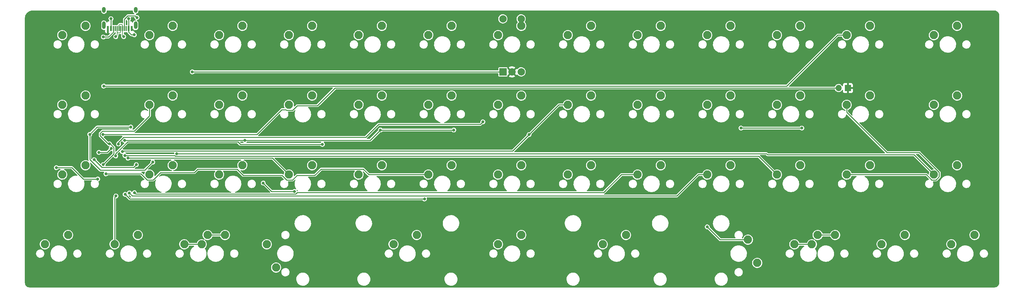
<source format=gbr>
%TF.GenerationSoftware,KiCad,Pcbnew,(5.99.0-11145-g173c9a974c)*%
%TF.CreationDate,2021-07-13T22:53:59-07:00*%
%TF.ProjectId,40r7h0,34307237-6830-42e6-9b69-6361645f7063,rev?*%
%TF.SameCoordinates,Original*%
%TF.FileFunction,Copper,L1,Top*%
%TF.FilePolarity,Positive*%
%FSLAX46Y46*%
G04 Gerber Fmt 4.6, Leading zero omitted, Abs format (unit mm)*
G04 Created by KiCad (PCBNEW (5.99.0-11145-g173c9a974c)) date 2021-07-13 22:53:59*
%MOMM*%
%LPD*%
G01*
G04 APERTURE LIST*
%TA.AperFunction,ComponentPad*%
%ADD10C,2.250000*%
%TD*%
%TA.AperFunction,ComponentPad*%
%ADD11R,2.000000X2.000000*%
%TD*%
%TA.AperFunction,ComponentPad*%
%ADD12C,2.000000*%
%TD*%
%TA.AperFunction,SMDPad,CuDef*%
%ADD13R,0.600000X1.450000*%
%TD*%
%TA.AperFunction,SMDPad,CuDef*%
%ADD14R,0.300000X1.450000*%
%TD*%
%TA.AperFunction,ComponentPad*%
%ADD15O,1.000000X1.600000*%
%TD*%
%TA.AperFunction,ComponentPad*%
%ADD16O,1.000000X2.100000*%
%TD*%
%TA.AperFunction,ComponentPad*%
%ADD17R,1.700000X1.700000*%
%TD*%
%TA.AperFunction,ComponentPad*%
%ADD18O,1.700000X1.700000*%
%TD*%
%TA.AperFunction,ViaPad*%
%ADD19C,0.800000*%
%TD*%
%TA.AperFunction,Conductor*%
%ADD20C,0.250000*%
%TD*%
%TA.AperFunction,Conductor*%
%ADD21C,0.200000*%
%TD*%
G04 APERTURE END LIST*
D10*
%TO.P,MX26,1,COL*%
%TO.N,col12*%
X272397600Y-49844200D03*
%TO.P,MX26,2,ROW*%
%TO.N,Net-(D26-Pad2)*%
X278747600Y-47304200D03*
%TD*%
%TO.P,MX45,1,COL*%
%TO.N,col5*%
X124769400Y-87941800D03*
%TO.P,MX45,2,ROW*%
%TO.N,Net-(D45-Pad2)*%
X131119400Y-85401800D03*
%TD*%
%TO.P,MX44,1,COL*%
%TO.N,col2*%
X72385200Y-87941800D03*
%TO.P,MX44,2,ROW*%
%TO.N,Net-(D42-Pad2)*%
X78735200Y-85401800D03*
%TD*%
%TO.P,MX16,1,COL*%
%TO.N,col2*%
X77147400Y-49844200D03*
%TO.P,MX16,2,ROW*%
%TO.N,Net-(D16-Pad2)*%
X83497400Y-47304200D03*
%TD*%
%TO.P,MX48,1,COL*%
%TO.N,col10*%
X234300000Y-87941800D03*
%TO.P,MX48,2,ROW*%
%TO.N,Net-(D50-Pad2)*%
X240650000Y-85401800D03*
%TD*%
%TO.P,MX50,1,COL*%
%TO.N,col10*%
X239062200Y-87941800D03*
%TO.P,MX50,2,ROW*%
%TO.N,Net-(D50-Pad2)*%
X245412200Y-85401800D03*
%TD*%
%TO.P,MX35,1,COL*%
%TO.N,col8*%
X191440200Y-68893000D03*
%TO.P,MX35,2,ROW*%
%TO.N,Net-(D35-Pad2)*%
X197790200Y-66353000D03*
%TD*%
%TO.P,MX20,1,COL*%
%TO.N,col6*%
X153342600Y-49844200D03*
%TO.P,MX20,2,ROW*%
%TO.N,Net-(D20-Pad2)*%
X159692600Y-47304200D03*
%TD*%
%TO.P,MX7,1,COL*%
%TO.N,col6*%
X153342600Y-30795400D03*
%TO.P,MX7,2,ROW*%
%TO.N,Net-(D7-Pad2)*%
X159692600Y-28255400D03*
%TD*%
%TO.P,MX8,1,COL*%
%TO.N,col7*%
X172391400Y-30795400D03*
%TO.P,MX8,2,ROW*%
%TO.N,Net-(D8-Pad2)*%
X178741400Y-28255400D03*
%TD*%
%TO.P,MX2,1,COL*%
%TO.N,col1*%
X58098600Y-30795400D03*
%TO.P,MX2,2,ROW*%
%TO.N,Net-(D2-Pad2)*%
X64448600Y-28255400D03*
%TD*%
%TO.P,MX15,1,COL*%
%TO.N,col1*%
X58098600Y-49844200D03*
%TO.P,MX15,2,ROW*%
%TO.N,Net-(D15-Pad2)*%
X64448600Y-47304200D03*
%TD*%
D11*
%TO.P,SW2,A,A*%
%TO.N,enca*%
X154652600Y-40835400D03*
D12*
%TO.P,SW2,B,B*%
%TO.N,encb*%
X159652600Y-40835400D03*
%TO.P,SW2,C,C*%
%TO.N,GND*%
X157152600Y-40835400D03*
%TO.P,SW2,S1,S1*%
%TO.N,Net-(D7-Pad2)*%
X159652600Y-26335400D03*
%TO.P,SW2,S2,S2*%
%TO.N,col6*%
X154652600Y-26335400D03*
%TD*%
D10*
%TO.P,MX19,1,COL*%
%TO.N,col5*%
X134293800Y-49844200D03*
%TO.P,MX19,2,ROW*%
%TO.N,Net-(D19-Pad2)*%
X140643800Y-47304200D03*
%TD*%
%TO.P,MX24,1,COL*%
%TO.N,col10*%
X229537800Y-49844200D03*
%TO.P,MX24,2,ROW*%
%TO.N,Net-(D24-Pad2)*%
X235887800Y-47304200D03*
%TD*%
%TO.P,MX14,1,COL*%
%TO.N,col0*%
X34287600Y-49844200D03*
%TO.P,MX14,2,ROW*%
%TO.N,Net-(D14-Pad2)*%
X40637600Y-47304200D03*
%TD*%
%TO.P,MX12,1,COL*%
%TO.N,col11*%
X248586600Y-30795400D03*
%TO.P,MX12,2,ROW*%
%TO.N,Net-(D12-Pad2)*%
X254936600Y-28255400D03*
%TD*%
%TO.P,MX29,1,COL*%
%TO.N,col2*%
X77147400Y-68893000D03*
%TO.P,MX29,2,ROW*%
%TO.N,Net-(D29-Pad2)*%
X83497400Y-66353000D03*
%TD*%
%TO.P,MX28,1,COL*%
%TO.N,col1*%
X58098600Y-68893000D03*
%TO.P,MX28,2,ROW*%
%TO.N,Net-(D28-Pad2)*%
X64448600Y-66353000D03*
%TD*%
%TO.P,MX13,1,COL*%
%TO.N,col12*%
X272397600Y-30795400D03*
%TO.P,MX13,2,ROW*%
%TO.N,Net-(D13-Pad2)*%
X278747600Y-28255400D03*
%TD*%
%TO.P,MX22,1,COL*%
%TO.N,col8*%
X191440200Y-49844200D03*
%TO.P,MX22,2,ROW*%
%TO.N,Net-(D22-Pad2)*%
X197790200Y-47304200D03*
%TD*%
%TO.P,MX38,1,COL*%
%TO.N,col11*%
X248586600Y-68893000D03*
%TO.P,MX38,2,ROW*%
%TO.N,Net-(D38-Pad2)*%
X254936600Y-66353000D03*
%TD*%
%TO.P,MX5,1,COL*%
%TO.N,col4*%
X115245000Y-30795400D03*
%TO.P,MX5,2,ROW*%
%TO.N,Net-(D5-Pad2)*%
X121595000Y-28255400D03*
%TD*%
%TO.P,MX9,1,COL*%
%TO.N,col8*%
X191440200Y-30795400D03*
%TO.P,MX9,2,ROW*%
%TO.N,Net-(D9-Pad2)*%
X197790200Y-28255400D03*
%TD*%
%TO.P,MX18,1,COL*%
%TO.N,col4*%
X115245000Y-49844200D03*
%TO.P,MX18,2,ROW*%
%TO.N,Net-(D18-Pad2)*%
X121595000Y-47304200D03*
%TD*%
%TO.P,MX34,1,COL*%
%TO.N,col7*%
X172391400Y-68893000D03*
%TO.P,MX34,2,ROW*%
%TO.N,Net-(D34-Pad2)*%
X178741400Y-66353000D03*
%TD*%
%TO.P,MX10,1,COL*%
%TO.N,col9*%
X210489000Y-30795400D03*
%TO.P,MX10,2,ROW*%
%TO.N,Net-(D10-Pad2)*%
X216839000Y-28255400D03*
%TD*%
%TO.P,MX27,1,COL*%
%TO.N,col0*%
X34287600Y-68893000D03*
%TO.P,MX27,2,ROW*%
%TO.N,Net-(D27-Pad2)*%
X40637600Y-66353000D03*
%TD*%
%TO.P,MX52,1,COL*%
%TO.N,col12*%
X277159800Y-87941800D03*
%TO.P,MX52,2,ROW*%
%TO.N,Net-(D52-Pad2)*%
X283509800Y-85401800D03*
%TD*%
%TO.P,MX39,1,COL*%
%TO.N,col12*%
X272397600Y-68893000D03*
%TO.P,MX39,2,ROW*%
%TO.N,Net-(D39-Pad2)*%
X278747600Y-66353000D03*
%TD*%
%TO.P,MX32,1,COL*%
%TO.N,col5*%
X134293800Y-68893000D03*
%TO.P,MX32,2,ROW*%
%TO.N,Net-(D32-Pad2)*%
X140643800Y-66353000D03*
%TD*%
%TO.P,MX42,1,COL*%
%TO.N,col2*%
X67623000Y-87941800D03*
%TO.P,MX42,2,ROW*%
%TO.N,Net-(D42-Pad2)*%
X73973000Y-85401800D03*
%TD*%
%TO.P,MX30,1,COL*%
%TO.N,col3*%
X96196200Y-68893000D03*
%TO.P,MX30,2,ROW*%
%TO.N,Net-(D30-Pad2)*%
X102546200Y-66353000D03*
%TD*%
%TO.P,MX3,1,COL*%
%TO.N,col2*%
X77147400Y-30795400D03*
%TO.P,MX3,2,ROW*%
%TO.N,Net-(D3-Pad2)*%
X83497400Y-28255400D03*
%TD*%
%TO.P,MX21,1,COL*%
%TO.N,col7*%
X172391400Y-49844200D03*
%TO.P,MX21,2,ROW*%
%TO.N,Net-(D21-Pad2)*%
X178741400Y-47304200D03*
%TD*%
%TO.P,MX11,1,COL*%
%TO.N,col10*%
X229537800Y-30795400D03*
%TO.P,MX11,2,ROW*%
%TO.N,Net-(D11-Pad2)*%
X235887800Y-28255400D03*
%TD*%
%TO.P,MX1,1,COL*%
%TO.N,col0*%
X34287600Y-30795400D03*
%TO.P,MX1,2,ROW*%
%TO.N,Net-(D1-Pad2)*%
X40637600Y-28255400D03*
%TD*%
%TO.P,MX17,1,COL*%
%TO.N,col3*%
X96196200Y-49844200D03*
%TO.P,MX17,2,ROW*%
%TO.N,Net-(D17-Pad2)*%
X102546200Y-47304200D03*
%TD*%
%TO.P,MX37,1,COL*%
%TO.N,col10*%
X229537800Y-68893000D03*
%TO.P,MX37,2,ROW*%
%TO.N,Net-(D37-Pad2)*%
X235887800Y-66353000D03*
%TD*%
%TO.P,MX46,1,COL*%
%TO.N,col6*%
X153342600Y-87941800D03*
%TO.P,MX46,2,ROW*%
%TO.N,Net-(D46-Pad2)*%
X159692600Y-85401800D03*
%TD*%
%TO.P,MX49,1,COL*%
%TO.N,col9*%
X221601200Y-86671800D03*
%TO.P,MX49,2,ROW*%
%TO.N,Net-(D49-Pad2)*%
X224141200Y-93021800D03*
%TD*%
%TO.P,MX43,1,COL*%
%TO.N,col3*%
X90164000Y-87941800D03*
%TO.P,MX43,2,ROW*%
%TO.N,Net-(D43-Pad2)*%
X92704000Y-94291800D03*
%TD*%
%TO.P,MX47,1,COL*%
%TO.N,col7*%
X181915800Y-87941800D03*
%TO.P,MX47,2,ROW*%
%TO.N,Net-(D47-Pad2)*%
X188265800Y-85401800D03*
%TD*%
%TO.P,MX25,1,COL*%
%TO.N,col11*%
X248586600Y-49844200D03*
%TO.P,MX25,2,ROW*%
%TO.N,Net-(D25-Pad2)*%
X254936600Y-47304200D03*
%TD*%
%TO.P,MX41,1,COL*%
%TO.N,col1*%
X48574200Y-87941800D03*
%TO.P,MX41,2,ROW*%
%TO.N,Net-(D41-Pad2)*%
X54924200Y-85401800D03*
%TD*%
%TO.P,MX31,1,COL*%
%TO.N,col4*%
X115245000Y-68893000D03*
%TO.P,MX31,2,ROW*%
%TO.N,Net-(D31-Pad2)*%
X121595000Y-66353000D03*
%TD*%
%TO.P,MX6,1,COL*%
%TO.N,col5*%
X134293800Y-30795400D03*
%TO.P,MX6,2,ROW*%
%TO.N,Net-(D6-Pad2)*%
X140643800Y-28255400D03*
%TD*%
%TO.P,MX23,1,COL*%
%TO.N,col9*%
X210489000Y-49844200D03*
%TO.P,MX23,2,ROW*%
%TO.N,Net-(D23-Pad2)*%
X216839000Y-47304200D03*
%TD*%
%TO.P,MX51,1,COL*%
%TO.N,col11*%
X258111000Y-87941800D03*
%TO.P,MX51,2,ROW*%
%TO.N,Net-(D51-Pad2)*%
X264461000Y-85401800D03*
%TD*%
%TO.P,MX36,1,COL*%
%TO.N,col9*%
X210489000Y-68893000D03*
%TO.P,MX36,2,ROW*%
%TO.N,Net-(D36-Pad2)*%
X216839000Y-66353000D03*
%TD*%
D13*
%TO.P,USB1,1,GND*%
%TO.N,GND*%
X53228100Y-29008400D03*
%TO.P,USB1,2,VBUS*%
%TO.N,VCC*%
X52453100Y-29008400D03*
D14*
%TO.P,USB1,3,SBU2*%
%TO.N,unconnected-(USB1-Pad3)*%
X51753100Y-29008400D03*
%TO.P,USB1,4,CC1*%
%TO.N,Net-(R5-Pad1)*%
X51253100Y-29008400D03*
%TO.P,USB1,5,DN2*%
%TO.N,D-*%
X50753100Y-29008400D03*
%TO.P,USB1,6,DP1*%
%TO.N,D+*%
X50253100Y-29008400D03*
%TO.P,USB1,7,DN1*%
%TO.N,D-*%
X49753100Y-29008400D03*
%TO.P,USB1,8,DP2*%
%TO.N,D+*%
X49253100Y-29008400D03*
%TO.P,USB1,9,SBU1*%
%TO.N,unconnected-(USB1-Pad9)*%
X48753100Y-29008400D03*
%TO.P,USB1,10,CC2*%
%TO.N,Net-(R6-Pad1)*%
X48253100Y-29008400D03*
D13*
%TO.P,USB1,11,VBUS*%
%TO.N,VCC*%
X47553100Y-29008400D03*
%TO.P,USB1,12,GND*%
%TO.N,GND*%
X46778100Y-29008400D03*
D15*
%TO.P,USB1,13,SHIELD*%
%TO.N,Net-(C1-Pad2)*%
X54323100Y-23913400D03*
D16*
X45683100Y-28093400D03*
X54323100Y-28093400D03*
D15*
X45683100Y-23913400D03*
%TD*%
D10*
%TO.P,MX4,1,COL*%
%TO.N,col3*%
X96196200Y-30795400D03*
%TO.P,MX4,2,ROW*%
%TO.N,Net-(D4-Pad2)*%
X102546200Y-28255400D03*
%TD*%
%TO.P,MX40,1,COL*%
%TO.N,col0*%
X29525400Y-87941800D03*
%TO.P,MX40,2,ROW*%
%TO.N,Net-(D40-Pad2)*%
X35875400Y-85401800D03*
%TD*%
%TO.P,MX33,1,COL*%
%TO.N,col6*%
X153342600Y-68893000D03*
%TO.P,MX33,2,ROW*%
%TO.N,Net-(D33-Pad2)*%
X159692600Y-66353000D03*
%TD*%
D17*
%TO.P,SW1,1,1*%
%TO.N,GND*%
X248909400Y-45240900D03*
D18*
%TO.P,SW1,2,2*%
%TO.N,Net-(R1-Pad2)*%
X246369400Y-45240900D03*
%TD*%
D19*
%TO.N,GND*%
X47500000Y-34700000D03*
X49603100Y-59078700D03*
X43023700Y-25475700D03*
X43275900Y-30399100D03*
X55900000Y-29100000D03*
X49600000Y-71620700D03*
X53586500Y-52050000D03*
X57425000Y-24868300D03*
X47700000Y-49700000D03*
X44354200Y-34486700D03*
X60475000Y-65440800D03*
X79400000Y-61300000D03*
X52408600Y-60708600D03*
%TO.N,+5V*%
X41800000Y-57900000D03*
X59000000Y-65500000D03*
X53000000Y-55900000D03*
%TO.N,row0*%
X32667400Y-66995100D03*
X43018700Y-64821000D03*
X54511800Y-66175900D03*
X43971200Y-70096700D03*
%TO.N,row1*%
X84197300Y-59509600D03*
X236318200Y-56178300D03*
X51280000Y-59509600D03*
X141252700Y-56714400D03*
X121202800Y-56714400D03*
X219697800Y-56178300D03*
%TO.N,row2*%
X97721000Y-73509300D03*
X89190300Y-71210700D03*
X44290600Y-62833600D03*
X47632800Y-61775600D03*
%TO.N,VCC*%
X53950000Y-30700000D03*
X52400000Y-26300000D03*
X47600000Y-26300000D03*
%TO.N,col1*%
X47187100Y-60494700D03*
X48959900Y-74735100D03*
X45465400Y-66188600D03*
%TO.N,col3*%
X52226000Y-64415700D03*
%TO.N,col4*%
X105370700Y-60636100D03*
X48889800Y-63795300D03*
%TO.N,col5*%
X46218200Y-68686300D03*
%TO.N,col6*%
X51460700Y-74292200D03*
X133254500Y-75544200D03*
%TO.N,col7*%
X50696000Y-62626100D03*
X161791200Y-57977200D03*
%TO.N,col8*%
X53991100Y-73829700D03*
%TO.N,col9*%
X52615100Y-73908700D03*
X210489000Y-83179600D03*
%TO.N,col10*%
X51398500Y-63689900D03*
%TO.N,col11*%
X45619700Y-44718900D03*
%TO.N,col12*%
X65536700Y-63158000D03*
%TO.N,Net-(R1-Pad2)*%
X45366600Y-57935900D03*
%TO.N,D+*%
X48900000Y-31200000D03*
%TO.N,D-*%
X51050000Y-31200000D03*
%TO.N,Net-(R5-Pad1)*%
X54700000Y-26000000D03*
%TO.N,Net-(R6-Pad1)*%
X45500000Y-31300000D03*
%TO.N,encb*%
X149188100Y-54485600D03*
X49647500Y-60541500D03*
%TO.N,enca*%
X69813200Y-40835400D03*
%TD*%
D20*
%TO.N,GND*%
X53919700Y-29700000D02*
X55300000Y-29700000D01*
X53228100Y-29008400D02*
X53919700Y-29700000D01*
X55300000Y-29700000D02*
X55900000Y-29100000D01*
%TO.N,+5V*%
X44700000Y-67700000D02*
X56800000Y-67700000D01*
X41800000Y-57900000D02*
X41800000Y-64800000D01*
X56800000Y-67700000D02*
X59000000Y-65500000D01*
X41800000Y-64800000D02*
X44700000Y-67700000D01*
X43800000Y-55900000D02*
X41800000Y-57900000D01*
X53000000Y-55900000D02*
X43800000Y-55900000D01*
%TO.N,row0*%
X45118500Y-66920800D02*
X53766900Y-66920800D01*
X32667400Y-66995100D02*
X36939900Y-66995100D01*
X36939900Y-66995100D02*
X40041500Y-70096700D01*
X43018700Y-64821000D02*
X45118500Y-66920800D01*
X40041500Y-70096700D02*
X43971200Y-70096700D01*
X53766900Y-66920800D02*
X54511800Y-66175900D01*
%TO.N,row1*%
X236318200Y-56178300D02*
X219697800Y-56178300D01*
X84197300Y-59509600D02*
X51280000Y-59509600D01*
X141252700Y-56714400D02*
X121202800Y-56714400D01*
X121202800Y-56714400D02*
X118407600Y-59509600D01*
X118407600Y-59509600D02*
X84197300Y-59509600D01*
%TO.N,row2*%
X46574800Y-62833600D02*
X47632800Y-61775600D01*
X89190300Y-71210700D02*
X91488900Y-73509300D01*
X91488900Y-73509300D02*
X97721000Y-73509300D01*
X44290600Y-62833600D02*
X46574800Y-62833600D01*
%TO.N,Net-(D42-Pad2)*%
X73973000Y-85401800D02*
X78735200Y-85401800D01*
%TO.N,Net-(D50-Pad2)*%
X245412200Y-85401800D02*
X240650000Y-85401800D01*
%TO.N,VCC*%
X52453100Y-29983400D02*
X53169700Y-30700000D01*
X53169700Y-30700000D02*
X53950000Y-30700000D01*
X47553100Y-29008400D02*
X47600000Y-28961500D01*
X52443100Y-28998400D02*
X52443100Y-26343100D01*
X52443100Y-26343100D02*
X52400000Y-26300000D01*
X52453100Y-29008400D02*
X52443100Y-28998400D01*
X52453100Y-29008400D02*
X52453100Y-29983400D01*
X47600000Y-28961500D02*
X47600000Y-26300000D01*
%TO.N,col1*%
X53961100Y-56978600D02*
X45278800Y-56978600D01*
X48574200Y-75120800D02*
X48959900Y-74735100D01*
X48574200Y-87941800D02*
X48574200Y-75120800D01*
X47187100Y-60494700D02*
X47399000Y-60494700D01*
X48370600Y-61466300D02*
X48370600Y-63283400D01*
X44641200Y-58269400D02*
X46866500Y-60494700D01*
X46866500Y-60494700D02*
X47187100Y-60494700D01*
X58098600Y-49844200D02*
X58098600Y-52841100D01*
X48370600Y-63283400D02*
X45465400Y-66188600D01*
X58098600Y-52841100D02*
X53961100Y-56978600D01*
X45278800Y-56978600D02*
X44641200Y-57616200D01*
X47399000Y-60494700D02*
X48370600Y-61466300D01*
X44641200Y-57616200D02*
X44641200Y-58269400D01*
%TO.N,col2*%
X67623000Y-87941800D02*
X72385200Y-87941800D01*
%TO.N,col3*%
X52226000Y-64415700D02*
X91718900Y-64415700D01*
X91718900Y-64415700D02*
X96196200Y-68893000D01*
%TO.N,col4*%
X52123000Y-59960000D02*
X82275400Y-59960000D01*
X82951500Y-60636100D02*
X105370700Y-60636100D01*
X48889800Y-63795300D02*
X48889800Y-63193200D01*
X48889800Y-63193200D02*
X52123000Y-59960000D01*
X82275400Y-59960000D02*
X82951500Y-60636100D01*
%TO.N,col5*%
X98425700Y-69113700D02*
X97166500Y-70372900D01*
X118013800Y-68893000D02*
X116532900Y-67412100D01*
X116532900Y-67412100D02*
X104957400Y-67412100D01*
X59068900Y-70372900D02*
X57527400Y-70372900D01*
X57527400Y-70372900D02*
X55840800Y-68686300D01*
X104957400Y-67412100D02*
X103255800Y-69113700D01*
X82047000Y-67442600D02*
X71293600Y-67442600D01*
X70392100Y-68344100D02*
X61097700Y-68344100D01*
X61097700Y-68344100D02*
X59068900Y-70372900D01*
X97166500Y-70372900D02*
X95625000Y-70372900D01*
X95625000Y-70372900D02*
X94365800Y-69113700D01*
X103255800Y-69113700D02*
X98425700Y-69113700D01*
X134293800Y-68893000D02*
X118013800Y-68893000D01*
X83718100Y-69113700D02*
X82047000Y-67442600D01*
X94365800Y-69113700D02*
X83718100Y-69113700D01*
X55840800Y-68686300D02*
X46218200Y-68686300D01*
X71293600Y-67442600D02*
X70392100Y-68344100D01*
%TO.N,col6*%
X133254500Y-75544200D02*
X52712700Y-75544200D01*
X52712700Y-75544200D02*
X51460700Y-74292200D01*
%TO.N,col7*%
X161791200Y-57977200D02*
X169924200Y-49844200D01*
X157335700Y-62432700D02*
X50889400Y-62432700D01*
X161791200Y-57977200D02*
X157335700Y-62432700D01*
X50889400Y-62432700D02*
X50696000Y-62626100D01*
X169924200Y-49844200D02*
X172391400Y-49844200D01*
%TO.N,col8*%
X98021500Y-74234600D02*
X98479800Y-73776300D01*
X187065500Y-68893000D02*
X191440200Y-68893000D01*
X98479800Y-73776300D02*
X98479800Y-73776200D01*
X53991100Y-73829700D02*
X54396000Y-74234600D01*
X98479800Y-73776200D02*
X182182300Y-73776200D01*
X54396000Y-74234600D02*
X98021500Y-74234600D01*
X182182300Y-73776200D02*
X187065500Y-68893000D01*
%TO.N,col9*%
X208021800Y-68893000D02*
X210489000Y-68893000D01*
X202186900Y-74727900D02*
X208021800Y-68893000D01*
X221601200Y-86671800D02*
X213981200Y-86671800D01*
X213981200Y-86671800D02*
X210489000Y-83179600D01*
X52615100Y-73908700D02*
X53434300Y-74727900D01*
X53434300Y-74727900D02*
X202186900Y-74727900D01*
%TO.N,col10*%
X65236300Y-63883300D02*
X224528100Y-63883300D01*
X239062200Y-87941800D02*
X234300000Y-87941800D01*
X65042900Y-63689900D02*
X65236300Y-63883300D01*
X224528100Y-63883300D02*
X229537800Y-68893000D01*
X51398500Y-63689900D02*
X65042900Y-63689900D01*
%TO.N,col11*%
X268426700Y-62871000D02*
X259577800Y-62871000D01*
X248586600Y-51879800D02*
X248586600Y-49844200D01*
X246119400Y-30795400D02*
X248586600Y-30795400D01*
X273847900Y-68292200D02*
X268426700Y-62871000D01*
X272998400Y-70343300D02*
X273847900Y-69493800D01*
X259577800Y-62871000D02*
X248586600Y-51879800D01*
X273847900Y-69493800D02*
X273847900Y-68292200D01*
X271796900Y-70343300D02*
X272998400Y-70343300D01*
X248586600Y-68893000D02*
X270346700Y-68893000D01*
X232195900Y-44718900D02*
X246119400Y-30795400D01*
X45619700Y-44718900D02*
X232195900Y-44718900D01*
X270346700Y-68893000D02*
X270346700Y-68893100D01*
X270346700Y-68893100D02*
X271796900Y-70343300D01*
%TO.N,col12*%
X226967300Y-63464800D02*
X226660500Y-63158000D01*
X266969400Y-63464800D02*
X226967300Y-63464800D01*
X226660500Y-63158000D02*
X65536700Y-63158000D01*
X272397600Y-68893000D02*
X266969400Y-63464800D01*
%TO.N,Net-(R1-Pad2)*%
X94246800Y-51154200D02*
X95393900Y-51154200D01*
X98468100Y-50064900D02*
X103996600Y-50064900D01*
X97224000Y-51309000D02*
X98468100Y-50064900D01*
X108820600Y-45240900D02*
X246369400Y-45240900D01*
X103996600Y-50064900D02*
X108820600Y-45240900D01*
X95548700Y-51309000D02*
X97224000Y-51309000D01*
X87465100Y-57935900D02*
X94246800Y-51154200D01*
X45366600Y-57935900D02*
X87465100Y-57935900D01*
X95393900Y-51154200D02*
X95548700Y-51309000D01*
D21*
%TO.N,D+*%
X49253100Y-29008400D02*
X49253100Y-29982400D01*
X49253100Y-29982400D02*
X49420700Y-30150000D01*
X49420700Y-30150000D02*
X50085500Y-30150000D01*
X50253100Y-29982400D02*
X50253100Y-29008400D01*
X49253100Y-30846900D02*
X48900000Y-31200000D01*
X49253100Y-29008400D02*
X49253100Y-29982400D01*
X50085500Y-30150000D02*
X50253100Y-29982400D01*
X49253100Y-29982400D02*
X49253100Y-30846900D01*
%TO.N,D-*%
X50753100Y-30903100D02*
X51050000Y-31200000D01*
X50753100Y-28034400D02*
X50753100Y-29008400D01*
X49753100Y-28034400D02*
X49937500Y-27850000D01*
X49937500Y-27850000D02*
X50568700Y-27850000D01*
X49753100Y-29008400D02*
X49753100Y-28034400D01*
X50753100Y-29008400D02*
X50753100Y-30903100D01*
X50568700Y-27850000D02*
X50753100Y-28034400D01*
D20*
%TO.N,Net-(R5-Pad1)*%
X52175400Y-25500000D02*
X54200000Y-25500000D01*
X54200000Y-25500000D02*
X54700000Y-26000000D01*
X51253100Y-26422300D02*
X52175400Y-25500000D01*
X51253100Y-29008400D02*
X51253100Y-26422300D01*
%TO.N,Net-(R6-Pad1)*%
X46936500Y-31300000D02*
X45500000Y-31300000D01*
X48253100Y-29008400D02*
X48253100Y-29983400D01*
X48253100Y-29983400D02*
X46936500Y-31300000D01*
%TO.N,encb*%
X120701300Y-55186900D02*
X148486800Y-55186900D01*
X117165400Y-58722800D02*
X120701300Y-55186900D01*
X49647500Y-60101700D02*
X51026400Y-58722800D01*
X49647500Y-60541500D02*
X49647500Y-60101700D01*
X51026400Y-58722800D02*
X117165400Y-58722800D01*
X148486800Y-55186900D02*
X149188100Y-54485600D01*
%TO.N,enca*%
X69813200Y-40835400D02*
X154652600Y-40835400D01*
%TD*%
%TA.AperFunction,Conductor*%
%TO.N,GND*%
G36*
X44870721Y-24085002D02*
G01*
X44917214Y-24138658D01*
X44928600Y-24191000D01*
X44928600Y-24256285D01*
X44929024Y-24259919D01*
X44929024Y-24259924D01*
X44938228Y-24338865D01*
X44943971Y-24388123D01*
X44946469Y-24395005D01*
X44976646Y-24478140D01*
X45003990Y-24553473D01*
X45100438Y-24700581D01*
X45228142Y-24821555D01*
X45380250Y-24909907D01*
X45387252Y-24912028D01*
X45387255Y-24912029D01*
X45430419Y-24925102D01*
X45548604Y-24960897D01*
X45555913Y-24961350D01*
X45555916Y-24961351D01*
X45630257Y-24965963D01*
X45724173Y-24971789D01*
X45731388Y-24970549D01*
X45731391Y-24970549D01*
X45890322Y-24943239D01*
X45897538Y-24941999D01*
X46059401Y-24873126D01*
X46065289Y-24868793D01*
X46065294Y-24868790D01*
X46195179Y-24773205D01*
X46195183Y-24773201D01*
X46201078Y-24768863D01*
X46314969Y-24634804D01*
X46356499Y-24553473D01*
X46391639Y-24484656D01*
X46391640Y-24484654D01*
X46394966Y-24478140D01*
X46398397Y-24464122D01*
X46431682Y-24328091D01*
X46436776Y-24307275D01*
X46437600Y-24293993D01*
X46437600Y-24191000D01*
X46457602Y-24122879D01*
X46511258Y-24076386D01*
X46563600Y-24065000D01*
X53442600Y-24065000D01*
X53510721Y-24085002D01*
X53557214Y-24138658D01*
X53568600Y-24191000D01*
X53568600Y-24256285D01*
X53569024Y-24259919D01*
X53569024Y-24259924D01*
X53578228Y-24338865D01*
X53583971Y-24388123D01*
X53586469Y-24395005D01*
X53616646Y-24478140D01*
X53643990Y-24553473D01*
X53740438Y-24700581D01*
X53868142Y-24821555D01*
X53978310Y-24885546D01*
X54027168Y-24937057D01*
X54040422Y-25006806D01*
X54013862Y-25072647D01*
X53955922Y-25113678D01*
X53915024Y-25120500D01*
X52228164Y-25120500D01*
X52207446Y-25118295D01*
X52203688Y-25118118D01*
X52193512Y-25115927D01*
X52163084Y-25119528D01*
X52162250Y-25119627D01*
X52155734Y-25120011D01*
X52155739Y-25120072D01*
X52150559Y-25120500D01*
X52145360Y-25120500D01*
X52124855Y-25123913D01*
X52118999Y-25124746D01*
X52068128Y-25130767D01*
X52059880Y-25134728D01*
X52050854Y-25136230D01*
X52005746Y-25160569D01*
X52000488Y-25163247D01*
X51961456Y-25181989D01*
X51961452Y-25181991D01*
X51954310Y-25185421D01*
X51947878Y-25190828D01*
X51945942Y-25192764D01*
X51945748Y-25192942D01*
X51939737Y-25196185D01*
X51932668Y-25203832D01*
X51932667Y-25203833D01*
X51907392Y-25231176D01*
X51903962Y-25234744D01*
X51022057Y-26116648D01*
X51005869Y-26129722D01*
X51003078Y-26132261D01*
X50994327Y-26137912D01*
X50987880Y-26146090D01*
X50987879Y-26146091D01*
X50974840Y-26162631D01*
X50970498Y-26167516D01*
X50970545Y-26167556D01*
X50967192Y-26171513D01*
X50963511Y-26175194D01*
X50955609Y-26186252D01*
X50951426Y-26192105D01*
X50947862Y-26196851D01*
X50916160Y-26237066D01*
X50913129Y-26245697D01*
X50907808Y-26253143D01*
X50904824Y-26263121D01*
X50904823Y-26263123D01*
X50893126Y-26302235D01*
X50891291Y-26307882D01*
X50882899Y-26331779D01*
X50874325Y-26356193D01*
X50873600Y-26364565D01*
X50873600Y-26367274D01*
X50873587Y-26367567D01*
X50871631Y-26374109D01*
X50872040Y-26384516D01*
X50873503Y-26421745D01*
X50873600Y-26426693D01*
X50873600Y-27401848D01*
X50853598Y-27469969D01*
X50799942Y-27516462D01*
X50729668Y-27526566D01*
X50711501Y-27522566D01*
X50681150Y-27513489D01*
X50675536Y-27511665D01*
X50630509Y-27495853D01*
X50626433Y-27495500D01*
X50623724Y-27495500D01*
X50620991Y-27495382D01*
X50620997Y-27495237D01*
X50619883Y-27495167D01*
X50613758Y-27493335D01*
X50565342Y-27495237D01*
X50561116Y-27495403D01*
X50556170Y-27495500D01*
X49989217Y-27495500D01*
X49968130Y-27493256D01*
X49964613Y-27493090D01*
X49954435Y-27490899D01*
X49922937Y-27494627D01*
X49917823Y-27494929D01*
X49917835Y-27495072D01*
X49912657Y-27495500D01*
X49907460Y-27495500D01*
X49899192Y-27496876D01*
X49890417Y-27498336D01*
X49884545Y-27499171D01*
X49876362Y-27500140D01*
X49837203Y-27504775D01*
X49829494Y-27508477D01*
X49821052Y-27509882D01*
X49811885Y-27514828D01*
X49811883Y-27514829D01*
X49779069Y-27532535D01*
X49773776Y-27535232D01*
X49737930Y-27552444D01*
X49737927Y-27552446D01*
X49730786Y-27555875D01*
X49727654Y-27558507D01*
X49725709Y-27560452D01*
X49723722Y-27562274D01*
X49723623Y-27562166D01*
X49722787Y-27562903D01*
X49717160Y-27565939D01*
X49710089Y-27573588D01*
X49710088Y-27573589D01*
X49681397Y-27604627D01*
X49677968Y-27608193D01*
X49538998Y-27747163D01*
X49522515Y-27760476D01*
X49519904Y-27762852D01*
X49511152Y-27768503D01*
X49493690Y-27790654D01*
X49491517Y-27793410D01*
X49488113Y-27797241D01*
X49488223Y-27797334D01*
X49484870Y-27801291D01*
X49481189Y-27804972D01*
X49478165Y-27809204D01*
X49471147Y-27819024D01*
X49467583Y-27823770D01*
X49444516Y-27853030D01*
X49444515Y-27853032D01*
X49438068Y-27861210D01*
X49435234Y-27869279D01*
X49430259Y-27876241D01*
X49423158Y-27899984D01*
X49416592Y-27921939D01*
X49414758Y-27927584D01*
X49410522Y-27939647D01*
X49369080Y-27997293D01*
X49303051Y-28023382D01*
X49291639Y-28023900D01*
X49103100Y-28023900D01*
X49027679Y-28038902D01*
X48978521Y-28038902D01*
X48903100Y-28023900D01*
X48603100Y-28023900D01*
X48527679Y-28038902D01*
X48478521Y-28038902D01*
X48403100Y-28023900D01*
X48105500Y-28023900D01*
X48037379Y-28003898D01*
X47990886Y-27950242D01*
X47979500Y-27897900D01*
X47979500Y-26894515D01*
X47999502Y-26826394D01*
X48025185Y-26797430D01*
X48039649Y-26785465D01*
X48080755Y-26751459D01*
X48149640Y-26656647D01*
X48173265Y-26624130D01*
X48173266Y-26624128D01*
X48177924Y-26617717D01*
X48182319Y-26606618D01*
X48235864Y-26471379D01*
X48235864Y-26471377D01*
X48238781Y-26464011D01*
X48240642Y-26449286D01*
X48258506Y-26307868D01*
X48259500Y-26300000D01*
X48248088Y-26209664D01*
X48239775Y-26143854D01*
X48239774Y-26143851D01*
X48238781Y-26135989D01*
X48231642Y-26117957D01*
X48180842Y-25989652D01*
X48180841Y-25989650D01*
X48177924Y-25982283D01*
X48130743Y-25917343D01*
X48085415Y-25854955D01*
X48080755Y-25848541D01*
X48024176Y-25801735D01*
X47959487Y-25748219D01*
X47959483Y-25748216D01*
X47953378Y-25743166D01*
X47803797Y-25672778D01*
X47796014Y-25671293D01*
X47796013Y-25671293D01*
X47649196Y-25643286D01*
X47649194Y-25643286D01*
X47641410Y-25641801D01*
X47558916Y-25646992D01*
X47484333Y-25651684D01*
X47484331Y-25651684D01*
X47476422Y-25652182D01*
X47468886Y-25654631D01*
X47468884Y-25654631D01*
X47326741Y-25700816D01*
X47326738Y-25700817D01*
X47319199Y-25703267D01*
X47179619Y-25791847D01*
X47174192Y-25797626D01*
X47174191Y-25797627D01*
X47120356Y-25854955D01*
X47066453Y-25912356D01*
X46986812Y-26057222D01*
X46945700Y-26217343D01*
X46945700Y-26382657D01*
X46986812Y-26542778D01*
X47066453Y-26687644D01*
X47071877Y-26693420D01*
X47146809Y-26773214D01*
X47178860Y-26836564D01*
X47171573Y-26907186D01*
X47127263Y-26962657D01*
X47071405Y-26984389D01*
X46970008Y-26997738D01*
X46961820Y-26998816D01*
X46820850Y-27057208D01*
X46814299Y-27062235D01*
X46711128Y-27141401D01*
X46699796Y-27150096D01*
X46606908Y-27271150D01*
X46605760Y-27273922D01*
X46556142Y-27321235D01*
X46486429Y-27334674D01*
X46420517Y-27308289D01*
X46379963Y-27252236D01*
X46364706Y-27210203D01*
X46364705Y-27210202D01*
X46362210Y-27203327D01*
X46265762Y-27056219D01*
X46138058Y-26935245D01*
X45985950Y-26846893D01*
X45978948Y-26844772D01*
X45978945Y-26844771D01*
X45917070Y-26826031D01*
X45817596Y-26795903D01*
X45810287Y-26795450D01*
X45810284Y-26795449D01*
X45734357Y-26790739D01*
X45642027Y-26785011D01*
X45634812Y-26786251D01*
X45634809Y-26786251D01*
X45475878Y-26813561D01*
X45468662Y-26814801D01*
X45306799Y-26883674D01*
X45300911Y-26888007D01*
X45300906Y-26888010D01*
X45171021Y-26983595D01*
X45171017Y-26983599D01*
X45165122Y-26987937D01*
X45051231Y-27121996D01*
X45033540Y-27156642D01*
X45001049Y-27220272D01*
X44971234Y-27278660D01*
X44969495Y-27285765D01*
X44969494Y-27285769D01*
X44953613Y-27350672D01*
X44929424Y-27449525D01*
X44928600Y-27462807D01*
X44928600Y-28686285D01*
X44929024Y-28689919D01*
X44929024Y-28689924D01*
X44942656Y-28806843D01*
X44943971Y-28818123D01*
X44946469Y-28825005D01*
X44992505Y-28951831D01*
X45003990Y-28983473D01*
X45100438Y-29130581D01*
X45228142Y-29251555D01*
X45380250Y-29339907D01*
X45387252Y-29342028D01*
X45387255Y-29342029D01*
X45428828Y-29354620D01*
X45548604Y-29390897D01*
X45555913Y-29391350D01*
X45555916Y-29391351D01*
X45630257Y-29395963D01*
X45724173Y-29401789D01*
X45817762Y-29385707D01*
X45888286Y-29393884D01*
X45943194Y-29438890D01*
X45965100Y-29509887D01*
X45965100Y-29731143D01*
X45965261Y-29735650D01*
X45969840Y-29799669D01*
X45972226Y-29812891D01*
X46008919Y-29937858D01*
X46016333Y-29954092D01*
X46085526Y-30061760D01*
X46097212Y-30075247D01*
X46193940Y-30159062D01*
X46208948Y-30168707D01*
X46325375Y-30221877D01*
X46342488Y-30226902D01*
X46473654Y-30245761D01*
X46482595Y-30246400D01*
X46505985Y-30246400D01*
X46521224Y-30241925D01*
X46522429Y-30240535D01*
X46524100Y-30232852D01*
X46524100Y-28880400D01*
X46544102Y-28812279D01*
X46597758Y-28765786D01*
X46650100Y-28754400D01*
X46867600Y-28754400D01*
X46935721Y-28774402D01*
X46982214Y-28828058D01*
X46993600Y-28880400D01*
X46993600Y-29733400D01*
X46994807Y-29739468D01*
X47009412Y-29812891D01*
X47013353Y-29832706D01*
X47020250Y-29843027D01*
X47022509Y-29848482D01*
X47032100Y-29896701D01*
X47032100Y-30228285D01*
X47036575Y-30243524D01*
X47037965Y-30244729D01*
X47045648Y-30246400D01*
X47075843Y-30246400D01*
X47080348Y-30246239D01*
X47145356Y-30241589D01*
X47214730Y-30256680D01*
X47264933Y-30306882D01*
X47280025Y-30376255D01*
X47255215Y-30442776D01*
X47243441Y-30456363D01*
X46816209Y-30883595D01*
X46753897Y-30917621D01*
X46727114Y-30920500D01*
X46097236Y-30920500D01*
X46029115Y-30900498D01*
X45995301Y-30868562D01*
X45980755Y-30848541D01*
X45969587Y-30839302D01*
X45859487Y-30748219D01*
X45859483Y-30748216D01*
X45853378Y-30743166D01*
X45703797Y-30672778D01*
X45696014Y-30671293D01*
X45696013Y-30671293D01*
X45549196Y-30643286D01*
X45549194Y-30643286D01*
X45541410Y-30641801D01*
X45458916Y-30646991D01*
X45384333Y-30651684D01*
X45384331Y-30651684D01*
X45376422Y-30652182D01*
X45368886Y-30654631D01*
X45368884Y-30654631D01*
X45226741Y-30700816D01*
X45226738Y-30700817D01*
X45219199Y-30703267D01*
X45079619Y-30791847D01*
X45074192Y-30797626D01*
X45074191Y-30797627D01*
X44993461Y-30883595D01*
X44966453Y-30912356D01*
X44886812Y-31057222D01*
X44845700Y-31217343D01*
X44845700Y-31382657D01*
X44886812Y-31542778D01*
X44943034Y-31645045D01*
X44959642Y-31675254D01*
X44966453Y-31687644D01*
X44971877Y-31693420D01*
X45071197Y-31799184D01*
X45079619Y-31808153D01*
X45219199Y-31896733D01*
X45226738Y-31899183D01*
X45226741Y-31899184D01*
X45368884Y-31945369D01*
X45368886Y-31945369D01*
X45376422Y-31947818D01*
X45384331Y-31948316D01*
X45384333Y-31948316D01*
X45458916Y-31953008D01*
X45541410Y-31958199D01*
X45549194Y-31956714D01*
X45549196Y-31956714D01*
X45696013Y-31928707D01*
X45696014Y-31928707D01*
X45703797Y-31927222D01*
X45853378Y-31856834D01*
X45859483Y-31851784D01*
X45859487Y-31851781D01*
X45974647Y-31756512D01*
X45980755Y-31751459D01*
X45995300Y-31731439D01*
X46051521Y-31688086D01*
X46097236Y-31679500D01*
X46883735Y-31679500D01*
X46904453Y-31681705D01*
X46908211Y-31681882D01*
X46918387Y-31684073D01*
X46949649Y-31680373D01*
X46956166Y-31679989D01*
X46956161Y-31679928D01*
X46961340Y-31679500D01*
X46966540Y-31679500D01*
X46971668Y-31678646D01*
X46971673Y-31678646D01*
X46987023Y-31676091D01*
X46992900Y-31675254D01*
X47011154Y-31673093D01*
X47043772Y-31669233D01*
X47052020Y-31665272D01*
X47061046Y-31663770D01*
X47106154Y-31639431D01*
X47111412Y-31636753D01*
X47150444Y-31618011D01*
X47150448Y-31618009D01*
X47157590Y-31614579D01*
X47164022Y-31609172D01*
X47165960Y-31607234D01*
X47166151Y-31607058D01*
X47172163Y-31603815D01*
X47179232Y-31596167D01*
X47179238Y-31596163D01*
X47204533Y-31568798D01*
X47207963Y-31565231D01*
X48484138Y-30289056D01*
X48500334Y-30275975D01*
X48503121Y-30273439D01*
X48511873Y-30267788D01*
X48531364Y-30243064D01*
X48535704Y-30238181D01*
X48535657Y-30238141D01*
X48539012Y-30234182D01*
X48542689Y-30230505D01*
X48545708Y-30226280D01*
X48545716Y-30226271D01*
X48554770Y-30213601D01*
X48558334Y-30208853D01*
X48583594Y-30176811D01*
X48583594Y-30176810D01*
X48590040Y-30168634D01*
X48593071Y-30160003D01*
X48598392Y-30152557D01*
X48613072Y-30103472D01*
X48614906Y-30097827D01*
X48622167Y-30077151D01*
X48663610Y-30019506D01*
X48729640Y-29993418D01*
X48741049Y-29992900D01*
X48772600Y-29992900D01*
X48840721Y-30012902D01*
X48887214Y-30066558D01*
X48898600Y-30118900D01*
X48898600Y-30426174D01*
X48878598Y-30494295D01*
X48824942Y-30540788D01*
X48791903Y-30549068D01*
X48792119Y-30550199D01*
X48784332Y-30551684D01*
X48776422Y-30552182D01*
X48768886Y-30554631D01*
X48768884Y-30554631D01*
X48626741Y-30600816D01*
X48626738Y-30600817D01*
X48619199Y-30603267D01*
X48479619Y-30691847D01*
X48474192Y-30697626D01*
X48474191Y-30697627D01*
X48379593Y-30798363D01*
X48366453Y-30812356D01*
X48286812Y-30957222D01*
X48245700Y-31117343D01*
X48245700Y-31282657D01*
X48286812Y-31442778D01*
X48366453Y-31587644D01*
X48371877Y-31593420D01*
X48454783Y-31681705D01*
X48479619Y-31708153D01*
X48619199Y-31796733D01*
X48626738Y-31799183D01*
X48626741Y-31799184D01*
X48768884Y-31845369D01*
X48768886Y-31845369D01*
X48776422Y-31847818D01*
X48784331Y-31848316D01*
X48784333Y-31848316D01*
X48856492Y-31852856D01*
X48941410Y-31858199D01*
X48949194Y-31856714D01*
X48949196Y-31856714D01*
X49096013Y-31828707D01*
X49096014Y-31828707D01*
X49103797Y-31827222D01*
X49253378Y-31756834D01*
X49259483Y-31751784D01*
X49259487Y-31751781D01*
X49374647Y-31656512D01*
X49380755Y-31651459D01*
X49440812Y-31568798D01*
X49473265Y-31524130D01*
X49473266Y-31524128D01*
X49477924Y-31517717D01*
X49531399Y-31382657D01*
X49535864Y-31371379D01*
X49535864Y-31371377D01*
X49538781Y-31364011D01*
X49540312Y-31351897D01*
X49554578Y-31238962D01*
X49559500Y-31200000D01*
X49556358Y-31175127D01*
X49547399Y-31104203D01*
X49561949Y-31027933D01*
X49568132Y-31020090D01*
X49570966Y-31012020D01*
X49575941Y-31005058D01*
X49589608Y-30959358D01*
X49591443Y-30953710D01*
X49604619Y-30916192D01*
X49607247Y-30908709D01*
X49607600Y-30904633D01*
X49607600Y-30901921D01*
X49607718Y-30899191D01*
X49607864Y-30899197D01*
X49607934Y-30898082D01*
X49609766Y-30891957D01*
X49607697Y-30839301D01*
X49607600Y-30834355D01*
X49607600Y-30630500D01*
X49627602Y-30562379D01*
X49681258Y-30515886D01*
X49733600Y-30504500D01*
X50033783Y-30504500D01*
X50054870Y-30506744D01*
X50058387Y-30506910D01*
X50068565Y-30509101D01*
X50100063Y-30505373D01*
X50105177Y-30505071D01*
X50105165Y-30504928D01*
X50110343Y-30504500D01*
X50115540Y-30504500D01*
X50125365Y-30502865D01*
X50132583Y-30501664D01*
X50138455Y-30500829D01*
X50146638Y-30499860D01*
X50185797Y-30495225D01*
X50193506Y-30491523D01*
X50201948Y-30490118D01*
X50212770Y-30484279D01*
X50215279Y-30483746D01*
X50220966Y-30481799D01*
X50221202Y-30482489D01*
X50282218Y-30469536D01*
X50348613Y-30494679D01*
X50390875Y-30551727D01*
X50398600Y-30595168D01*
X50398600Y-30851383D01*
X50396356Y-30872470D01*
X50396190Y-30875987D01*
X50393999Y-30886165D01*
X50397099Y-30912356D01*
X50397727Y-30917660D01*
X50398029Y-30922777D01*
X50398172Y-30922765D01*
X50398600Y-30927943D01*
X50398600Y-30933140D01*
X50399453Y-30938264D01*
X50401436Y-30950183D01*
X50402271Y-30956055D01*
X50407875Y-31003397D01*
X50408254Y-31004187D01*
X50409206Y-31064741D01*
X50401169Y-31096043D01*
X50398058Y-31108161D01*
X50395700Y-31117343D01*
X50395700Y-31282657D01*
X50436812Y-31442778D01*
X50516453Y-31587644D01*
X50521877Y-31593420D01*
X50604783Y-31681705D01*
X50629619Y-31708153D01*
X50769199Y-31796733D01*
X50776738Y-31799183D01*
X50776741Y-31799184D01*
X50918884Y-31845369D01*
X50918886Y-31845369D01*
X50926422Y-31847818D01*
X50934331Y-31848316D01*
X50934333Y-31848316D01*
X51006492Y-31852856D01*
X51091410Y-31858199D01*
X51099194Y-31856714D01*
X51099196Y-31856714D01*
X51246013Y-31828707D01*
X51246014Y-31828707D01*
X51253797Y-31827222D01*
X51403378Y-31756834D01*
X51409483Y-31751784D01*
X51409487Y-31751781D01*
X51524647Y-31656512D01*
X51530755Y-31651459D01*
X51590812Y-31568798D01*
X51623265Y-31524130D01*
X51623266Y-31524128D01*
X51627924Y-31517717D01*
X51681399Y-31382657D01*
X51685864Y-31371379D01*
X51685864Y-31371377D01*
X51688781Y-31364011D01*
X51690312Y-31351897D01*
X51708506Y-31207868D01*
X51708506Y-31207866D01*
X51709500Y-31200000D01*
X51702558Y-31145045D01*
X51689775Y-31043854D01*
X51689774Y-31043851D01*
X51688781Y-31035989D01*
X51682486Y-31020090D01*
X51630842Y-30889652D01*
X51630841Y-30889650D01*
X51627924Y-30882283D01*
X51620795Y-30872470D01*
X51535415Y-30754955D01*
X51530755Y-30748541D01*
X51481590Y-30707868D01*
X51409487Y-30648219D01*
X51409483Y-30648216D01*
X51403378Y-30643166D01*
X51253797Y-30572778D01*
X51246016Y-30571294D01*
X51246014Y-30571293D01*
X51209989Y-30564421D01*
X51146823Y-30532008D01*
X51111208Y-30470591D01*
X51107600Y-30440653D01*
X51107600Y-30118900D01*
X51127602Y-30050779D01*
X51181258Y-30004286D01*
X51233600Y-29992900D01*
X51403100Y-29992900D01*
X51478521Y-29977898D01*
X51527679Y-29977898D01*
X51603100Y-29992900D01*
X51903100Y-29992900D01*
X51909165Y-29991694D01*
X51909171Y-29991693D01*
X51935484Y-29986459D01*
X52006198Y-29992788D01*
X52062265Y-30036343D01*
X52081060Y-30074880D01*
X52082643Y-30080327D01*
X52083867Y-30090672D01*
X52087828Y-30098920D01*
X52089330Y-30107946D01*
X52113669Y-30153054D01*
X52116347Y-30158312D01*
X52135089Y-30197344D01*
X52135091Y-30197348D01*
X52138521Y-30204490D01*
X52143928Y-30210922D01*
X52145866Y-30212860D01*
X52146042Y-30213051D01*
X52149285Y-30219063D01*
X52156933Y-30226132D01*
X52156937Y-30226138D01*
X52184302Y-30251433D01*
X52187869Y-30254863D01*
X52864044Y-30931038D01*
X52877125Y-30947234D01*
X52879661Y-30950021D01*
X52885312Y-30958773D01*
X52893491Y-30965220D01*
X52893491Y-30965221D01*
X52910036Y-30978264D01*
X52914916Y-30982601D01*
X52914956Y-30982554D01*
X52918913Y-30985907D01*
X52922594Y-30989588D01*
X52926826Y-30992612D01*
X52939491Y-31001663D01*
X52944237Y-31005227D01*
X52984466Y-31036940D01*
X52993100Y-31039972D01*
X53000543Y-31045291D01*
X53010521Y-31048275D01*
X53049603Y-31059963D01*
X53055252Y-31061798D01*
X53103593Y-31078775D01*
X53111965Y-31079500D01*
X53114679Y-31079500D01*
X53114971Y-31079513D01*
X53121509Y-31081468D01*
X53169129Y-31079597D01*
X53174076Y-31079500D01*
X53354280Y-31079500D01*
X53422401Y-31099502D01*
X53446130Y-31119247D01*
X53496390Y-31172768D01*
X53529619Y-31208153D01*
X53669199Y-31296733D01*
X53676738Y-31299183D01*
X53676741Y-31299184D01*
X53818884Y-31345369D01*
X53818886Y-31345369D01*
X53826422Y-31347818D01*
X53834331Y-31348316D01*
X53834333Y-31348316D01*
X53908916Y-31353009D01*
X53991410Y-31358199D01*
X53999194Y-31356714D01*
X53999196Y-31356714D01*
X54146013Y-31328707D01*
X54146014Y-31328707D01*
X54153797Y-31327222D01*
X54303378Y-31256834D01*
X54309483Y-31251784D01*
X54309487Y-31251781D01*
X54424647Y-31156512D01*
X54430755Y-31151459D01*
X54481606Y-31081468D01*
X54523265Y-31024130D01*
X54523266Y-31024128D01*
X54527924Y-31017717D01*
X54532870Y-31005227D01*
X54574846Y-30899208D01*
X56717997Y-30899208D01*
X56755226Y-31130341D01*
X56830865Y-31351897D01*
X56833415Y-31356584D01*
X56833416Y-31356586D01*
X56841465Y-31371379D01*
X56942753Y-31557541D01*
X57087690Y-31741393D01*
X57261533Y-31898196D01*
X57459309Y-32023466D01*
X57675365Y-32113623D01*
X57680568Y-32114820D01*
X57680573Y-32114821D01*
X57898319Y-32164892D01*
X57898324Y-32164893D01*
X57903522Y-32166088D01*
X57908850Y-32166391D01*
X57908853Y-32166391D01*
X58065641Y-32175293D01*
X58137258Y-32179360D01*
X58142565Y-32178760D01*
X58142567Y-32178760D01*
X58265235Y-32164892D01*
X58369887Y-32153061D01*
X58375002Y-32151580D01*
X58375006Y-32151579D01*
X58589637Y-32089426D01*
X58589642Y-32089424D01*
X58594760Y-32087942D01*
X58805447Y-31985865D01*
X58928128Y-31898196D01*
X58991576Y-31852856D01*
X58991578Y-31852854D01*
X58995922Y-31849750D01*
X59084685Y-31760209D01*
X59156987Y-31687273D01*
X59156988Y-31687272D01*
X59160740Y-31683487D01*
X59206672Y-31618011D01*
X59292124Y-31496199D01*
X59292125Y-31496197D01*
X59295188Y-31491831D01*
X59395423Y-31280262D01*
X59458577Y-31054829D01*
X59459996Y-31041212D01*
X59474796Y-30899208D01*
X75766797Y-30899208D01*
X75804026Y-31130341D01*
X75879665Y-31351897D01*
X75882215Y-31356584D01*
X75882216Y-31356586D01*
X75890265Y-31371379D01*
X75991553Y-31557541D01*
X76136490Y-31741393D01*
X76310333Y-31898196D01*
X76508109Y-32023466D01*
X76724165Y-32113623D01*
X76729368Y-32114820D01*
X76729373Y-32114821D01*
X76947119Y-32164892D01*
X76947124Y-32164893D01*
X76952322Y-32166088D01*
X76957650Y-32166391D01*
X76957653Y-32166391D01*
X77114441Y-32175293D01*
X77186058Y-32179360D01*
X77191365Y-32178760D01*
X77191367Y-32178760D01*
X77314035Y-32164892D01*
X77418687Y-32153061D01*
X77423802Y-32151580D01*
X77423806Y-32151579D01*
X77638437Y-32089426D01*
X77638442Y-32089424D01*
X77643560Y-32087942D01*
X77854247Y-31985865D01*
X77976928Y-31898196D01*
X78040376Y-31852856D01*
X78040378Y-31852854D01*
X78044722Y-31849750D01*
X78133485Y-31760209D01*
X78205787Y-31687273D01*
X78205788Y-31687272D01*
X78209540Y-31683487D01*
X78255472Y-31618011D01*
X78340924Y-31496199D01*
X78340925Y-31496197D01*
X78343988Y-31491831D01*
X78444223Y-31280262D01*
X78507377Y-31054829D01*
X78508796Y-31041212D01*
X78523596Y-30899208D01*
X94815597Y-30899208D01*
X94852826Y-31130341D01*
X94928465Y-31351897D01*
X94931015Y-31356584D01*
X94931016Y-31356586D01*
X94939065Y-31371379D01*
X95040353Y-31557541D01*
X95185290Y-31741393D01*
X95359133Y-31898196D01*
X95556909Y-32023466D01*
X95772965Y-32113623D01*
X95778168Y-32114820D01*
X95778173Y-32114821D01*
X95995919Y-32164892D01*
X95995924Y-32164893D01*
X96001122Y-32166088D01*
X96006450Y-32166391D01*
X96006453Y-32166391D01*
X96163241Y-32175293D01*
X96234858Y-32179360D01*
X96240165Y-32178760D01*
X96240167Y-32178760D01*
X96362835Y-32164892D01*
X96467487Y-32153061D01*
X96472602Y-32151580D01*
X96472606Y-32151579D01*
X96687237Y-32089426D01*
X96687242Y-32089424D01*
X96692360Y-32087942D01*
X96903047Y-31985865D01*
X97025728Y-31898196D01*
X97089176Y-31852856D01*
X97089178Y-31852854D01*
X97093522Y-31849750D01*
X97182285Y-31760209D01*
X97254587Y-31687273D01*
X97254588Y-31687272D01*
X97258340Y-31683487D01*
X97304272Y-31618011D01*
X97389724Y-31496199D01*
X97389725Y-31496197D01*
X97392788Y-31491831D01*
X97493023Y-31280262D01*
X97556177Y-31054829D01*
X97557596Y-31041212D01*
X97572396Y-30899208D01*
X113864397Y-30899208D01*
X113901626Y-31130341D01*
X113977265Y-31351897D01*
X113979815Y-31356584D01*
X113979816Y-31356586D01*
X113987865Y-31371379D01*
X114089153Y-31557541D01*
X114234090Y-31741393D01*
X114407933Y-31898196D01*
X114605709Y-32023466D01*
X114821765Y-32113623D01*
X114826968Y-32114820D01*
X114826973Y-32114821D01*
X115044719Y-32164892D01*
X115044724Y-32164893D01*
X115049922Y-32166088D01*
X115055250Y-32166391D01*
X115055253Y-32166391D01*
X115212041Y-32175293D01*
X115283658Y-32179360D01*
X115288965Y-32178760D01*
X115288967Y-32178760D01*
X115411635Y-32164892D01*
X115516287Y-32153061D01*
X115521402Y-32151580D01*
X115521406Y-32151579D01*
X115736037Y-32089426D01*
X115736042Y-32089424D01*
X115741160Y-32087942D01*
X115951847Y-31985865D01*
X116074528Y-31898196D01*
X116137976Y-31852856D01*
X116137978Y-31852854D01*
X116142322Y-31849750D01*
X116231085Y-31760209D01*
X116303387Y-31687273D01*
X116303388Y-31687272D01*
X116307140Y-31683487D01*
X116353072Y-31618011D01*
X116438524Y-31496199D01*
X116438525Y-31496197D01*
X116441588Y-31491831D01*
X116541823Y-31280262D01*
X116604977Y-31054829D01*
X116606396Y-31041212D01*
X116621196Y-30899208D01*
X132913197Y-30899208D01*
X132950426Y-31130341D01*
X133026065Y-31351897D01*
X133028615Y-31356584D01*
X133028616Y-31356586D01*
X133036665Y-31371379D01*
X133137953Y-31557541D01*
X133282890Y-31741393D01*
X133456733Y-31898196D01*
X133654509Y-32023466D01*
X133870565Y-32113623D01*
X133875768Y-32114820D01*
X133875773Y-32114821D01*
X134093519Y-32164892D01*
X134093524Y-32164893D01*
X134098722Y-32166088D01*
X134104050Y-32166391D01*
X134104053Y-32166391D01*
X134260841Y-32175293D01*
X134332458Y-32179360D01*
X134337765Y-32178760D01*
X134337767Y-32178760D01*
X134460435Y-32164892D01*
X134565087Y-32153061D01*
X134570202Y-32151580D01*
X134570206Y-32151579D01*
X134784837Y-32089426D01*
X134784842Y-32089424D01*
X134789960Y-32087942D01*
X135000647Y-31985865D01*
X135123328Y-31898196D01*
X135186776Y-31852856D01*
X135186778Y-31852854D01*
X135191122Y-31849750D01*
X135279885Y-31760209D01*
X135352187Y-31687273D01*
X135352188Y-31687272D01*
X135355940Y-31683487D01*
X135401872Y-31618011D01*
X135487324Y-31496199D01*
X135487325Y-31496197D01*
X135490388Y-31491831D01*
X135590623Y-31280262D01*
X135653777Y-31054829D01*
X135655196Y-31041212D01*
X135669996Y-30899208D01*
X151961997Y-30899208D01*
X151999226Y-31130341D01*
X152074865Y-31351897D01*
X152077415Y-31356584D01*
X152077416Y-31356586D01*
X152085465Y-31371379D01*
X152186753Y-31557541D01*
X152331690Y-31741393D01*
X152505533Y-31898196D01*
X152703309Y-32023466D01*
X152919365Y-32113623D01*
X152924568Y-32114820D01*
X152924573Y-32114821D01*
X153142319Y-32164892D01*
X153142324Y-32164893D01*
X153147522Y-32166088D01*
X153152850Y-32166391D01*
X153152853Y-32166391D01*
X153309641Y-32175293D01*
X153381258Y-32179360D01*
X153386565Y-32178760D01*
X153386567Y-32178760D01*
X153509235Y-32164892D01*
X153613887Y-32153061D01*
X153619002Y-32151580D01*
X153619006Y-32151579D01*
X153833637Y-32089426D01*
X153833642Y-32089424D01*
X153838760Y-32087942D01*
X154049447Y-31985865D01*
X154172128Y-31898196D01*
X154235576Y-31852856D01*
X154235578Y-31852854D01*
X154239922Y-31849750D01*
X154328685Y-31760209D01*
X154400987Y-31687273D01*
X154400988Y-31687272D01*
X154404740Y-31683487D01*
X154450672Y-31618011D01*
X154536124Y-31496199D01*
X154536125Y-31496197D01*
X154539188Y-31491831D01*
X154639423Y-31280262D01*
X154702577Y-31054829D01*
X154703996Y-31041212D01*
X154718796Y-30899208D01*
X171010797Y-30899208D01*
X171048026Y-31130341D01*
X171123665Y-31351897D01*
X171126215Y-31356584D01*
X171126216Y-31356586D01*
X171134265Y-31371379D01*
X171235553Y-31557541D01*
X171380490Y-31741393D01*
X171554333Y-31898196D01*
X171752109Y-32023466D01*
X171968165Y-32113623D01*
X171973368Y-32114820D01*
X171973373Y-32114821D01*
X172191119Y-32164892D01*
X172191124Y-32164893D01*
X172196322Y-32166088D01*
X172201650Y-32166391D01*
X172201653Y-32166391D01*
X172358441Y-32175293D01*
X172430058Y-32179360D01*
X172435365Y-32178760D01*
X172435367Y-32178760D01*
X172558035Y-32164892D01*
X172662687Y-32153061D01*
X172667802Y-32151580D01*
X172667806Y-32151579D01*
X172882437Y-32089426D01*
X172882442Y-32089424D01*
X172887560Y-32087942D01*
X173098247Y-31985865D01*
X173220928Y-31898196D01*
X173284376Y-31852856D01*
X173284378Y-31852854D01*
X173288722Y-31849750D01*
X173377485Y-31760209D01*
X173449787Y-31687273D01*
X173449788Y-31687272D01*
X173453540Y-31683487D01*
X173499472Y-31618011D01*
X173584924Y-31496199D01*
X173584925Y-31496197D01*
X173587988Y-31491831D01*
X173688223Y-31280262D01*
X173751377Y-31054829D01*
X173752796Y-31041212D01*
X173767596Y-30899208D01*
X190059597Y-30899208D01*
X190096826Y-31130341D01*
X190172465Y-31351897D01*
X190175015Y-31356584D01*
X190175016Y-31356586D01*
X190183065Y-31371379D01*
X190284353Y-31557541D01*
X190429290Y-31741393D01*
X190603133Y-31898196D01*
X190800909Y-32023466D01*
X191016965Y-32113623D01*
X191022168Y-32114820D01*
X191022173Y-32114821D01*
X191239919Y-32164892D01*
X191239924Y-32164893D01*
X191245122Y-32166088D01*
X191250450Y-32166391D01*
X191250453Y-32166391D01*
X191407241Y-32175293D01*
X191478858Y-32179360D01*
X191484165Y-32178760D01*
X191484167Y-32178760D01*
X191606835Y-32164892D01*
X191711487Y-32153061D01*
X191716602Y-32151580D01*
X191716606Y-32151579D01*
X191931237Y-32089426D01*
X191931242Y-32089424D01*
X191936360Y-32087942D01*
X192147047Y-31985865D01*
X192269728Y-31898196D01*
X192333176Y-31852856D01*
X192333178Y-31852854D01*
X192337522Y-31849750D01*
X192426285Y-31760209D01*
X192498587Y-31687273D01*
X192498588Y-31687272D01*
X192502340Y-31683487D01*
X192548272Y-31618011D01*
X192633724Y-31496199D01*
X192633725Y-31496197D01*
X192636788Y-31491831D01*
X192737023Y-31280262D01*
X192800177Y-31054829D01*
X192801596Y-31041212D01*
X192816396Y-30899208D01*
X209108397Y-30899208D01*
X209145626Y-31130341D01*
X209221265Y-31351897D01*
X209223815Y-31356584D01*
X209223816Y-31356586D01*
X209231865Y-31371379D01*
X209333153Y-31557541D01*
X209478090Y-31741393D01*
X209651933Y-31898196D01*
X209849709Y-32023466D01*
X210065765Y-32113623D01*
X210070968Y-32114820D01*
X210070973Y-32114821D01*
X210288719Y-32164892D01*
X210288724Y-32164893D01*
X210293922Y-32166088D01*
X210299250Y-32166391D01*
X210299253Y-32166391D01*
X210456041Y-32175293D01*
X210527658Y-32179360D01*
X210532965Y-32178760D01*
X210532967Y-32178760D01*
X210655635Y-32164892D01*
X210760287Y-32153061D01*
X210765402Y-32151580D01*
X210765406Y-32151579D01*
X210980037Y-32089426D01*
X210980042Y-32089424D01*
X210985160Y-32087942D01*
X211195847Y-31985865D01*
X211318528Y-31898196D01*
X211381976Y-31852856D01*
X211381978Y-31852854D01*
X211386322Y-31849750D01*
X211475085Y-31760209D01*
X211547387Y-31687273D01*
X211547388Y-31687272D01*
X211551140Y-31683487D01*
X211597072Y-31618011D01*
X211682524Y-31496199D01*
X211682525Y-31496197D01*
X211685588Y-31491831D01*
X211785823Y-31280262D01*
X211848977Y-31054829D01*
X211850396Y-31041212D01*
X211865196Y-30899208D01*
X228157197Y-30899208D01*
X228194426Y-31130341D01*
X228270065Y-31351897D01*
X228272615Y-31356584D01*
X228272616Y-31356586D01*
X228280665Y-31371379D01*
X228381953Y-31557541D01*
X228526890Y-31741393D01*
X228700733Y-31898196D01*
X228898509Y-32023466D01*
X229114565Y-32113623D01*
X229119768Y-32114820D01*
X229119773Y-32114821D01*
X229337519Y-32164892D01*
X229337524Y-32164893D01*
X229342722Y-32166088D01*
X229348050Y-32166391D01*
X229348053Y-32166391D01*
X229504841Y-32175293D01*
X229576458Y-32179360D01*
X229581765Y-32178760D01*
X229581767Y-32178760D01*
X229704435Y-32164892D01*
X229809087Y-32153061D01*
X229814202Y-32151580D01*
X229814206Y-32151579D01*
X230028837Y-32089426D01*
X230028842Y-32089424D01*
X230033960Y-32087942D01*
X230244647Y-31985865D01*
X230367328Y-31898196D01*
X230430776Y-31852856D01*
X230430778Y-31852854D01*
X230435122Y-31849750D01*
X230523885Y-31760209D01*
X230596187Y-31687273D01*
X230596188Y-31687272D01*
X230599940Y-31683487D01*
X230645872Y-31618011D01*
X230731324Y-31496199D01*
X230731325Y-31496197D01*
X230734388Y-31491831D01*
X230834623Y-31280262D01*
X230897777Y-31054829D01*
X230899196Y-31041212D01*
X230921738Y-30824929D01*
X230921739Y-30824919D01*
X230922045Y-30821979D01*
X230922300Y-30795400D01*
X230917868Y-30743166D01*
X230902957Y-30567437D01*
X230902956Y-30567433D01*
X230902506Y-30562126D01*
X230901168Y-30556971D01*
X230901167Y-30556965D01*
X230845034Y-30340694D01*
X230843692Y-30335523D01*
X230776580Y-30186540D01*
X230749728Y-30126930D01*
X230749727Y-30126927D01*
X230747538Y-30122069D01*
X230616793Y-29927867D01*
X230606326Y-29916894D01*
X230458876Y-29762328D01*
X230455197Y-29758471D01*
X230424525Y-29735650D01*
X230295106Y-29639360D01*
X230267370Y-29618724D01*
X230262619Y-29616308D01*
X230262615Y-29616306D01*
X230063440Y-29515040D01*
X230063439Y-29515040D01*
X230058682Y-29512621D01*
X229919150Y-29469295D01*
X229840204Y-29444781D01*
X229840198Y-29444780D01*
X229835101Y-29443197D01*
X229709983Y-29426614D01*
X229608303Y-29413137D01*
X229608299Y-29413137D01*
X229603019Y-29412437D01*
X229597690Y-29412637D01*
X229597688Y-29412637D01*
X229486046Y-29416828D01*
X229369072Y-29421220D01*
X229284858Y-29438890D01*
X229145176Y-29468198D01*
X229145173Y-29468199D01*
X229139949Y-29469295D01*
X229111308Y-29480606D01*
X228927173Y-29553324D01*
X228927171Y-29553325D01*
X228922203Y-29555287D01*
X228722058Y-29676738D01*
X228718028Y-29680235D01*
X228556351Y-29820531D01*
X228545237Y-29830175D01*
X228541854Y-29834301D01*
X228541850Y-29834305D01*
X228474132Y-29916894D01*
X228396797Y-30011211D01*
X228394158Y-30015847D01*
X228394156Y-30015850D01*
X228313646Y-30157286D01*
X228280982Y-30214669D01*
X228201103Y-30434732D01*
X228200154Y-30439981D01*
X228200153Y-30439984D01*
X228169858Y-30607517D01*
X228159444Y-30665107D01*
X228159185Y-30692132D01*
X228157267Y-30891957D01*
X228157197Y-30899208D01*
X211865196Y-30899208D01*
X211872938Y-30824929D01*
X211872939Y-30824919D01*
X211873245Y-30821979D01*
X211873500Y-30795400D01*
X211869068Y-30743166D01*
X211854157Y-30567437D01*
X211854156Y-30567433D01*
X211853706Y-30562126D01*
X211852368Y-30556971D01*
X211852367Y-30556965D01*
X211796234Y-30340694D01*
X211794892Y-30335523D01*
X211727780Y-30186540D01*
X211700928Y-30126930D01*
X211700927Y-30126927D01*
X211698738Y-30122069D01*
X211567993Y-29927867D01*
X211557526Y-29916894D01*
X211410076Y-29762328D01*
X211406397Y-29758471D01*
X211375725Y-29735650D01*
X211246306Y-29639360D01*
X211218570Y-29618724D01*
X211213819Y-29616308D01*
X211213815Y-29616306D01*
X211014640Y-29515040D01*
X211014639Y-29515040D01*
X211009882Y-29512621D01*
X210870350Y-29469295D01*
X210791404Y-29444781D01*
X210791398Y-29444780D01*
X210786301Y-29443197D01*
X210661183Y-29426614D01*
X210559503Y-29413137D01*
X210559499Y-29413137D01*
X210554219Y-29412437D01*
X210548890Y-29412637D01*
X210548888Y-29412637D01*
X210437246Y-29416828D01*
X210320272Y-29421220D01*
X210236058Y-29438890D01*
X210096376Y-29468198D01*
X210096373Y-29468199D01*
X210091149Y-29469295D01*
X210062508Y-29480606D01*
X209878373Y-29553324D01*
X209878371Y-29553325D01*
X209873403Y-29555287D01*
X209673258Y-29676738D01*
X209669228Y-29680235D01*
X209507551Y-29820531D01*
X209496437Y-29830175D01*
X209493054Y-29834301D01*
X209493050Y-29834305D01*
X209425332Y-29916894D01*
X209347997Y-30011211D01*
X209345358Y-30015847D01*
X209345356Y-30015850D01*
X209264846Y-30157286D01*
X209232182Y-30214669D01*
X209152303Y-30434732D01*
X209151354Y-30439981D01*
X209151353Y-30439984D01*
X209121058Y-30607517D01*
X209110644Y-30665107D01*
X209110385Y-30692132D01*
X209108467Y-30891957D01*
X209108397Y-30899208D01*
X192816396Y-30899208D01*
X192824138Y-30824929D01*
X192824139Y-30824919D01*
X192824445Y-30821979D01*
X192824700Y-30795400D01*
X192820268Y-30743166D01*
X192805357Y-30567437D01*
X192805356Y-30567433D01*
X192804906Y-30562126D01*
X192803568Y-30556971D01*
X192803567Y-30556965D01*
X192747434Y-30340694D01*
X192746092Y-30335523D01*
X192678980Y-30186540D01*
X192652128Y-30126930D01*
X192652127Y-30126927D01*
X192649938Y-30122069D01*
X192519193Y-29927867D01*
X192508726Y-29916894D01*
X192361276Y-29762328D01*
X192357597Y-29758471D01*
X192326925Y-29735650D01*
X192197506Y-29639360D01*
X192169770Y-29618724D01*
X192165019Y-29616308D01*
X192165015Y-29616306D01*
X191965840Y-29515040D01*
X191965839Y-29515040D01*
X191961082Y-29512621D01*
X191821550Y-29469295D01*
X191742604Y-29444781D01*
X191742598Y-29444780D01*
X191737501Y-29443197D01*
X191612383Y-29426614D01*
X191510703Y-29413137D01*
X191510699Y-29413137D01*
X191505419Y-29412437D01*
X191500090Y-29412637D01*
X191500088Y-29412637D01*
X191388446Y-29416828D01*
X191271472Y-29421220D01*
X191187258Y-29438890D01*
X191047576Y-29468198D01*
X191047573Y-29468199D01*
X191042349Y-29469295D01*
X191013708Y-29480606D01*
X190829573Y-29553324D01*
X190829571Y-29553325D01*
X190824603Y-29555287D01*
X190624458Y-29676738D01*
X190620428Y-29680235D01*
X190458751Y-29820531D01*
X190447637Y-29830175D01*
X190444254Y-29834301D01*
X190444250Y-29834305D01*
X190376532Y-29916894D01*
X190299197Y-30011211D01*
X190296558Y-30015847D01*
X190296556Y-30015850D01*
X190216046Y-30157286D01*
X190183382Y-30214669D01*
X190103503Y-30434732D01*
X190102554Y-30439981D01*
X190102553Y-30439984D01*
X190072258Y-30607517D01*
X190061844Y-30665107D01*
X190061585Y-30692132D01*
X190059667Y-30891957D01*
X190059597Y-30899208D01*
X173767596Y-30899208D01*
X173775338Y-30824929D01*
X173775339Y-30824919D01*
X173775645Y-30821979D01*
X173775900Y-30795400D01*
X173771468Y-30743166D01*
X173756557Y-30567437D01*
X173756556Y-30567433D01*
X173756106Y-30562126D01*
X173754768Y-30556971D01*
X173754767Y-30556965D01*
X173698634Y-30340694D01*
X173697292Y-30335523D01*
X173630180Y-30186540D01*
X173603328Y-30126930D01*
X173603327Y-30126927D01*
X173601138Y-30122069D01*
X173470393Y-29927867D01*
X173459926Y-29916894D01*
X173312476Y-29762328D01*
X173308797Y-29758471D01*
X173278125Y-29735650D01*
X173148706Y-29639360D01*
X173120970Y-29618724D01*
X173116219Y-29616308D01*
X173116215Y-29616306D01*
X172917040Y-29515040D01*
X172917039Y-29515040D01*
X172912282Y-29512621D01*
X172772750Y-29469295D01*
X172693804Y-29444781D01*
X172693798Y-29444780D01*
X172688701Y-29443197D01*
X172563583Y-29426614D01*
X172461903Y-29413137D01*
X172461899Y-29413137D01*
X172456619Y-29412437D01*
X172451290Y-29412637D01*
X172451288Y-29412637D01*
X172339646Y-29416828D01*
X172222672Y-29421220D01*
X172138458Y-29438890D01*
X171998776Y-29468198D01*
X171998773Y-29468199D01*
X171993549Y-29469295D01*
X171964908Y-29480606D01*
X171780773Y-29553324D01*
X171780771Y-29553325D01*
X171775803Y-29555287D01*
X171575658Y-29676738D01*
X171571628Y-29680235D01*
X171409951Y-29820531D01*
X171398837Y-29830175D01*
X171395454Y-29834301D01*
X171395450Y-29834305D01*
X171327732Y-29916894D01*
X171250397Y-30011211D01*
X171247758Y-30015847D01*
X171247756Y-30015850D01*
X171167246Y-30157286D01*
X171134582Y-30214669D01*
X171054703Y-30434732D01*
X171053754Y-30439981D01*
X171053753Y-30439984D01*
X171023458Y-30607517D01*
X171013044Y-30665107D01*
X171012785Y-30692132D01*
X171010867Y-30891957D01*
X171010797Y-30899208D01*
X154718796Y-30899208D01*
X154726538Y-30824929D01*
X154726539Y-30824919D01*
X154726845Y-30821979D01*
X154727100Y-30795400D01*
X154722668Y-30743166D01*
X154707757Y-30567437D01*
X154707756Y-30567433D01*
X154707306Y-30562126D01*
X154705968Y-30556971D01*
X154705967Y-30556965D01*
X154649834Y-30340694D01*
X154648492Y-30335523D01*
X154581380Y-30186540D01*
X154554528Y-30126930D01*
X154554527Y-30126927D01*
X154552338Y-30122069D01*
X154421593Y-29927867D01*
X154411126Y-29916894D01*
X154263676Y-29762328D01*
X154259997Y-29758471D01*
X154229325Y-29735650D01*
X154099906Y-29639360D01*
X154072170Y-29618724D01*
X154067419Y-29616308D01*
X154067415Y-29616306D01*
X153868240Y-29515040D01*
X153868239Y-29515040D01*
X153863482Y-29512621D01*
X153723950Y-29469295D01*
X153645004Y-29444781D01*
X153644998Y-29444780D01*
X153639901Y-29443197D01*
X153514783Y-29426614D01*
X153413103Y-29413137D01*
X153413099Y-29413137D01*
X153407819Y-29412437D01*
X153402490Y-29412637D01*
X153402488Y-29412637D01*
X153290846Y-29416828D01*
X153173872Y-29421220D01*
X153089658Y-29438890D01*
X152949976Y-29468198D01*
X152949973Y-29468199D01*
X152944749Y-29469295D01*
X152916108Y-29480606D01*
X152731973Y-29553324D01*
X152731971Y-29553325D01*
X152727003Y-29555287D01*
X152526858Y-29676738D01*
X152522828Y-29680235D01*
X152361151Y-29820531D01*
X152350037Y-29830175D01*
X152346654Y-29834301D01*
X152346650Y-29834305D01*
X152278932Y-29916894D01*
X152201597Y-30011211D01*
X152198958Y-30015847D01*
X152198956Y-30015850D01*
X152118446Y-30157286D01*
X152085782Y-30214669D01*
X152005903Y-30434732D01*
X152004954Y-30439981D01*
X152004953Y-30439984D01*
X151974658Y-30607517D01*
X151964244Y-30665107D01*
X151963985Y-30692132D01*
X151962067Y-30891957D01*
X151961997Y-30899208D01*
X135669996Y-30899208D01*
X135677738Y-30824929D01*
X135677739Y-30824919D01*
X135678045Y-30821979D01*
X135678300Y-30795400D01*
X135673868Y-30743166D01*
X135658957Y-30567437D01*
X135658956Y-30567433D01*
X135658506Y-30562126D01*
X135657168Y-30556971D01*
X135657167Y-30556965D01*
X135601034Y-30340694D01*
X135599692Y-30335523D01*
X135532580Y-30186540D01*
X135505728Y-30126930D01*
X135505727Y-30126927D01*
X135503538Y-30122069D01*
X135372793Y-29927867D01*
X135362326Y-29916894D01*
X135214876Y-29762328D01*
X135211197Y-29758471D01*
X135180525Y-29735650D01*
X135051106Y-29639360D01*
X135023370Y-29618724D01*
X135018619Y-29616308D01*
X135018615Y-29616306D01*
X134819440Y-29515040D01*
X134819439Y-29515040D01*
X134814682Y-29512621D01*
X134675150Y-29469295D01*
X134596204Y-29444781D01*
X134596198Y-29444780D01*
X134591101Y-29443197D01*
X134465983Y-29426614D01*
X134364303Y-29413137D01*
X134364299Y-29413137D01*
X134359019Y-29412437D01*
X134353690Y-29412637D01*
X134353688Y-29412637D01*
X134242046Y-29416828D01*
X134125072Y-29421220D01*
X134040858Y-29438890D01*
X133901176Y-29468198D01*
X133901173Y-29468199D01*
X133895949Y-29469295D01*
X133867308Y-29480606D01*
X133683173Y-29553324D01*
X133683171Y-29553325D01*
X133678203Y-29555287D01*
X133478058Y-29676738D01*
X133474028Y-29680235D01*
X133312351Y-29820531D01*
X133301237Y-29830175D01*
X133297854Y-29834301D01*
X133297850Y-29834305D01*
X133230132Y-29916894D01*
X133152797Y-30011211D01*
X133150158Y-30015847D01*
X133150156Y-30015850D01*
X133069646Y-30157286D01*
X133036982Y-30214669D01*
X132957103Y-30434732D01*
X132956154Y-30439981D01*
X132956153Y-30439984D01*
X132925858Y-30607517D01*
X132915444Y-30665107D01*
X132915185Y-30692132D01*
X132913267Y-30891957D01*
X132913197Y-30899208D01*
X116621196Y-30899208D01*
X116628938Y-30824929D01*
X116628939Y-30824919D01*
X116629245Y-30821979D01*
X116629500Y-30795400D01*
X116625068Y-30743166D01*
X116610157Y-30567437D01*
X116610156Y-30567433D01*
X116609706Y-30562126D01*
X116608368Y-30556971D01*
X116608367Y-30556965D01*
X116552234Y-30340694D01*
X116550892Y-30335523D01*
X116483780Y-30186540D01*
X116456928Y-30126930D01*
X116456927Y-30126927D01*
X116454738Y-30122069D01*
X116323993Y-29927867D01*
X116313526Y-29916894D01*
X116166076Y-29762328D01*
X116162397Y-29758471D01*
X116131725Y-29735650D01*
X116002306Y-29639360D01*
X115974570Y-29618724D01*
X115969819Y-29616308D01*
X115969815Y-29616306D01*
X115770640Y-29515040D01*
X115770639Y-29515040D01*
X115765882Y-29512621D01*
X115626350Y-29469295D01*
X115547404Y-29444781D01*
X115547398Y-29444780D01*
X115542301Y-29443197D01*
X115417183Y-29426614D01*
X115315503Y-29413137D01*
X115315499Y-29413137D01*
X115310219Y-29412437D01*
X115304890Y-29412637D01*
X115304888Y-29412637D01*
X115193246Y-29416828D01*
X115076272Y-29421220D01*
X114992058Y-29438890D01*
X114852376Y-29468198D01*
X114852373Y-29468199D01*
X114847149Y-29469295D01*
X114818508Y-29480606D01*
X114634373Y-29553324D01*
X114634371Y-29553325D01*
X114629403Y-29555287D01*
X114429258Y-29676738D01*
X114425228Y-29680235D01*
X114263551Y-29820531D01*
X114252437Y-29830175D01*
X114249054Y-29834301D01*
X114249050Y-29834305D01*
X114181332Y-29916894D01*
X114103997Y-30011211D01*
X114101358Y-30015847D01*
X114101356Y-30015850D01*
X114020846Y-30157286D01*
X113988182Y-30214669D01*
X113908303Y-30434732D01*
X113907354Y-30439981D01*
X113907353Y-30439984D01*
X113877058Y-30607517D01*
X113866644Y-30665107D01*
X113866385Y-30692132D01*
X113864467Y-30891957D01*
X113864397Y-30899208D01*
X97572396Y-30899208D01*
X97580138Y-30824929D01*
X97580139Y-30824919D01*
X97580445Y-30821979D01*
X97580700Y-30795400D01*
X97576268Y-30743166D01*
X97561357Y-30567437D01*
X97561356Y-30567433D01*
X97560906Y-30562126D01*
X97559568Y-30556971D01*
X97559567Y-30556965D01*
X97503434Y-30340694D01*
X97502092Y-30335523D01*
X97434980Y-30186540D01*
X97408128Y-30126930D01*
X97408127Y-30126927D01*
X97405938Y-30122069D01*
X97275193Y-29927867D01*
X97264726Y-29916894D01*
X97117276Y-29762328D01*
X97113597Y-29758471D01*
X97082925Y-29735650D01*
X96953506Y-29639360D01*
X96925770Y-29618724D01*
X96921019Y-29616308D01*
X96921015Y-29616306D01*
X96721840Y-29515040D01*
X96721839Y-29515040D01*
X96717082Y-29512621D01*
X96577550Y-29469295D01*
X96498604Y-29444781D01*
X96498598Y-29444780D01*
X96493501Y-29443197D01*
X96368383Y-29426614D01*
X96266703Y-29413137D01*
X96266699Y-29413137D01*
X96261419Y-29412437D01*
X96256090Y-29412637D01*
X96256088Y-29412637D01*
X96144446Y-29416828D01*
X96027472Y-29421220D01*
X95943258Y-29438890D01*
X95803576Y-29468198D01*
X95803573Y-29468199D01*
X95798349Y-29469295D01*
X95769708Y-29480606D01*
X95585573Y-29553324D01*
X95585571Y-29553325D01*
X95580603Y-29555287D01*
X95380458Y-29676738D01*
X95376428Y-29680235D01*
X95214751Y-29820531D01*
X95203637Y-29830175D01*
X95200254Y-29834301D01*
X95200250Y-29834305D01*
X95132532Y-29916894D01*
X95055197Y-30011211D01*
X95052558Y-30015847D01*
X95052556Y-30015850D01*
X94972046Y-30157286D01*
X94939382Y-30214669D01*
X94859503Y-30434732D01*
X94858554Y-30439981D01*
X94858553Y-30439984D01*
X94828258Y-30607517D01*
X94817844Y-30665107D01*
X94817585Y-30692132D01*
X94815667Y-30891957D01*
X94815597Y-30899208D01*
X78523596Y-30899208D01*
X78531338Y-30824929D01*
X78531339Y-30824919D01*
X78531645Y-30821979D01*
X78531900Y-30795400D01*
X78527468Y-30743166D01*
X78512557Y-30567437D01*
X78512556Y-30567433D01*
X78512106Y-30562126D01*
X78510768Y-30556971D01*
X78510767Y-30556965D01*
X78454634Y-30340694D01*
X78453292Y-30335523D01*
X78386180Y-30186540D01*
X78359328Y-30126930D01*
X78359327Y-30126927D01*
X78357138Y-30122069D01*
X78226393Y-29927867D01*
X78215926Y-29916894D01*
X78068476Y-29762328D01*
X78064797Y-29758471D01*
X78034125Y-29735650D01*
X77904706Y-29639360D01*
X77876970Y-29618724D01*
X77872219Y-29616308D01*
X77872215Y-29616306D01*
X77673040Y-29515040D01*
X77673039Y-29515040D01*
X77668282Y-29512621D01*
X77528750Y-29469295D01*
X77449804Y-29444781D01*
X77449798Y-29444780D01*
X77444701Y-29443197D01*
X77319583Y-29426614D01*
X77217903Y-29413137D01*
X77217899Y-29413137D01*
X77212619Y-29412437D01*
X77207290Y-29412637D01*
X77207288Y-29412637D01*
X77095646Y-29416828D01*
X76978672Y-29421220D01*
X76894458Y-29438890D01*
X76754776Y-29468198D01*
X76754773Y-29468199D01*
X76749549Y-29469295D01*
X76720908Y-29480606D01*
X76536773Y-29553324D01*
X76536771Y-29553325D01*
X76531803Y-29555287D01*
X76331658Y-29676738D01*
X76327628Y-29680235D01*
X76165951Y-29820531D01*
X76154837Y-29830175D01*
X76151454Y-29834301D01*
X76151450Y-29834305D01*
X76083732Y-29916894D01*
X76006397Y-30011211D01*
X76003758Y-30015847D01*
X76003756Y-30015850D01*
X75923246Y-30157286D01*
X75890582Y-30214669D01*
X75810703Y-30434732D01*
X75809754Y-30439981D01*
X75809753Y-30439984D01*
X75779458Y-30607517D01*
X75769044Y-30665107D01*
X75768785Y-30692132D01*
X75766867Y-30891957D01*
X75766797Y-30899208D01*
X59474796Y-30899208D01*
X59482538Y-30824929D01*
X59482539Y-30824919D01*
X59482845Y-30821979D01*
X59483100Y-30795400D01*
X59478668Y-30743166D01*
X59463757Y-30567437D01*
X59463756Y-30567433D01*
X59463306Y-30562126D01*
X59461968Y-30556971D01*
X59461967Y-30556965D01*
X59405834Y-30340694D01*
X59404492Y-30335523D01*
X59337380Y-30186540D01*
X59310528Y-30126930D01*
X59310527Y-30126927D01*
X59308338Y-30122069D01*
X59177593Y-29927867D01*
X59167126Y-29916894D01*
X59019676Y-29762328D01*
X59015997Y-29758471D01*
X58985325Y-29735650D01*
X58855906Y-29639360D01*
X58828170Y-29618724D01*
X58823419Y-29616308D01*
X58823415Y-29616306D01*
X58624240Y-29515040D01*
X58624239Y-29515040D01*
X58619482Y-29512621D01*
X58479950Y-29469295D01*
X58401004Y-29444781D01*
X58400998Y-29444780D01*
X58395901Y-29443197D01*
X58270783Y-29426614D01*
X58169103Y-29413137D01*
X58169099Y-29413137D01*
X58163819Y-29412437D01*
X58158490Y-29412637D01*
X58158488Y-29412637D01*
X58046846Y-29416828D01*
X57929872Y-29421220D01*
X57845658Y-29438890D01*
X57705976Y-29468198D01*
X57705973Y-29468199D01*
X57700749Y-29469295D01*
X57672108Y-29480606D01*
X57487973Y-29553324D01*
X57487971Y-29553325D01*
X57483003Y-29555287D01*
X57282858Y-29676738D01*
X57278828Y-29680235D01*
X57117151Y-29820531D01*
X57106037Y-29830175D01*
X57102654Y-29834301D01*
X57102650Y-29834305D01*
X57034932Y-29916894D01*
X56957597Y-30011211D01*
X56954958Y-30015847D01*
X56954956Y-30015850D01*
X56874446Y-30157286D01*
X56841782Y-30214669D01*
X56761903Y-30434732D01*
X56760954Y-30439981D01*
X56760953Y-30439984D01*
X56730658Y-30607517D01*
X56720244Y-30665107D01*
X56719985Y-30692132D01*
X56718067Y-30891957D01*
X56717997Y-30899208D01*
X54574846Y-30899208D01*
X54585864Y-30871379D01*
X54585864Y-30871377D01*
X54588781Y-30864011D01*
X54589926Y-30854953D01*
X54608506Y-30707868D01*
X54609500Y-30700000D01*
X54602959Y-30648219D01*
X54589775Y-30543854D01*
X54589774Y-30543851D01*
X54588781Y-30535989D01*
X54585777Y-30528402D01*
X54530842Y-30389652D01*
X54530841Y-30389650D01*
X54527924Y-30382283D01*
X54490414Y-30330654D01*
X54435415Y-30254955D01*
X54430755Y-30248541D01*
X54422758Y-30241925D01*
X54309487Y-30148219D01*
X54309483Y-30148216D01*
X54303378Y-30143166D01*
X54153797Y-30072778D01*
X54146016Y-30071294D01*
X54146014Y-30071293D01*
X54106855Y-30063823D01*
X54043689Y-30031410D01*
X54008074Y-29969992D01*
X54011318Y-29899070D01*
X54015851Y-29887715D01*
X54016577Y-29886125D01*
X54021602Y-29869012D01*
X54040461Y-29737846D01*
X54041100Y-29728903D01*
X54041100Y-29514190D01*
X54061102Y-29446069D01*
X54114758Y-29399576D01*
X54187170Y-29390463D01*
X54188604Y-29390897D01*
X54364173Y-29401789D01*
X54371388Y-29400549D01*
X54371391Y-29400549D01*
X54530322Y-29373239D01*
X54537538Y-29371999D01*
X54699401Y-29303126D01*
X54705289Y-29298793D01*
X54705294Y-29298790D01*
X54835179Y-29203205D01*
X54835183Y-29203201D01*
X54841078Y-29198863D01*
X54954969Y-29064804D01*
X54996499Y-28983473D01*
X55031639Y-28914656D01*
X55031640Y-28914654D01*
X55034966Y-28908140D01*
X55076776Y-28737275D01*
X55077600Y-28723993D01*
X55077600Y-28359208D01*
X63067997Y-28359208D01*
X63105226Y-28590341D01*
X63180865Y-28811897D01*
X63183415Y-28816584D01*
X63183416Y-28816586D01*
X63229362Y-28901031D01*
X63292753Y-29017541D01*
X63437690Y-29201393D01*
X63611533Y-29358196D01*
X63809309Y-29483466D01*
X64025365Y-29573623D01*
X64030568Y-29574820D01*
X64030573Y-29574821D01*
X64248319Y-29624892D01*
X64248324Y-29624893D01*
X64253522Y-29626088D01*
X64258850Y-29626391D01*
X64258853Y-29626391D01*
X64415641Y-29635293D01*
X64487258Y-29639360D01*
X64492565Y-29638760D01*
X64492567Y-29638760D01*
X64615235Y-29624892D01*
X64719887Y-29613061D01*
X64725002Y-29611580D01*
X64725006Y-29611579D01*
X64939637Y-29549426D01*
X64939642Y-29549424D01*
X64944760Y-29547942D01*
X65155447Y-29445865D01*
X65231734Y-29391350D01*
X65341576Y-29312856D01*
X65341578Y-29312854D01*
X65345922Y-29309750D01*
X65510740Y-29143487D01*
X65645188Y-28951831D01*
X65745423Y-28740262D01*
X65808577Y-28514829D01*
X65824796Y-28359208D01*
X82116797Y-28359208D01*
X82154026Y-28590341D01*
X82229665Y-28811897D01*
X82232215Y-28816584D01*
X82232216Y-28816586D01*
X82278162Y-28901031D01*
X82341553Y-29017541D01*
X82486490Y-29201393D01*
X82660333Y-29358196D01*
X82858109Y-29483466D01*
X83074165Y-29573623D01*
X83079368Y-29574820D01*
X83079373Y-29574821D01*
X83297119Y-29624892D01*
X83297124Y-29624893D01*
X83302322Y-29626088D01*
X83307650Y-29626391D01*
X83307653Y-29626391D01*
X83464441Y-29635293D01*
X83536058Y-29639360D01*
X83541365Y-29638760D01*
X83541367Y-29638760D01*
X83664035Y-29624892D01*
X83768687Y-29613061D01*
X83773802Y-29611580D01*
X83773806Y-29611579D01*
X83988437Y-29549426D01*
X83988442Y-29549424D01*
X83993560Y-29547942D01*
X84204247Y-29445865D01*
X84280534Y-29391350D01*
X84390376Y-29312856D01*
X84390378Y-29312854D01*
X84394722Y-29309750D01*
X84559540Y-29143487D01*
X84693988Y-28951831D01*
X84794223Y-28740262D01*
X84857377Y-28514829D01*
X84873596Y-28359208D01*
X101165597Y-28359208D01*
X101202826Y-28590341D01*
X101278465Y-28811897D01*
X101281015Y-28816584D01*
X101281016Y-28816586D01*
X101326962Y-28901031D01*
X101390353Y-29017541D01*
X101535290Y-29201393D01*
X101709133Y-29358196D01*
X101906909Y-29483466D01*
X102122965Y-29573623D01*
X102128168Y-29574820D01*
X102128173Y-29574821D01*
X102345919Y-29624892D01*
X102345924Y-29624893D01*
X102351122Y-29626088D01*
X102356450Y-29626391D01*
X102356453Y-29626391D01*
X102513241Y-29635293D01*
X102584858Y-29639360D01*
X102590165Y-29638760D01*
X102590167Y-29638760D01*
X102712835Y-29624892D01*
X102817487Y-29613061D01*
X102822602Y-29611580D01*
X102822606Y-29611579D01*
X103037237Y-29549426D01*
X103037242Y-29549424D01*
X103042360Y-29547942D01*
X103253047Y-29445865D01*
X103329334Y-29391350D01*
X103439176Y-29312856D01*
X103439178Y-29312854D01*
X103443522Y-29309750D01*
X103608340Y-29143487D01*
X103742788Y-28951831D01*
X103843023Y-28740262D01*
X103906177Y-28514829D01*
X103922396Y-28359208D01*
X120214397Y-28359208D01*
X120251626Y-28590341D01*
X120327265Y-28811897D01*
X120329815Y-28816584D01*
X120329816Y-28816586D01*
X120375762Y-28901031D01*
X120439153Y-29017541D01*
X120584090Y-29201393D01*
X120757933Y-29358196D01*
X120955709Y-29483466D01*
X121171765Y-29573623D01*
X121176968Y-29574820D01*
X121176973Y-29574821D01*
X121394719Y-29624892D01*
X121394724Y-29624893D01*
X121399922Y-29626088D01*
X121405250Y-29626391D01*
X121405253Y-29626391D01*
X121562041Y-29635293D01*
X121633658Y-29639360D01*
X121638965Y-29638760D01*
X121638967Y-29638760D01*
X121761635Y-29624892D01*
X121866287Y-29613061D01*
X121871402Y-29611580D01*
X121871406Y-29611579D01*
X122086037Y-29549426D01*
X122086042Y-29549424D01*
X122091160Y-29547942D01*
X122301847Y-29445865D01*
X122378134Y-29391350D01*
X122487976Y-29312856D01*
X122487978Y-29312854D01*
X122492322Y-29309750D01*
X122657140Y-29143487D01*
X122791588Y-28951831D01*
X122891823Y-28740262D01*
X122954977Y-28514829D01*
X122971196Y-28359208D01*
X139263197Y-28359208D01*
X139300426Y-28590341D01*
X139376065Y-28811897D01*
X139378615Y-28816584D01*
X139378616Y-28816586D01*
X139424562Y-28901031D01*
X139487953Y-29017541D01*
X139632890Y-29201393D01*
X139806733Y-29358196D01*
X140004509Y-29483466D01*
X140220565Y-29573623D01*
X140225768Y-29574820D01*
X140225773Y-29574821D01*
X140443519Y-29624892D01*
X140443524Y-29624893D01*
X140448722Y-29626088D01*
X140454050Y-29626391D01*
X140454053Y-29626391D01*
X140610841Y-29635293D01*
X140682458Y-29639360D01*
X140687765Y-29638760D01*
X140687767Y-29638760D01*
X140810435Y-29624892D01*
X140915087Y-29613061D01*
X140920202Y-29611580D01*
X140920206Y-29611579D01*
X141134837Y-29549426D01*
X141134842Y-29549424D01*
X141139960Y-29547942D01*
X141350647Y-29445865D01*
X141426934Y-29391350D01*
X141536776Y-29312856D01*
X141536778Y-29312854D01*
X141541122Y-29309750D01*
X141705940Y-29143487D01*
X141840388Y-28951831D01*
X141940623Y-28740262D01*
X142003777Y-28514829D01*
X142019996Y-28359208D01*
X158311997Y-28359208D01*
X158349226Y-28590341D01*
X158424865Y-28811897D01*
X158427415Y-28816584D01*
X158427416Y-28816586D01*
X158473362Y-28901031D01*
X158536753Y-29017541D01*
X158681690Y-29201393D01*
X158855533Y-29358196D01*
X159053309Y-29483466D01*
X159269365Y-29573623D01*
X159274568Y-29574820D01*
X159274573Y-29574821D01*
X159492319Y-29624892D01*
X159492324Y-29624893D01*
X159497522Y-29626088D01*
X159502850Y-29626391D01*
X159502853Y-29626391D01*
X159659641Y-29635293D01*
X159731258Y-29639360D01*
X159736565Y-29638760D01*
X159736567Y-29638760D01*
X159859235Y-29624892D01*
X159963887Y-29613061D01*
X159969002Y-29611580D01*
X159969006Y-29611579D01*
X160183637Y-29549426D01*
X160183642Y-29549424D01*
X160188760Y-29547942D01*
X160399447Y-29445865D01*
X160475734Y-29391350D01*
X160585576Y-29312856D01*
X160585578Y-29312854D01*
X160589922Y-29309750D01*
X160754740Y-29143487D01*
X160889188Y-28951831D01*
X160989423Y-28740262D01*
X161052577Y-28514829D01*
X161068796Y-28359208D01*
X177360797Y-28359208D01*
X177398026Y-28590341D01*
X177473665Y-28811897D01*
X177476215Y-28816584D01*
X177476216Y-28816586D01*
X177522162Y-28901031D01*
X177585553Y-29017541D01*
X177730490Y-29201393D01*
X177904333Y-29358196D01*
X178102109Y-29483466D01*
X178318165Y-29573623D01*
X178323368Y-29574820D01*
X178323373Y-29574821D01*
X178541119Y-29624892D01*
X178541124Y-29624893D01*
X178546322Y-29626088D01*
X178551650Y-29626391D01*
X178551653Y-29626391D01*
X178708441Y-29635293D01*
X178780058Y-29639360D01*
X178785365Y-29638760D01*
X178785367Y-29638760D01*
X178908035Y-29624892D01*
X179012687Y-29613061D01*
X179017802Y-29611580D01*
X179017806Y-29611579D01*
X179232437Y-29549426D01*
X179232442Y-29549424D01*
X179237560Y-29547942D01*
X179448247Y-29445865D01*
X179524534Y-29391350D01*
X179634376Y-29312856D01*
X179634378Y-29312854D01*
X179638722Y-29309750D01*
X179803540Y-29143487D01*
X179937988Y-28951831D01*
X180038223Y-28740262D01*
X180101377Y-28514829D01*
X180117596Y-28359208D01*
X196409597Y-28359208D01*
X196446826Y-28590341D01*
X196522465Y-28811897D01*
X196525015Y-28816584D01*
X196525016Y-28816586D01*
X196570962Y-28901031D01*
X196634353Y-29017541D01*
X196779290Y-29201393D01*
X196953133Y-29358196D01*
X197150909Y-29483466D01*
X197366965Y-29573623D01*
X197372168Y-29574820D01*
X197372173Y-29574821D01*
X197589919Y-29624892D01*
X197589924Y-29624893D01*
X197595122Y-29626088D01*
X197600450Y-29626391D01*
X197600453Y-29626391D01*
X197757241Y-29635293D01*
X197828858Y-29639360D01*
X197834165Y-29638760D01*
X197834167Y-29638760D01*
X197956835Y-29624892D01*
X198061487Y-29613061D01*
X198066602Y-29611580D01*
X198066606Y-29611579D01*
X198281237Y-29549426D01*
X198281242Y-29549424D01*
X198286360Y-29547942D01*
X198497047Y-29445865D01*
X198573334Y-29391350D01*
X198683176Y-29312856D01*
X198683178Y-29312854D01*
X198687522Y-29309750D01*
X198852340Y-29143487D01*
X198986788Y-28951831D01*
X199087023Y-28740262D01*
X199150177Y-28514829D01*
X199166396Y-28359208D01*
X215458397Y-28359208D01*
X215495626Y-28590341D01*
X215571265Y-28811897D01*
X215573815Y-28816584D01*
X215573816Y-28816586D01*
X215619762Y-28901031D01*
X215683153Y-29017541D01*
X215828090Y-29201393D01*
X216001933Y-29358196D01*
X216199709Y-29483466D01*
X216415765Y-29573623D01*
X216420968Y-29574820D01*
X216420973Y-29574821D01*
X216638719Y-29624892D01*
X216638724Y-29624893D01*
X216643922Y-29626088D01*
X216649250Y-29626391D01*
X216649253Y-29626391D01*
X216806041Y-29635293D01*
X216877658Y-29639360D01*
X216882965Y-29638760D01*
X216882967Y-29638760D01*
X217005635Y-29624892D01*
X217110287Y-29613061D01*
X217115402Y-29611580D01*
X217115406Y-29611579D01*
X217330037Y-29549426D01*
X217330042Y-29549424D01*
X217335160Y-29547942D01*
X217545847Y-29445865D01*
X217622134Y-29391350D01*
X217731976Y-29312856D01*
X217731978Y-29312854D01*
X217736322Y-29309750D01*
X217901140Y-29143487D01*
X218035588Y-28951831D01*
X218135823Y-28740262D01*
X218198977Y-28514829D01*
X218215196Y-28359208D01*
X234507197Y-28359208D01*
X234544426Y-28590341D01*
X234620065Y-28811897D01*
X234622615Y-28816584D01*
X234622616Y-28816586D01*
X234668562Y-28901031D01*
X234731953Y-29017541D01*
X234876890Y-29201393D01*
X235050733Y-29358196D01*
X235248509Y-29483466D01*
X235464565Y-29573623D01*
X235469768Y-29574820D01*
X235469773Y-29574821D01*
X235687519Y-29624892D01*
X235687524Y-29624893D01*
X235692722Y-29626088D01*
X235698050Y-29626391D01*
X235698053Y-29626391D01*
X235854841Y-29635293D01*
X235926458Y-29639360D01*
X235931765Y-29638760D01*
X235931767Y-29638760D01*
X236054435Y-29624892D01*
X236159087Y-29613061D01*
X236164202Y-29611580D01*
X236164206Y-29611579D01*
X236378837Y-29549426D01*
X236378842Y-29549424D01*
X236383960Y-29547942D01*
X236594647Y-29445865D01*
X236670934Y-29391350D01*
X236780776Y-29312856D01*
X236780778Y-29312854D01*
X236785122Y-29309750D01*
X236949940Y-29143487D01*
X237084388Y-28951831D01*
X237184623Y-28740262D01*
X237247777Y-28514829D01*
X237263996Y-28359208D01*
X253555997Y-28359208D01*
X253593226Y-28590341D01*
X253668865Y-28811897D01*
X253671415Y-28816584D01*
X253671416Y-28816586D01*
X253717362Y-28901031D01*
X253780753Y-29017541D01*
X253925690Y-29201393D01*
X254099533Y-29358196D01*
X254297309Y-29483466D01*
X254513365Y-29573623D01*
X254518568Y-29574820D01*
X254518573Y-29574821D01*
X254736319Y-29624892D01*
X254736324Y-29624893D01*
X254741522Y-29626088D01*
X254746850Y-29626391D01*
X254746853Y-29626391D01*
X254903641Y-29635293D01*
X254975258Y-29639360D01*
X254980565Y-29638760D01*
X254980567Y-29638760D01*
X255103235Y-29624892D01*
X255207887Y-29613061D01*
X255213002Y-29611580D01*
X255213006Y-29611579D01*
X255427637Y-29549426D01*
X255427642Y-29549424D01*
X255432760Y-29547942D01*
X255643447Y-29445865D01*
X255719734Y-29391350D01*
X255829576Y-29312856D01*
X255829578Y-29312854D01*
X255833922Y-29309750D01*
X255998740Y-29143487D01*
X256133188Y-28951831D01*
X256233423Y-28740262D01*
X256296577Y-28514829D01*
X256312796Y-28359208D01*
X277366997Y-28359208D01*
X277404226Y-28590341D01*
X277479865Y-28811897D01*
X277482415Y-28816584D01*
X277482416Y-28816586D01*
X277528362Y-28901031D01*
X277591753Y-29017541D01*
X277736690Y-29201393D01*
X277910533Y-29358196D01*
X278108309Y-29483466D01*
X278324365Y-29573623D01*
X278329568Y-29574820D01*
X278329573Y-29574821D01*
X278547319Y-29624892D01*
X278547324Y-29624893D01*
X278552522Y-29626088D01*
X278557850Y-29626391D01*
X278557853Y-29626391D01*
X278714641Y-29635293D01*
X278786258Y-29639360D01*
X278791565Y-29638760D01*
X278791567Y-29638760D01*
X278914235Y-29624892D01*
X279018887Y-29613061D01*
X279024002Y-29611580D01*
X279024006Y-29611579D01*
X279238637Y-29549426D01*
X279238642Y-29549424D01*
X279243760Y-29547942D01*
X279454447Y-29445865D01*
X279530734Y-29391350D01*
X279640576Y-29312856D01*
X279640578Y-29312854D01*
X279644922Y-29309750D01*
X279809740Y-29143487D01*
X279944188Y-28951831D01*
X280044423Y-28740262D01*
X280107577Y-28514829D01*
X280131845Y-28281979D01*
X280132100Y-28255400D01*
X280131850Y-28252452D01*
X280112757Y-28027437D01*
X280112756Y-28027433D01*
X280112306Y-28022126D01*
X280110968Y-28016971D01*
X280110967Y-28016965D01*
X280054834Y-27800694D01*
X280053492Y-27795523D01*
X279986380Y-27646540D01*
X279959528Y-27586930D01*
X279959527Y-27586927D01*
X279957338Y-27582069D01*
X279943939Y-27562166D01*
X279909934Y-27511658D01*
X279826593Y-27387867D01*
X279804665Y-27364880D01*
X279729196Y-27285769D01*
X279664997Y-27218471D01*
X279653889Y-27210206D01*
X279481452Y-27081910D01*
X279477170Y-27078724D01*
X279472419Y-27076308D01*
X279472415Y-27076306D01*
X279273240Y-26975040D01*
X279273239Y-26975040D01*
X279268482Y-26972621D01*
X279148112Y-26935245D01*
X279050004Y-26904781D01*
X279049998Y-26904780D01*
X279044901Y-26903197D01*
X278919783Y-26886614D01*
X278818103Y-26873137D01*
X278818099Y-26873137D01*
X278812819Y-26872437D01*
X278807490Y-26872637D01*
X278807488Y-26872637D01*
X278695846Y-26876828D01*
X278578872Y-26881220D01*
X278532647Y-26890919D01*
X278354976Y-26928198D01*
X278354973Y-26928199D01*
X278349749Y-26929295D01*
X278265271Y-26962657D01*
X278136973Y-27013324D01*
X278136971Y-27013325D01*
X278132003Y-27015287D01*
X277931858Y-27136738D01*
X277927828Y-27140235D01*
X277778454Y-27269855D01*
X277755037Y-27290175D01*
X277751654Y-27294301D01*
X277751650Y-27294305D01*
X277651640Y-27416278D01*
X277606597Y-27471211D01*
X277603958Y-27475847D01*
X277603956Y-27475850D01*
X277543493Y-27582069D01*
X277490782Y-27674669D01*
X277410903Y-27894732D01*
X277409954Y-27899981D01*
X277409953Y-27899984D01*
X277381038Y-28059886D01*
X277369244Y-28125107D01*
X277366997Y-28359208D01*
X256312796Y-28359208D01*
X256320845Y-28281979D01*
X256321100Y-28255400D01*
X256320850Y-28252452D01*
X256301757Y-28027437D01*
X256301756Y-28027433D01*
X256301306Y-28022126D01*
X256299968Y-28016971D01*
X256299967Y-28016965D01*
X256243834Y-27800694D01*
X256242492Y-27795523D01*
X256175380Y-27646540D01*
X256148528Y-27586930D01*
X256148527Y-27586927D01*
X256146338Y-27582069D01*
X256132939Y-27562166D01*
X256098934Y-27511658D01*
X256015593Y-27387867D01*
X255993665Y-27364880D01*
X255918196Y-27285769D01*
X255853997Y-27218471D01*
X255842889Y-27210206D01*
X255670452Y-27081910D01*
X255666170Y-27078724D01*
X255661419Y-27076308D01*
X255661415Y-27076306D01*
X255462240Y-26975040D01*
X255462239Y-26975040D01*
X255457482Y-26972621D01*
X255337112Y-26935245D01*
X255239004Y-26904781D01*
X255238998Y-26904780D01*
X255233901Y-26903197D01*
X255108783Y-26886614D01*
X255007103Y-26873137D01*
X255007099Y-26873137D01*
X255001819Y-26872437D01*
X254996490Y-26872637D01*
X254996488Y-26872637D01*
X254884846Y-26876828D01*
X254767872Y-26881220D01*
X254721647Y-26890919D01*
X254543976Y-26928198D01*
X254543973Y-26928199D01*
X254538749Y-26929295D01*
X254454271Y-26962657D01*
X254325973Y-27013324D01*
X254325971Y-27013325D01*
X254321003Y-27015287D01*
X254120858Y-27136738D01*
X254116828Y-27140235D01*
X253967454Y-27269855D01*
X253944037Y-27290175D01*
X253940654Y-27294301D01*
X253940650Y-27294305D01*
X253840640Y-27416278D01*
X253795597Y-27471211D01*
X253792958Y-27475847D01*
X253792956Y-27475850D01*
X253732493Y-27582069D01*
X253679782Y-27674669D01*
X253599903Y-27894732D01*
X253598954Y-27899981D01*
X253598953Y-27899984D01*
X253570038Y-28059886D01*
X253558244Y-28125107D01*
X253555997Y-28359208D01*
X237263996Y-28359208D01*
X237272045Y-28281979D01*
X237272300Y-28255400D01*
X237272050Y-28252452D01*
X237252957Y-28027437D01*
X237252956Y-28027433D01*
X237252506Y-28022126D01*
X237251168Y-28016971D01*
X237251167Y-28016965D01*
X237195034Y-27800694D01*
X237193692Y-27795523D01*
X237126580Y-27646540D01*
X237099728Y-27586930D01*
X237099727Y-27586927D01*
X237097538Y-27582069D01*
X237084139Y-27562166D01*
X237050134Y-27511658D01*
X236966793Y-27387867D01*
X236944865Y-27364880D01*
X236869396Y-27285769D01*
X236805197Y-27218471D01*
X236794089Y-27210206D01*
X236621652Y-27081910D01*
X236617370Y-27078724D01*
X236612619Y-27076308D01*
X236612615Y-27076306D01*
X236413440Y-26975040D01*
X236413439Y-26975040D01*
X236408682Y-26972621D01*
X236288312Y-26935245D01*
X236190204Y-26904781D01*
X236190198Y-26904780D01*
X236185101Y-26903197D01*
X236059983Y-26886614D01*
X235958303Y-26873137D01*
X235958299Y-26873137D01*
X235953019Y-26872437D01*
X235947690Y-26872637D01*
X235947688Y-26872637D01*
X235836046Y-26876828D01*
X235719072Y-26881220D01*
X235672847Y-26890919D01*
X235495176Y-26928198D01*
X235495173Y-26928199D01*
X235489949Y-26929295D01*
X235405471Y-26962657D01*
X235277173Y-27013324D01*
X235277171Y-27013325D01*
X235272203Y-27015287D01*
X235072058Y-27136738D01*
X235068028Y-27140235D01*
X234918654Y-27269855D01*
X234895237Y-27290175D01*
X234891854Y-27294301D01*
X234891850Y-27294305D01*
X234791840Y-27416278D01*
X234746797Y-27471211D01*
X234744158Y-27475847D01*
X234744156Y-27475850D01*
X234683693Y-27582069D01*
X234630982Y-27674669D01*
X234551103Y-27894732D01*
X234550154Y-27899981D01*
X234550153Y-27899984D01*
X234521238Y-28059886D01*
X234509444Y-28125107D01*
X234507197Y-28359208D01*
X218215196Y-28359208D01*
X218223245Y-28281979D01*
X218223500Y-28255400D01*
X218223250Y-28252452D01*
X218204157Y-28027437D01*
X218204156Y-28027433D01*
X218203706Y-28022126D01*
X218202368Y-28016971D01*
X218202367Y-28016965D01*
X218146234Y-27800694D01*
X218144892Y-27795523D01*
X218077780Y-27646540D01*
X218050928Y-27586930D01*
X218050927Y-27586927D01*
X218048738Y-27582069D01*
X218035339Y-27562166D01*
X218001334Y-27511658D01*
X217917993Y-27387867D01*
X217896065Y-27364880D01*
X217820596Y-27285769D01*
X217756397Y-27218471D01*
X217745289Y-27210206D01*
X217572852Y-27081910D01*
X217568570Y-27078724D01*
X217563819Y-27076308D01*
X217563815Y-27076306D01*
X217364640Y-26975040D01*
X217364639Y-26975040D01*
X217359882Y-26972621D01*
X217239512Y-26935245D01*
X217141404Y-26904781D01*
X217141398Y-26904780D01*
X217136301Y-26903197D01*
X217011183Y-26886614D01*
X216909503Y-26873137D01*
X216909499Y-26873137D01*
X216904219Y-26872437D01*
X216898890Y-26872637D01*
X216898888Y-26872637D01*
X216787246Y-26876828D01*
X216670272Y-26881220D01*
X216624047Y-26890919D01*
X216446376Y-26928198D01*
X216446373Y-26928199D01*
X216441149Y-26929295D01*
X216356671Y-26962657D01*
X216228373Y-27013324D01*
X216228371Y-27013325D01*
X216223403Y-27015287D01*
X216023258Y-27136738D01*
X216019228Y-27140235D01*
X215869854Y-27269855D01*
X215846437Y-27290175D01*
X215843054Y-27294301D01*
X215843050Y-27294305D01*
X215743040Y-27416278D01*
X215697997Y-27471211D01*
X215695358Y-27475847D01*
X215695356Y-27475850D01*
X215634893Y-27582069D01*
X215582182Y-27674669D01*
X215502303Y-27894732D01*
X215501354Y-27899981D01*
X215501353Y-27899984D01*
X215472438Y-28059886D01*
X215460644Y-28125107D01*
X215458397Y-28359208D01*
X199166396Y-28359208D01*
X199174445Y-28281979D01*
X199174700Y-28255400D01*
X199174450Y-28252452D01*
X199155357Y-28027437D01*
X199155356Y-28027433D01*
X199154906Y-28022126D01*
X199153568Y-28016971D01*
X199153567Y-28016965D01*
X199097434Y-27800694D01*
X199096092Y-27795523D01*
X199028980Y-27646540D01*
X199002128Y-27586930D01*
X199002127Y-27586927D01*
X198999938Y-27582069D01*
X198986539Y-27562166D01*
X198952534Y-27511658D01*
X198869193Y-27387867D01*
X198847265Y-27364880D01*
X198771796Y-27285769D01*
X198707597Y-27218471D01*
X198696489Y-27210206D01*
X198524052Y-27081910D01*
X198519770Y-27078724D01*
X198515019Y-27076308D01*
X198515015Y-27076306D01*
X198315840Y-26975040D01*
X198315839Y-26975040D01*
X198311082Y-26972621D01*
X198190712Y-26935245D01*
X198092604Y-26904781D01*
X198092598Y-26904780D01*
X198087501Y-26903197D01*
X197962383Y-26886614D01*
X197860703Y-26873137D01*
X197860699Y-26873137D01*
X197855419Y-26872437D01*
X197850090Y-26872637D01*
X197850088Y-26872637D01*
X197738446Y-26876828D01*
X197621472Y-26881220D01*
X197575247Y-26890919D01*
X197397576Y-26928198D01*
X197397573Y-26928199D01*
X197392349Y-26929295D01*
X197307871Y-26962657D01*
X197179573Y-27013324D01*
X197179571Y-27013325D01*
X197174603Y-27015287D01*
X196974458Y-27136738D01*
X196970428Y-27140235D01*
X196821054Y-27269855D01*
X196797637Y-27290175D01*
X196794254Y-27294301D01*
X196794250Y-27294305D01*
X196694240Y-27416278D01*
X196649197Y-27471211D01*
X196646558Y-27475847D01*
X196646556Y-27475850D01*
X196586093Y-27582069D01*
X196533382Y-27674669D01*
X196453503Y-27894732D01*
X196452554Y-27899981D01*
X196452553Y-27899984D01*
X196423638Y-28059886D01*
X196411844Y-28125107D01*
X196409597Y-28359208D01*
X180117596Y-28359208D01*
X180125645Y-28281979D01*
X180125900Y-28255400D01*
X180125650Y-28252452D01*
X180106557Y-28027437D01*
X180106556Y-28027433D01*
X180106106Y-28022126D01*
X180104768Y-28016971D01*
X180104767Y-28016965D01*
X180048634Y-27800694D01*
X180047292Y-27795523D01*
X179980180Y-27646540D01*
X179953328Y-27586930D01*
X179953327Y-27586927D01*
X179951138Y-27582069D01*
X179937739Y-27562166D01*
X179903734Y-27511658D01*
X179820393Y-27387867D01*
X179798465Y-27364880D01*
X179722996Y-27285769D01*
X179658797Y-27218471D01*
X179647689Y-27210206D01*
X179475252Y-27081910D01*
X179470970Y-27078724D01*
X179466219Y-27076308D01*
X179466215Y-27076306D01*
X179267040Y-26975040D01*
X179267039Y-26975040D01*
X179262282Y-26972621D01*
X179141912Y-26935245D01*
X179043804Y-26904781D01*
X179043798Y-26904780D01*
X179038701Y-26903197D01*
X178913583Y-26886614D01*
X178811903Y-26873137D01*
X178811899Y-26873137D01*
X178806619Y-26872437D01*
X178801290Y-26872637D01*
X178801288Y-26872637D01*
X178689646Y-26876828D01*
X178572672Y-26881220D01*
X178526447Y-26890919D01*
X178348776Y-26928198D01*
X178348773Y-26928199D01*
X178343549Y-26929295D01*
X178259071Y-26962657D01*
X178130773Y-27013324D01*
X178130771Y-27013325D01*
X178125803Y-27015287D01*
X177925658Y-27136738D01*
X177921628Y-27140235D01*
X177772254Y-27269855D01*
X177748837Y-27290175D01*
X177745454Y-27294301D01*
X177745450Y-27294305D01*
X177645440Y-27416278D01*
X177600397Y-27471211D01*
X177597758Y-27475847D01*
X177597756Y-27475850D01*
X177537293Y-27582069D01*
X177484582Y-27674669D01*
X177404703Y-27894732D01*
X177403754Y-27899981D01*
X177403753Y-27899984D01*
X177374838Y-28059886D01*
X177363044Y-28125107D01*
X177360797Y-28359208D01*
X161068796Y-28359208D01*
X161076845Y-28281979D01*
X161077100Y-28255400D01*
X161076850Y-28252452D01*
X161057757Y-28027437D01*
X161057756Y-28027433D01*
X161057306Y-28022126D01*
X161055968Y-28016971D01*
X161055967Y-28016965D01*
X160999834Y-27800694D01*
X160998492Y-27795523D01*
X160931380Y-27646540D01*
X160904528Y-27586930D01*
X160904527Y-27586927D01*
X160902338Y-27582069D01*
X160888939Y-27562166D01*
X160854934Y-27511658D01*
X160771593Y-27387867D01*
X160767912Y-27384008D01*
X160767907Y-27384002D01*
X160654866Y-27265504D01*
X160622319Y-27202408D01*
X160629051Y-27131731D01*
X160647702Y-27099753D01*
X160698155Y-27036778D01*
X160698159Y-27036772D01*
X160701664Y-27032397D01*
X160704341Y-27027467D01*
X160805838Y-26840534D01*
X160805840Y-26840528D01*
X160808512Y-26835608D01*
X160878823Y-26623008D01*
X160900403Y-26471379D01*
X160909863Y-26404911D01*
X160909864Y-26404902D01*
X160910374Y-26401317D01*
X160912100Y-26335400D01*
X160892194Y-26112362D01*
X160833107Y-25896374D01*
X160826700Y-25882940D01*
X160739118Y-25699321D01*
X160736705Y-25694262D01*
X160606035Y-25512417D01*
X160461939Y-25372778D01*
X160449262Y-25360493D01*
X160449260Y-25360492D01*
X160445229Y-25356585D01*
X160377713Y-25311216D01*
X160264029Y-25234823D01*
X160264026Y-25234821D01*
X160259369Y-25231692D01*
X160054329Y-25141686D01*
X159892148Y-25102749D01*
X159842053Y-25090722D01*
X159842052Y-25090722D01*
X159836592Y-25089411D01*
X159750445Y-25084444D01*
X159618645Y-25076844D01*
X159618642Y-25076844D01*
X159613038Y-25076521D01*
X159390735Y-25103423D01*
X159176710Y-25169266D01*
X159171730Y-25171836D01*
X159171726Y-25171838D01*
X158982707Y-25269398D01*
X158977726Y-25271969D01*
X158800075Y-25408286D01*
X158796304Y-25412431D01*
X158796300Y-25412434D01*
X158708873Y-25508515D01*
X158649371Y-25573907D01*
X158646388Y-25578663D01*
X158646386Y-25578665D01*
X158540025Y-25748219D01*
X158530377Y-25763599D01*
X158446856Y-25971364D01*
X158434186Y-26032544D01*
X158403769Y-26179426D01*
X158401447Y-26190637D01*
X158395585Y-26414485D01*
X158429456Y-26635833D01*
X158501989Y-26847685D01*
X158610892Y-27043344D01*
X158619653Y-27054048D01*
X158691151Y-27141401D01*
X158718819Y-27206784D01*
X158706746Y-27276747D01*
X158691082Y-27301096D01*
X158665137Y-27332739D01*
X158554981Y-27467083D01*
X158554977Y-27467089D01*
X158551597Y-27471211D01*
X158548958Y-27475847D01*
X158548956Y-27475850D01*
X158488493Y-27582069D01*
X158435782Y-27674669D01*
X158355903Y-27894732D01*
X158354954Y-27899981D01*
X158354953Y-27899984D01*
X158326038Y-28059886D01*
X158314244Y-28125107D01*
X158311997Y-28359208D01*
X142019996Y-28359208D01*
X142028045Y-28281979D01*
X142028300Y-28255400D01*
X142028050Y-28252452D01*
X142008957Y-28027437D01*
X142008956Y-28027433D01*
X142008506Y-28022126D01*
X142007168Y-28016971D01*
X142007167Y-28016965D01*
X141951034Y-27800694D01*
X141949692Y-27795523D01*
X141882580Y-27646540D01*
X141855728Y-27586930D01*
X141855727Y-27586927D01*
X141853538Y-27582069D01*
X141840139Y-27562166D01*
X141806134Y-27511658D01*
X141722793Y-27387867D01*
X141700865Y-27364880D01*
X141625396Y-27285769D01*
X141561197Y-27218471D01*
X141550089Y-27210206D01*
X141377652Y-27081910D01*
X141373370Y-27078724D01*
X141368619Y-27076308D01*
X141368615Y-27076306D01*
X141169440Y-26975040D01*
X141169439Y-26975040D01*
X141164682Y-26972621D01*
X141044312Y-26935245D01*
X140946204Y-26904781D01*
X140946198Y-26904780D01*
X140941101Y-26903197D01*
X140815983Y-26886614D01*
X140714303Y-26873137D01*
X140714299Y-26873137D01*
X140709019Y-26872437D01*
X140703690Y-26872637D01*
X140703688Y-26872637D01*
X140592046Y-26876828D01*
X140475072Y-26881220D01*
X140428847Y-26890919D01*
X140251176Y-26928198D01*
X140251173Y-26928199D01*
X140245949Y-26929295D01*
X140161471Y-26962657D01*
X140033173Y-27013324D01*
X140033171Y-27013325D01*
X140028203Y-27015287D01*
X139828058Y-27136738D01*
X139824028Y-27140235D01*
X139674654Y-27269855D01*
X139651237Y-27290175D01*
X139647854Y-27294301D01*
X139647850Y-27294305D01*
X139547840Y-27416278D01*
X139502797Y-27471211D01*
X139500158Y-27475847D01*
X139500156Y-27475850D01*
X139439693Y-27582069D01*
X139386982Y-27674669D01*
X139307103Y-27894732D01*
X139306154Y-27899981D01*
X139306153Y-27899984D01*
X139277238Y-28059886D01*
X139265444Y-28125107D01*
X139263197Y-28359208D01*
X122971196Y-28359208D01*
X122979245Y-28281979D01*
X122979500Y-28255400D01*
X122979250Y-28252452D01*
X122960157Y-28027437D01*
X122960156Y-28027433D01*
X122959706Y-28022126D01*
X122958368Y-28016971D01*
X122958367Y-28016965D01*
X122902234Y-27800694D01*
X122900892Y-27795523D01*
X122833780Y-27646540D01*
X122806928Y-27586930D01*
X122806927Y-27586927D01*
X122804738Y-27582069D01*
X122791339Y-27562166D01*
X122757334Y-27511658D01*
X122673993Y-27387867D01*
X122652065Y-27364880D01*
X122576596Y-27285769D01*
X122512397Y-27218471D01*
X122501289Y-27210206D01*
X122328852Y-27081910D01*
X122324570Y-27078724D01*
X122319819Y-27076308D01*
X122319815Y-27076306D01*
X122120640Y-26975040D01*
X122120639Y-26975040D01*
X122115882Y-26972621D01*
X121995512Y-26935245D01*
X121897404Y-26904781D01*
X121897398Y-26904780D01*
X121892301Y-26903197D01*
X121767183Y-26886614D01*
X121665503Y-26873137D01*
X121665499Y-26873137D01*
X121660219Y-26872437D01*
X121654890Y-26872637D01*
X121654888Y-26872637D01*
X121543246Y-26876828D01*
X121426272Y-26881220D01*
X121380047Y-26890919D01*
X121202376Y-26928198D01*
X121202373Y-26928199D01*
X121197149Y-26929295D01*
X121112671Y-26962657D01*
X120984373Y-27013324D01*
X120984371Y-27013325D01*
X120979403Y-27015287D01*
X120779258Y-27136738D01*
X120775228Y-27140235D01*
X120625854Y-27269855D01*
X120602437Y-27290175D01*
X120599054Y-27294301D01*
X120599050Y-27294305D01*
X120499040Y-27416278D01*
X120453997Y-27471211D01*
X120451358Y-27475847D01*
X120451356Y-27475850D01*
X120390893Y-27582069D01*
X120338182Y-27674669D01*
X120258303Y-27894732D01*
X120257354Y-27899981D01*
X120257353Y-27899984D01*
X120228438Y-28059886D01*
X120216644Y-28125107D01*
X120214397Y-28359208D01*
X103922396Y-28359208D01*
X103930445Y-28281979D01*
X103930700Y-28255400D01*
X103930450Y-28252452D01*
X103911357Y-28027437D01*
X103911356Y-28027433D01*
X103910906Y-28022126D01*
X103909568Y-28016971D01*
X103909567Y-28016965D01*
X103853434Y-27800694D01*
X103852092Y-27795523D01*
X103784980Y-27646540D01*
X103758128Y-27586930D01*
X103758127Y-27586927D01*
X103755938Y-27582069D01*
X103742539Y-27562166D01*
X103708534Y-27511658D01*
X103625193Y-27387867D01*
X103603265Y-27364880D01*
X103527796Y-27285769D01*
X103463597Y-27218471D01*
X103452489Y-27210206D01*
X103280052Y-27081910D01*
X103275770Y-27078724D01*
X103271019Y-27076308D01*
X103271015Y-27076306D01*
X103071840Y-26975040D01*
X103071839Y-26975040D01*
X103067082Y-26972621D01*
X102946712Y-26935245D01*
X102848604Y-26904781D01*
X102848598Y-26904780D01*
X102843501Y-26903197D01*
X102718383Y-26886614D01*
X102616703Y-26873137D01*
X102616699Y-26873137D01*
X102611419Y-26872437D01*
X102606090Y-26872637D01*
X102606088Y-26872637D01*
X102494446Y-26876828D01*
X102377472Y-26881220D01*
X102331247Y-26890919D01*
X102153576Y-26928198D01*
X102153573Y-26928199D01*
X102148349Y-26929295D01*
X102063871Y-26962657D01*
X101935573Y-27013324D01*
X101935571Y-27013325D01*
X101930603Y-27015287D01*
X101730458Y-27136738D01*
X101726428Y-27140235D01*
X101577054Y-27269855D01*
X101553637Y-27290175D01*
X101550254Y-27294301D01*
X101550250Y-27294305D01*
X101450240Y-27416278D01*
X101405197Y-27471211D01*
X101402558Y-27475847D01*
X101402556Y-27475850D01*
X101342093Y-27582069D01*
X101289382Y-27674669D01*
X101209503Y-27894732D01*
X101208554Y-27899981D01*
X101208553Y-27899984D01*
X101179638Y-28059886D01*
X101167844Y-28125107D01*
X101165597Y-28359208D01*
X84873596Y-28359208D01*
X84881645Y-28281979D01*
X84881900Y-28255400D01*
X84881650Y-28252452D01*
X84862557Y-28027437D01*
X84862556Y-28027433D01*
X84862106Y-28022126D01*
X84860768Y-28016971D01*
X84860767Y-28016965D01*
X84804634Y-27800694D01*
X84803292Y-27795523D01*
X84736180Y-27646540D01*
X84709328Y-27586930D01*
X84709327Y-27586927D01*
X84707138Y-27582069D01*
X84693739Y-27562166D01*
X84659734Y-27511658D01*
X84576393Y-27387867D01*
X84554465Y-27364880D01*
X84478996Y-27285769D01*
X84414797Y-27218471D01*
X84403689Y-27210206D01*
X84231252Y-27081910D01*
X84226970Y-27078724D01*
X84222219Y-27076308D01*
X84222215Y-27076306D01*
X84023040Y-26975040D01*
X84023039Y-26975040D01*
X84018282Y-26972621D01*
X83897912Y-26935245D01*
X83799804Y-26904781D01*
X83799798Y-26904780D01*
X83794701Y-26903197D01*
X83669583Y-26886614D01*
X83567903Y-26873137D01*
X83567899Y-26873137D01*
X83562619Y-26872437D01*
X83557290Y-26872637D01*
X83557288Y-26872637D01*
X83445646Y-26876828D01*
X83328672Y-26881220D01*
X83282447Y-26890919D01*
X83104776Y-26928198D01*
X83104773Y-26928199D01*
X83099549Y-26929295D01*
X83015071Y-26962657D01*
X82886773Y-27013324D01*
X82886771Y-27013325D01*
X82881803Y-27015287D01*
X82681658Y-27136738D01*
X82677628Y-27140235D01*
X82528254Y-27269855D01*
X82504837Y-27290175D01*
X82501454Y-27294301D01*
X82501450Y-27294305D01*
X82401440Y-27416278D01*
X82356397Y-27471211D01*
X82353758Y-27475847D01*
X82353756Y-27475850D01*
X82293293Y-27582069D01*
X82240582Y-27674669D01*
X82160703Y-27894732D01*
X82159754Y-27899981D01*
X82159753Y-27899984D01*
X82130838Y-28059886D01*
X82119044Y-28125107D01*
X82116797Y-28359208D01*
X65824796Y-28359208D01*
X65832845Y-28281979D01*
X65833100Y-28255400D01*
X65832850Y-28252452D01*
X65813757Y-28027437D01*
X65813756Y-28027433D01*
X65813306Y-28022126D01*
X65811968Y-28016971D01*
X65811967Y-28016965D01*
X65755834Y-27800694D01*
X65754492Y-27795523D01*
X65687380Y-27646540D01*
X65660528Y-27586930D01*
X65660527Y-27586927D01*
X65658338Y-27582069D01*
X65644939Y-27562166D01*
X65610934Y-27511658D01*
X65527593Y-27387867D01*
X65505665Y-27364880D01*
X65430196Y-27285769D01*
X65365997Y-27218471D01*
X65354889Y-27210206D01*
X65182452Y-27081910D01*
X65178170Y-27078724D01*
X65173419Y-27076308D01*
X65173415Y-27076306D01*
X64974240Y-26975040D01*
X64974239Y-26975040D01*
X64969482Y-26972621D01*
X64849112Y-26935245D01*
X64751004Y-26904781D01*
X64750998Y-26904780D01*
X64745901Y-26903197D01*
X64620783Y-26886614D01*
X64519103Y-26873137D01*
X64519099Y-26873137D01*
X64513819Y-26872437D01*
X64508490Y-26872637D01*
X64508488Y-26872637D01*
X64396846Y-26876828D01*
X64279872Y-26881220D01*
X64233647Y-26890919D01*
X64055976Y-26928198D01*
X64055973Y-26928199D01*
X64050749Y-26929295D01*
X63966271Y-26962657D01*
X63837973Y-27013324D01*
X63837971Y-27013325D01*
X63833003Y-27015287D01*
X63632858Y-27136738D01*
X63628828Y-27140235D01*
X63479454Y-27269855D01*
X63456037Y-27290175D01*
X63452654Y-27294301D01*
X63452650Y-27294305D01*
X63352640Y-27416278D01*
X63307597Y-27471211D01*
X63304958Y-27475847D01*
X63304956Y-27475850D01*
X63244493Y-27582069D01*
X63191782Y-27674669D01*
X63111903Y-27894732D01*
X63110954Y-27899981D01*
X63110953Y-27899984D01*
X63082038Y-28059886D01*
X63070244Y-28125107D01*
X63067997Y-28359208D01*
X55077600Y-28359208D01*
X55077600Y-27500515D01*
X55077057Y-27495853D01*
X55063077Y-27375950D01*
X55062229Y-27368677D01*
X55032135Y-27285769D01*
X55004707Y-27210206D01*
X55002210Y-27203327D01*
X54905762Y-27056219D01*
X54778058Y-26935245D01*
X54771728Y-26931568D01*
X54771724Y-26931565D01*
X54701746Y-26890919D01*
X54652887Y-26839408D01*
X54639633Y-26769660D01*
X54666192Y-26703818D01*
X54724132Y-26662787D01*
X54741421Y-26658197D01*
X54896013Y-26628707D01*
X54896014Y-26628707D01*
X54903797Y-26627222D01*
X55053378Y-26556834D01*
X55059483Y-26551784D01*
X55059487Y-26551781D01*
X55174647Y-26456512D01*
X55180755Y-26451459D01*
X55207618Y-26414485D01*
X153395585Y-26414485D01*
X153429456Y-26635833D01*
X153501989Y-26847685D01*
X153610892Y-27043344D01*
X153614443Y-27047682D01*
X153614446Y-27047687D01*
X153626354Y-27062235D01*
X153752722Y-27216626D01*
X153756985Y-27220267D01*
X153756990Y-27220272D01*
X153918730Y-27358411D01*
X153918735Y-27358414D01*
X153922995Y-27362053D01*
X154116331Y-27475030D01*
X154121597Y-27476957D01*
X154121601Y-27476959D01*
X154321353Y-27550058D01*
X154321357Y-27550059D01*
X154326617Y-27551984D01*
X154332133Y-27552947D01*
X154332138Y-27552948D01*
X154540653Y-27589339D01*
X154547208Y-27590483D01*
X154552814Y-27590454D01*
X154552818Y-27590454D01*
X154655691Y-27589915D01*
X154771129Y-27589310D01*
X154783971Y-27586930D01*
X154897228Y-27565939D01*
X154991305Y-27548503D01*
X154996554Y-27546520D01*
X154996556Y-27546519D01*
X155195527Y-27471334D01*
X155195530Y-27471333D01*
X155200774Y-27469351D01*
X155208469Y-27464746D01*
X155313564Y-27401848D01*
X155392916Y-27354357D01*
X155561657Y-27207154D01*
X155664549Y-27078724D01*
X155698158Y-27036774D01*
X155698161Y-27036769D01*
X155701664Y-27032397D01*
X155751679Y-26940281D01*
X155805838Y-26840534D01*
X155805840Y-26840528D01*
X155808512Y-26835608D01*
X155878823Y-26623008D01*
X155900403Y-26471379D01*
X155909863Y-26404911D01*
X155909864Y-26404902D01*
X155910374Y-26401317D01*
X155912100Y-26335400D01*
X155892194Y-26112362D01*
X155833107Y-25896374D01*
X155826700Y-25882940D01*
X155739118Y-25699321D01*
X155736705Y-25694262D01*
X155606035Y-25512417D01*
X155461939Y-25372778D01*
X155449262Y-25360493D01*
X155449260Y-25360492D01*
X155445229Y-25356585D01*
X155377713Y-25311216D01*
X155264029Y-25234823D01*
X155264026Y-25234821D01*
X155259369Y-25231692D01*
X155054329Y-25141686D01*
X154892148Y-25102749D01*
X154842053Y-25090722D01*
X154842052Y-25090722D01*
X154836592Y-25089411D01*
X154750445Y-25084444D01*
X154618645Y-25076844D01*
X154618642Y-25076844D01*
X154613038Y-25076521D01*
X154390735Y-25103423D01*
X154176710Y-25169266D01*
X154171730Y-25171836D01*
X154171726Y-25171838D01*
X153982707Y-25269398D01*
X153977726Y-25271969D01*
X153800075Y-25408286D01*
X153796304Y-25412431D01*
X153796300Y-25412434D01*
X153708873Y-25508515D01*
X153649371Y-25573907D01*
X153646388Y-25578663D01*
X153646386Y-25578665D01*
X153540025Y-25748219D01*
X153530377Y-25763599D01*
X153446856Y-25971364D01*
X153434186Y-26032544D01*
X153403769Y-26179426D01*
X153401447Y-26190637D01*
X153395585Y-26414485D01*
X55207618Y-26414485D01*
X55229392Y-26384516D01*
X55273265Y-26324130D01*
X55273266Y-26324128D01*
X55277924Y-26317717D01*
X55299540Y-26263123D01*
X55335864Y-26171379D01*
X55335864Y-26171377D01*
X55338781Y-26164011D01*
X55341328Y-26143854D01*
X55358506Y-26007868D01*
X55359500Y-26000000D01*
X55347093Y-25901785D01*
X55339775Y-25843854D01*
X55339774Y-25843851D01*
X55338781Y-25835989D01*
X55335864Y-25828621D01*
X55280842Y-25689652D01*
X55280841Y-25689650D01*
X55277924Y-25682283D01*
X55271019Y-25672778D01*
X55185415Y-25554955D01*
X55180755Y-25548541D01*
X55174647Y-25543488D01*
X55059487Y-25448219D01*
X55059483Y-25448216D01*
X55053378Y-25443166D01*
X54903797Y-25372778D01*
X54896014Y-25371293D01*
X54896013Y-25371293D01*
X54749196Y-25343286D01*
X54749194Y-25343286D01*
X54741410Y-25341801D01*
X54697267Y-25344579D01*
X54644919Y-25347872D01*
X54575677Y-25332187D01*
X54547912Y-25311216D01*
X54505653Y-25268957D01*
X54492580Y-25252771D01*
X54490038Y-25249978D01*
X54484388Y-25241227D01*
X54476165Y-25234744D01*
X54459669Y-25221740D01*
X54454784Y-25217398D01*
X54454744Y-25217445D01*
X54450787Y-25214092D01*
X54447106Y-25210411D01*
X54430194Y-25198325D01*
X54425448Y-25194762D01*
X54404504Y-25178251D01*
X54363391Y-25120370D01*
X54360097Y-25049449D01*
X54395669Y-24988007D01*
X54461171Y-24955121D01*
X54499741Y-24948494D01*
X54530323Y-24943239D01*
X54530325Y-24943238D01*
X54537538Y-24941999D01*
X54699401Y-24873126D01*
X54705289Y-24868793D01*
X54705294Y-24868790D01*
X54835179Y-24773205D01*
X54835183Y-24773201D01*
X54841078Y-24768863D01*
X54954969Y-24634804D01*
X54996499Y-24553473D01*
X55031639Y-24484656D01*
X55031640Y-24484654D01*
X55034966Y-24478140D01*
X55038397Y-24464122D01*
X55071682Y-24328091D01*
X55076776Y-24307275D01*
X55077600Y-24293993D01*
X55077600Y-24191000D01*
X55097602Y-24122879D01*
X55151258Y-24076386D01*
X55203600Y-24065000D01*
X288869253Y-24065000D01*
X288893833Y-24067421D01*
X288901018Y-24068850D01*
X288906800Y-24070000D01*
X288981705Y-24070703D01*
X288993321Y-24070812D01*
X289010071Y-24072089D01*
X289180785Y-24096634D01*
X289198351Y-24100455D01*
X289363254Y-24148875D01*
X289380098Y-24155157D01*
X289458584Y-24191000D01*
X289536434Y-24226553D01*
X289552213Y-24235169D01*
X289643745Y-24293993D01*
X289696802Y-24328091D01*
X289711185Y-24338858D01*
X289841078Y-24451411D01*
X289853788Y-24464121D01*
X289966342Y-24594015D01*
X289977108Y-24608396D01*
X290033077Y-24695486D01*
X290070031Y-24752987D01*
X290078647Y-24768766D01*
X290150043Y-24925102D01*
X290156325Y-24941946D01*
X290204745Y-25106849D01*
X290208566Y-25124415D01*
X290233111Y-25295129D01*
X290234388Y-25311879D01*
X290235200Y-25398400D01*
X290236350Y-25404181D01*
X290236350Y-25404182D01*
X290237779Y-25411367D01*
X290240200Y-25435947D01*
X290240200Y-98381253D01*
X290237779Y-98405833D01*
X290235200Y-98418800D01*
X290235145Y-98424695D01*
X290234388Y-98505321D01*
X290233111Y-98522071D01*
X290208566Y-98692785D01*
X290204745Y-98710351D01*
X290156325Y-98875254D01*
X290150043Y-98892098D01*
X290078647Y-99048434D01*
X290070031Y-99064213D01*
X289988935Y-99190401D01*
X289977109Y-99208802D01*
X289966342Y-99223185D01*
X289853789Y-99353078D01*
X289841079Y-99365788D01*
X289711185Y-99478342D01*
X289696804Y-99489108D01*
X289552213Y-99582031D01*
X289536434Y-99590647D01*
X289380098Y-99662043D01*
X289363254Y-99668325D01*
X289198351Y-99716745D01*
X289180785Y-99720566D01*
X289010071Y-99745111D01*
X288993321Y-99746388D01*
X288981705Y-99746497D01*
X288906800Y-99747200D01*
X288901019Y-99748350D01*
X288901018Y-99748350D01*
X288893833Y-99749779D01*
X288869253Y-99752200D01*
X25435947Y-99752200D01*
X25411367Y-99749779D01*
X25404182Y-99748350D01*
X25404181Y-99748350D01*
X25398400Y-99747200D01*
X25323495Y-99746497D01*
X25311879Y-99746388D01*
X25295129Y-99745111D01*
X25124415Y-99720566D01*
X25106849Y-99716745D01*
X24941946Y-99668325D01*
X24925102Y-99662043D01*
X24768766Y-99590647D01*
X24752987Y-99582031D01*
X24608396Y-99489108D01*
X24594015Y-99478342D01*
X24464121Y-99365788D01*
X24451411Y-99353078D01*
X24338858Y-99223185D01*
X24328091Y-99208802D01*
X24316266Y-99190401D01*
X24235169Y-99064213D01*
X24226553Y-99048434D01*
X24155157Y-98892098D01*
X24148875Y-98875254D01*
X24100455Y-98710351D01*
X24096634Y-98692785D01*
X24072089Y-98522071D01*
X24070812Y-98505321D01*
X24070055Y-98424695D01*
X24070000Y-98418800D01*
X24067421Y-98405833D01*
X24065000Y-98381253D01*
X24065000Y-97420113D01*
X98219711Y-97420113D01*
X98219935Y-97424779D01*
X98219935Y-97424784D01*
X98222105Y-97469960D01*
X98232394Y-97684154D01*
X98283965Y-97943420D01*
X98373292Y-98192215D01*
X98375508Y-98196339D01*
X98442890Y-98321743D01*
X98498411Y-98425074D01*
X98501206Y-98428817D01*
X98501208Y-98428820D01*
X98653783Y-98633143D01*
X98653788Y-98633149D01*
X98656575Y-98636881D01*
X98659884Y-98640161D01*
X98659889Y-98640167D01*
X98762516Y-98741902D01*
X98844309Y-98822984D01*
X98848071Y-98825742D01*
X98848074Y-98825745D01*
X99053715Y-98976527D01*
X99057489Y-98979294D01*
X99061632Y-98981474D01*
X99061634Y-98981475D01*
X99287281Y-99100194D01*
X99287286Y-99100196D01*
X99291431Y-99102377D01*
X99295854Y-99103922D01*
X99295855Y-99103922D01*
X99440179Y-99154322D01*
X99540996Y-99189529D01*
X99545589Y-99190401D01*
X99796113Y-99237964D01*
X99796116Y-99237964D01*
X99800702Y-99238835D01*
X99932773Y-99244025D01*
X100060175Y-99249031D01*
X100060181Y-99249031D01*
X100064843Y-99249214D01*
X100173258Y-99237340D01*
X100322964Y-99220945D01*
X100322969Y-99220944D01*
X100327617Y-99220435D01*
X100583251Y-99153132D01*
X100790217Y-99064213D01*
X100821826Y-99050633D01*
X100821829Y-99050631D01*
X100826129Y-99048784D01*
X100830109Y-99046321D01*
X100830113Y-99046319D01*
X101046942Y-98912141D01*
X101046946Y-98912138D01*
X101050915Y-98909682D01*
X101252672Y-98738882D01*
X101426966Y-98540137D01*
X101438587Y-98522071D01*
X101567442Y-98321743D01*
X101569970Y-98317813D01*
X101678542Y-98076793D01*
X101750296Y-97822373D01*
X101783656Y-97560141D01*
X101786100Y-97466800D01*
X101782631Y-97420113D01*
X114890261Y-97420113D01*
X114890485Y-97424779D01*
X114890485Y-97424784D01*
X114892655Y-97469960D01*
X114902944Y-97684154D01*
X114954515Y-97943420D01*
X115043842Y-98192215D01*
X115046058Y-98196339D01*
X115113440Y-98321743D01*
X115168961Y-98425074D01*
X115171756Y-98428817D01*
X115171758Y-98428820D01*
X115324333Y-98633143D01*
X115324338Y-98633149D01*
X115327125Y-98636881D01*
X115330434Y-98640161D01*
X115330439Y-98640167D01*
X115433066Y-98741902D01*
X115514859Y-98822984D01*
X115518621Y-98825742D01*
X115518624Y-98825745D01*
X115724265Y-98976527D01*
X115728039Y-98979294D01*
X115732182Y-98981474D01*
X115732184Y-98981475D01*
X115957831Y-99100194D01*
X115957836Y-99100196D01*
X115961981Y-99102377D01*
X115966404Y-99103922D01*
X115966405Y-99103922D01*
X116110729Y-99154322D01*
X116211546Y-99189529D01*
X116216139Y-99190401D01*
X116466663Y-99237964D01*
X116466666Y-99237964D01*
X116471252Y-99238835D01*
X116603323Y-99244025D01*
X116730725Y-99249031D01*
X116730731Y-99249031D01*
X116735393Y-99249214D01*
X116843808Y-99237340D01*
X116993514Y-99220945D01*
X116993519Y-99220944D01*
X116998167Y-99220435D01*
X117253801Y-99153132D01*
X117460767Y-99064213D01*
X117492376Y-99050633D01*
X117492379Y-99050631D01*
X117496679Y-99048784D01*
X117500659Y-99046321D01*
X117500663Y-99046319D01*
X117717492Y-98912141D01*
X117717496Y-98912138D01*
X117721465Y-98909682D01*
X117923222Y-98738882D01*
X118097516Y-98540137D01*
X118109137Y-98522071D01*
X118237992Y-98321743D01*
X118240520Y-98317813D01*
X118349092Y-98076793D01*
X118420846Y-97822373D01*
X118454206Y-97560141D01*
X118456650Y-97466800D01*
X118453181Y-97420113D01*
X138702761Y-97420113D01*
X138702985Y-97424779D01*
X138702985Y-97424784D01*
X138705155Y-97469960D01*
X138715444Y-97684154D01*
X138767015Y-97943420D01*
X138856342Y-98192215D01*
X138858558Y-98196339D01*
X138925940Y-98321743D01*
X138981461Y-98425074D01*
X138984256Y-98428817D01*
X138984258Y-98428820D01*
X139136833Y-98633143D01*
X139136838Y-98633149D01*
X139139625Y-98636881D01*
X139142934Y-98640161D01*
X139142939Y-98640167D01*
X139245566Y-98741902D01*
X139327359Y-98822984D01*
X139331121Y-98825742D01*
X139331124Y-98825745D01*
X139536765Y-98976527D01*
X139540539Y-98979294D01*
X139544682Y-98981474D01*
X139544684Y-98981475D01*
X139770331Y-99100194D01*
X139770336Y-99100196D01*
X139774481Y-99102377D01*
X139778904Y-99103922D01*
X139778905Y-99103922D01*
X139923229Y-99154322D01*
X140024046Y-99189529D01*
X140028639Y-99190401D01*
X140279163Y-99237964D01*
X140279166Y-99237964D01*
X140283752Y-99238835D01*
X140415823Y-99244025D01*
X140543225Y-99249031D01*
X140543231Y-99249031D01*
X140547893Y-99249214D01*
X140656308Y-99237340D01*
X140806014Y-99220945D01*
X140806019Y-99220944D01*
X140810667Y-99220435D01*
X141066301Y-99153132D01*
X141273267Y-99064213D01*
X141304876Y-99050633D01*
X141304879Y-99050631D01*
X141309179Y-99048784D01*
X141313159Y-99046321D01*
X141313163Y-99046319D01*
X141529992Y-98912141D01*
X141529996Y-98912138D01*
X141533965Y-98909682D01*
X141735722Y-98738882D01*
X141910016Y-98540137D01*
X141921637Y-98522071D01*
X142050492Y-98321743D01*
X142053020Y-98317813D01*
X142161592Y-98076793D01*
X142233346Y-97822373D01*
X142266706Y-97560141D01*
X142269150Y-97466800D01*
X142265681Y-97420113D01*
X172036661Y-97420113D01*
X172036885Y-97424779D01*
X172036885Y-97424784D01*
X172039055Y-97469960D01*
X172049344Y-97684154D01*
X172100915Y-97943420D01*
X172190242Y-98192215D01*
X172192458Y-98196339D01*
X172259840Y-98321743D01*
X172315361Y-98425074D01*
X172318156Y-98428817D01*
X172318158Y-98428820D01*
X172470733Y-98633143D01*
X172470738Y-98633149D01*
X172473525Y-98636881D01*
X172476834Y-98640161D01*
X172476839Y-98640167D01*
X172579466Y-98741902D01*
X172661259Y-98822984D01*
X172665021Y-98825742D01*
X172665024Y-98825745D01*
X172870665Y-98976527D01*
X172874439Y-98979294D01*
X172878582Y-98981474D01*
X172878584Y-98981475D01*
X173104231Y-99100194D01*
X173104236Y-99100196D01*
X173108381Y-99102377D01*
X173112804Y-99103922D01*
X173112805Y-99103922D01*
X173257129Y-99154322D01*
X173357946Y-99189529D01*
X173362539Y-99190401D01*
X173613063Y-99237964D01*
X173613066Y-99237964D01*
X173617652Y-99238835D01*
X173749723Y-99244025D01*
X173877125Y-99249031D01*
X173877131Y-99249031D01*
X173881793Y-99249214D01*
X173990208Y-99237340D01*
X174139914Y-99220945D01*
X174139919Y-99220944D01*
X174144567Y-99220435D01*
X174400201Y-99153132D01*
X174607167Y-99064213D01*
X174638776Y-99050633D01*
X174638779Y-99050631D01*
X174643079Y-99048784D01*
X174647059Y-99046321D01*
X174647063Y-99046319D01*
X174863892Y-98912141D01*
X174863896Y-98912138D01*
X174867865Y-98909682D01*
X175069622Y-98738882D01*
X175243916Y-98540137D01*
X175255537Y-98522071D01*
X175384392Y-98321743D01*
X175386920Y-98317813D01*
X175495492Y-98076793D01*
X175567246Y-97822373D01*
X175600606Y-97560141D01*
X175603050Y-97466800D01*
X175599581Y-97420113D01*
X195849161Y-97420113D01*
X195849385Y-97424779D01*
X195849385Y-97424784D01*
X195851555Y-97469960D01*
X195861844Y-97684154D01*
X195913415Y-97943420D01*
X196002742Y-98192215D01*
X196004958Y-98196339D01*
X196072340Y-98321743D01*
X196127861Y-98425074D01*
X196130656Y-98428817D01*
X196130658Y-98428820D01*
X196283233Y-98633143D01*
X196283238Y-98633149D01*
X196286025Y-98636881D01*
X196289334Y-98640161D01*
X196289339Y-98640167D01*
X196391966Y-98741902D01*
X196473759Y-98822984D01*
X196477521Y-98825742D01*
X196477524Y-98825745D01*
X196683165Y-98976527D01*
X196686939Y-98979294D01*
X196691082Y-98981474D01*
X196691084Y-98981475D01*
X196916731Y-99100194D01*
X196916736Y-99100196D01*
X196920881Y-99102377D01*
X196925304Y-99103922D01*
X196925305Y-99103922D01*
X197069629Y-99154322D01*
X197170446Y-99189529D01*
X197175039Y-99190401D01*
X197425563Y-99237964D01*
X197425566Y-99237964D01*
X197430152Y-99238835D01*
X197562223Y-99244025D01*
X197689625Y-99249031D01*
X197689631Y-99249031D01*
X197694293Y-99249214D01*
X197802708Y-99237340D01*
X197952414Y-99220945D01*
X197952419Y-99220944D01*
X197957067Y-99220435D01*
X198212701Y-99153132D01*
X198419667Y-99064213D01*
X198451276Y-99050633D01*
X198451279Y-99050631D01*
X198455579Y-99048784D01*
X198459559Y-99046321D01*
X198459563Y-99046319D01*
X198676392Y-98912141D01*
X198676396Y-98912138D01*
X198680365Y-98909682D01*
X198882122Y-98738882D01*
X199056416Y-98540137D01*
X199068037Y-98522071D01*
X199196892Y-98321743D01*
X199199420Y-98317813D01*
X199307992Y-98076793D01*
X199379746Y-97822373D01*
X199413106Y-97560141D01*
X199415550Y-97466800D01*
X199412081Y-97420113D01*
X212519711Y-97420113D01*
X212519935Y-97424779D01*
X212519935Y-97424784D01*
X212522105Y-97469960D01*
X212532394Y-97684154D01*
X212583965Y-97943420D01*
X212673292Y-98192215D01*
X212675508Y-98196339D01*
X212742890Y-98321743D01*
X212798411Y-98425074D01*
X212801206Y-98428817D01*
X212801208Y-98428820D01*
X212953783Y-98633143D01*
X212953788Y-98633149D01*
X212956575Y-98636881D01*
X212959884Y-98640161D01*
X212959889Y-98640167D01*
X213062516Y-98741902D01*
X213144309Y-98822984D01*
X213148071Y-98825742D01*
X213148074Y-98825745D01*
X213353715Y-98976527D01*
X213357489Y-98979294D01*
X213361632Y-98981474D01*
X213361634Y-98981475D01*
X213587281Y-99100194D01*
X213587286Y-99100196D01*
X213591431Y-99102377D01*
X213595854Y-99103922D01*
X213595855Y-99103922D01*
X213740179Y-99154322D01*
X213840996Y-99189529D01*
X213845589Y-99190401D01*
X214096113Y-99237964D01*
X214096116Y-99237964D01*
X214100702Y-99238835D01*
X214232773Y-99244025D01*
X214360175Y-99249031D01*
X214360181Y-99249031D01*
X214364843Y-99249214D01*
X214473258Y-99237340D01*
X214622964Y-99220945D01*
X214622969Y-99220944D01*
X214627617Y-99220435D01*
X214883251Y-99153132D01*
X215090217Y-99064213D01*
X215121826Y-99050633D01*
X215121829Y-99050631D01*
X215126129Y-99048784D01*
X215130109Y-99046321D01*
X215130113Y-99046319D01*
X215346942Y-98912141D01*
X215346946Y-98912138D01*
X215350915Y-98909682D01*
X215552672Y-98738882D01*
X215726966Y-98540137D01*
X215738587Y-98522071D01*
X215867442Y-98321743D01*
X215869970Y-98317813D01*
X215978542Y-98076793D01*
X216050296Y-97822373D01*
X216083656Y-97560141D01*
X216086100Y-97466800D01*
X216066510Y-97203182D01*
X216008170Y-96945355D01*
X215912361Y-96698983D01*
X215909737Y-96694391D01*
X215851677Y-96592808D01*
X215781189Y-96469479D01*
X215617534Y-96261885D01*
X215424993Y-96080760D01*
X215207795Y-95930084D01*
X215203605Y-95928018D01*
X215203602Y-95928016D01*
X214974899Y-95815233D01*
X214974896Y-95815232D01*
X214970711Y-95813168D01*
X214913749Y-95794934D01*
X214723395Y-95734001D01*
X214723397Y-95734001D01*
X214718950Y-95732578D01*
X214575810Y-95709267D01*
X214462654Y-95690838D01*
X214462653Y-95690838D01*
X214458042Y-95690087D01*
X214325881Y-95688357D01*
X214198397Y-95686688D01*
X214198394Y-95686688D01*
X214193720Y-95686627D01*
X213931789Y-95722274D01*
X213927303Y-95723582D01*
X213927301Y-95723582D01*
X213896437Y-95732578D01*
X213678005Y-95796245D01*
X213437942Y-95906916D01*
X213434037Y-95909476D01*
X213434032Y-95909479D01*
X213220787Y-96049288D01*
X213220782Y-96049292D01*
X213216874Y-96051854D01*
X213180896Y-96083966D01*
X213073643Y-96179693D01*
X213019657Y-96227877D01*
X212850625Y-96431116D01*
X212713490Y-96657108D01*
X212711681Y-96661422D01*
X212711680Y-96661424D01*
X212702030Y-96684438D01*
X212611265Y-96900887D01*
X212546195Y-97157098D01*
X212545727Y-97161749D01*
X212545726Y-97161753D01*
X212541086Y-97207834D01*
X212519711Y-97420113D01*
X199412081Y-97420113D01*
X199395960Y-97203182D01*
X199337620Y-96945355D01*
X199241811Y-96698983D01*
X199239187Y-96694391D01*
X199181127Y-96592808D01*
X199110639Y-96469479D01*
X198946984Y-96261885D01*
X198754443Y-96080760D01*
X198537245Y-95930084D01*
X198533055Y-95928018D01*
X198533052Y-95928016D01*
X198304349Y-95815233D01*
X198304346Y-95815232D01*
X198300161Y-95813168D01*
X198243199Y-95794934D01*
X198052845Y-95734001D01*
X198052847Y-95734001D01*
X198048400Y-95732578D01*
X197905260Y-95709267D01*
X197792104Y-95690838D01*
X197792103Y-95690838D01*
X197787492Y-95690087D01*
X197655331Y-95688357D01*
X197527847Y-95686688D01*
X197527844Y-95686688D01*
X197523170Y-95686627D01*
X197261239Y-95722274D01*
X197256753Y-95723582D01*
X197256751Y-95723582D01*
X197225887Y-95732578D01*
X197007455Y-95796245D01*
X196767392Y-95906916D01*
X196763487Y-95909476D01*
X196763482Y-95909479D01*
X196550237Y-96049288D01*
X196550232Y-96049292D01*
X196546324Y-96051854D01*
X196510346Y-96083966D01*
X196403093Y-96179693D01*
X196349107Y-96227877D01*
X196180075Y-96431116D01*
X196042940Y-96657108D01*
X196041131Y-96661422D01*
X196041130Y-96661424D01*
X196031480Y-96684438D01*
X195940715Y-96900887D01*
X195875645Y-97157098D01*
X195875177Y-97161749D01*
X195875176Y-97161753D01*
X195870536Y-97207834D01*
X195849161Y-97420113D01*
X175599581Y-97420113D01*
X175583460Y-97203182D01*
X175525120Y-96945355D01*
X175429311Y-96698983D01*
X175426687Y-96694391D01*
X175368627Y-96592808D01*
X175298139Y-96469479D01*
X175134484Y-96261885D01*
X174941943Y-96080760D01*
X174724745Y-95930084D01*
X174720555Y-95928018D01*
X174720552Y-95928016D01*
X174491849Y-95815233D01*
X174491846Y-95815232D01*
X174487661Y-95813168D01*
X174430699Y-95794934D01*
X174240345Y-95734001D01*
X174240347Y-95734001D01*
X174235900Y-95732578D01*
X174092760Y-95709267D01*
X173979604Y-95690838D01*
X173979603Y-95690838D01*
X173974992Y-95690087D01*
X173842831Y-95688357D01*
X173715347Y-95686688D01*
X173715344Y-95686688D01*
X173710670Y-95686627D01*
X173448739Y-95722274D01*
X173444253Y-95723582D01*
X173444251Y-95723582D01*
X173413387Y-95732578D01*
X173194955Y-95796245D01*
X172954892Y-95906916D01*
X172950987Y-95909476D01*
X172950982Y-95909479D01*
X172737737Y-96049288D01*
X172737732Y-96049292D01*
X172733824Y-96051854D01*
X172697846Y-96083966D01*
X172590593Y-96179693D01*
X172536607Y-96227877D01*
X172367575Y-96431116D01*
X172230440Y-96657108D01*
X172228631Y-96661422D01*
X172228630Y-96661424D01*
X172218980Y-96684438D01*
X172128215Y-96900887D01*
X172063145Y-97157098D01*
X172062677Y-97161749D01*
X172062676Y-97161753D01*
X172058036Y-97207834D01*
X172036661Y-97420113D01*
X142265681Y-97420113D01*
X142249560Y-97203182D01*
X142191220Y-96945355D01*
X142095411Y-96698983D01*
X142092787Y-96694391D01*
X142034727Y-96592808D01*
X141964239Y-96469479D01*
X141800584Y-96261885D01*
X141608043Y-96080760D01*
X141390845Y-95930084D01*
X141386655Y-95928018D01*
X141386652Y-95928016D01*
X141157949Y-95815233D01*
X141157946Y-95815232D01*
X141153761Y-95813168D01*
X141096799Y-95794934D01*
X140906445Y-95734001D01*
X140906447Y-95734001D01*
X140902000Y-95732578D01*
X140758860Y-95709267D01*
X140645704Y-95690838D01*
X140645703Y-95690838D01*
X140641092Y-95690087D01*
X140508931Y-95688357D01*
X140381447Y-95686688D01*
X140381444Y-95686688D01*
X140376770Y-95686627D01*
X140114839Y-95722274D01*
X140110353Y-95723582D01*
X140110351Y-95723582D01*
X140079487Y-95732578D01*
X139861055Y-95796245D01*
X139620992Y-95906916D01*
X139617087Y-95909476D01*
X139617082Y-95909479D01*
X139403837Y-96049288D01*
X139403832Y-96049292D01*
X139399924Y-96051854D01*
X139363946Y-96083966D01*
X139256693Y-96179693D01*
X139202707Y-96227877D01*
X139033675Y-96431116D01*
X138896540Y-96657108D01*
X138894731Y-96661422D01*
X138894730Y-96661424D01*
X138885080Y-96684438D01*
X138794315Y-96900887D01*
X138729245Y-97157098D01*
X138728777Y-97161749D01*
X138728776Y-97161753D01*
X138724136Y-97207834D01*
X138702761Y-97420113D01*
X118453181Y-97420113D01*
X118437060Y-97203182D01*
X118378720Y-96945355D01*
X118282911Y-96698983D01*
X118280287Y-96694391D01*
X118222227Y-96592808D01*
X118151739Y-96469479D01*
X117988084Y-96261885D01*
X117795543Y-96080760D01*
X117578345Y-95930084D01*
X117574155Y-95928018D01*
X117574152Y-95928016D01*
X117345449Y-95815233D01*
X117345446Y-95815232D01*
X117341261Y-95813168D01*
X117284299Y-95794934D01*
X117093945Y-95734001D01*
X117093947Y-95734001D01*
X117089500Y-95732578D01*
X116946360Y-95709267D01*
X116833204Y-95690838D01*
X116833203Y-95690838D01*
X116828592Y-95690087D01*
X116696431Y-95688357D01*
X116568947Y-95686688D01*
X116568944Y-95686688D01*
X116564270Y-95686627D01*
X116302339Y-95722274D01*
X116297853Y-95723582D01*
X116297851Y-95723582D01*
X116266987Y-95732578D01*
X116048555Y-95796245D01*
X115808492Y-95906916D01*
X115804587Y-95909476D01*
X115804582Y-95909479D01*
X115591337Y-96049288D01*
X115591332Y-96049292D01*
X115587424Y-96051854D01*
X115551446Y-96083966D01*
X115444193Y-96179693D01*
X115390207Y-96227877D01*
X115221175Y-96431116D01*
X115084040Y-96657108D01*
X115082231Y-96661422D01*
X115082230Y-96661424D01*
X115072580Y-96684438D01*
X114981815Y-96900887D01*
X114916745Y-97157098D01*
X114916277Y-97161749D01*
X114916276Y-97161753D01*
X114911636Y-97207834D01*
X114890261Y-97420113D01*
X101782631Y-97420113D01*
X101766510Y-97203182D01*
X101708170Y-96945355D01*
X101612361Y-96698983D01*
X101609737Y-96694391D01*
X101551677Y-96592808D01*
X101481189Y-96469479D01*
X101317534Y-96261885D01*
X101124993Y-96080760D01*
X100907795Y-95930084D01*
X100903605Y-95928018D01*
X100903602Y-95928016D01*
X100674899Y-95815233D01*
X100674896Y-95815232D01*
X100670711Y-95813168D01*
X100613749Y-95794934D01*
X100423395Y-95734001D01*
X100423397Y-95734001D01*
X100418950Y-95732578D01*
X100275810Y-95709267D01*
X100162654Y-95690838D01*
X100162653Y-95690838D01*
X100158042Y-95690087D01*
X100025881Y-95688357D01*
X99898397Y-95686688D01*
X99898394Y-95686688D01*
X99893720Y-95686627D01*
X99631789Y-95722274D01*
X99627303Y-95723582D01*
X99627301Y-95723582D01*
X99596437Y-95732578D01*
X99378005Y-95796245D01*
X99137942Y-95906916D01*
X99134037Y-95909476D01*
X99134032Y-95909479D01*
X98920787Y-96049288D01*
X98920782Y-96049292D01*
X98916874Y-96051854D01*
X98880896Y-96083966D01*
X98773643Y-96179693D01*
X98719657Y-96227877D01*
X98550625Y-96431116D01*
X98413490Y-96657108D01*
X98411681Y-96661422D01*
X98411680Y-96661424D01*
X98402030Y-96684438D01*
X98311265Y-96900887D01*
X98246195Y-97157098D01*
X98245727Y-97161749D01*
X98245726Y-97161753D01*
X98241086Y-97207834D01*
X98219711Y-97420113D01*
X24065000Y-97420113D01*
X24065000Y-94395608D01*
X91323397Y-94395608D01*
X91360626Y-94626741D01*
X91436265Y-94848297D01*
X91438815Y-94852984D01*
X91438816Y-94852986D01*
X91488435Y-94944182D01*
X91548153Y-95053941D01*
X91693090Y-95237793D01*
X91866933Y-95394596D01*
X92064709Y-95519866D01*
X92280765Y-95610023D01*
X92285968Y-95611220D01*
X92285973Y-95611221D01*
X92503719Y-95661292D01*
X92503724Y-95661293D01*
X92508922Y-95662488D01*
X92514250Y-95662791D01*
X92514253Y-95662791D01*
X92671041Y-95671693D01*
X92742658Y-95675760D01*
X92747965Y-95675160D01*
X92747967Y-95675160D01*
X92823737Y-95666594D01*
X94114350Y-95666594D01*
X94154547Y-95878315D01*
X94234054Y-96078616D01*
X94350002Y-96260268D01*
X94498208Y-96416718D01*
X94503073Y-96420208D01*
X94503076Y-96420210D01*
X94593332Y-96484946D01*
X94673324Y-96542320D01*
X94869031Y-96632542D01*
X94874847Y-96633976D01*
X94874850Y-96633977D01*
X95072444Y-96682693D01*
X95072445Y-96682693D01*
X95078269Y-96684129D01*
X95084260Y-96684438D01*
X95084262Y-96684438D01*
X95145536Y-96687596D01*
X95293486Y-96695220D01*
X95299421Y-96694391D01*
X95299425Y-96694391D01*
X95456985Y-96672387D01*
X95506918Y-96665414D01*
X95710863Y-96595787D01*
X95897962Y-96488851D01*
X96061465Y-96348464D01*
X96195472Y-96179693D01*
X96245411Y-96083966D01*
X96292374Y-95993941D01*
X96295147Y-95988626D01*
X96313274Y-95928016D01*
X96355176Y-95787904D01*
X96355176Y-95787903D01*
X96356894Y-95782159D01*
X96361887Y-95732578D01*
X96368531Y-95666594D01*
X217931550Y-95666594D01*
X217971747Y-95878315D01*
X218051254Y-96078616D01*
X218167202Y-96260268D01*
X218315408Y-96416718D01*
X218320273Y-96420208D01*
X218320276Y-96420210D01*
X218410532Y-96484946D01*
X218490524Y-96542320D01*
X218686231Y-96632542D01*
X218692047Y-96633976D01*
X218692050Y-96633977D01*
X218889644Y-96682693D01*
X218889645Y-96682693D01*
X218895469Y-96684129D01*
X218901460Y-96684438D01*
X218901462Y-96684438D01*
X218962736Y-96687596D01*
X219110686Y-96695220D01*
X219116621Y-96694391D01*
X219116625Y-96694391D01*
X219274185Y-96672387D01*
X219324118Y-96665414D01*
X219528063Y-96595787D01*
X219715162Y-96488851D01*
X219878665Y-96348464D01*
X220012672Y-96179693D01*
X220062611Y-96083966D01*
X220109574Y-95993941D01*
X220112347Y-95988626D01*
X220130474Y-95928016D01*
X220172376Y-95787904D01*
X220172376Y-95787903D01*
X220174094Y-95782159D01*
X220179087Y-95732578D01*
X220195375Y-95570810D01*
X220195375Y-95570808D01*
X220195684Y-95567740D01*
X220195700Y-95561800D01*
X220175232Y-95347271D01*
X220144163Y-95241366D01*
X220116255Y-95146236D01*
X220116254Y-95146234D01*
X220114567Y-95140483D01*
X220038402Y-94992599D01*
X220018640Y-94954228D01*
X220018638Y-94954225D01*
X220015894Y-94948897D01*
X219882773Y-94779427D01*
X219799680Y-94707322D01*
X219724539Y-94642117D01*
X219724534Y-94642113D01*
X219720008Y-94638186D01*
X219533471Y-94530272D01*
X219456708Y-94503615D01*
X219335550Y-94461542D01*
X219335546Y-94461541D01*
X219329893Y-94459578D01*
X219206288Y-94441656D01*
X219122560Y-94429515D01*
X219122557Y-94429515D01*
X219116620Y-94428654D01*
X218901348Y-94438618D01*
X218691843Y-94489109D01*
X218686393Y-94491587D01*
X218686390Y-94491588D01*
X218501122Y-94575825D01*
X218501120Y-94575826D01*
X218495666Y-94578306D01*
X218319894Y-94702989D01*
X218315746Y-94707322D01*
X218175021Y-94854325D01*
X218175017Y-94854330D01*
X218170871Y-94858661D01*
X218053973Y-95039703D01*
X218051730Y-95045269D01*
X217999236Y-95175525D01*
X217973419Y-95239585D01*
X217972269Y-95245475D01*
X217942590Y-95397454D01*
X217932115Y-95451092D01*
X217931550Y-95666594D01*
X96368531Y-95666594D01*
X96378175Y-95570810D01*
X96378175Y-95570808D01*
X96378484Y-95567740D01*
X96378500Y-95561800D01*
X96358032Y-95347271D01*
X96326963Y-95241366D01*
X96299055Y-95146236D01*
X96299054Y-95146234D01*
X96297367Y-95140483D01*
X96221202Y-94992599D01*
X96201440Y-94954228D01*
X96201438Y-94954225D01*
X96198694Y-94948897D01*
X96065573Y-94779427D01*
X95982480Y-94707322D01*
X95907339Y-94642117D01*
X95907334Y-94642113D01*
X95902808Y-94638186D01*
X95716271Y-94530272D01*
X95639508Y-94503615D01*
X95518350Y-94461542D01*
X95518346Y-94461541D01*
X95512693Y-94459578D01*
X95389088Y-94441656D01*
X95305360Y-94429515D01*
X95305357Y-94429515D01*
X95299420Y-94428654D01*
X95084148Y-94438618D01*
X94874643Y-94489109D01*
X94869193Y-94491587D01*
X94869190Y-94491588D01*
X94683922Y-94575825D01*
X94683920Y-94575826D01*
X94678466Y-94578306D01*
X94502694Y-94702989D01*
X94498546Y-94707322D01*
X94357821Y-94854325D01*
X94357817Y-94854330D01*
X94353671Y-94858661D01*
X94236773Y-95039703D01*
X94234530Y-95045269D01*
X94182036Y-95175525D01*
X94156219Y-95239585D01*
X94155069Y-95245475D01*
X94125390Y-95397454D01*
X94114915Y-95451092D01*
X94114350Y-95666594D01*
X92823737Y-95666594D01*
X92876730Y-95660603D01*
X92975287Y-95649461D01*
X92980402Y-95647980D01*
X92980406Y-95647979D01*
X93195037Y-95585826D01*
X93195042Y-95585824D01*
X93200160Y-95584342D01*
X93410847Y-95482265D01*
X93533528Y-95394596D01*
X93596976Y-95349256D01*
X93596978Y-95349254D01*
X93601322Y-95346150D01*
X93766140Y-95179887D01*
X93857781Y-95049252D01*
X93897524Y-94992599D01*
X93897525Y-94992597D01*
X93900588Y-94988231D01*
X94000823Y-94776662D01*
X94063977Y-94551229D01*
X94070598Y-94487705D01*
X94087938Y-94321329D01*
X94087939Y-94321319D01*
X94088245Y-94318379D01*
X94088500Y-94291800D01*
X94081488Y-94209162D01*
X94069157Y-94063837D01*
X94069156Y-94063833D01*
X94068706Y-94058526D01*
X94067368Y-94053371D01*
X94067367Y-94053365D01*
X94011234Y-93837094D01*
X94009892Y-93831923D01*
X93913738Y-93618469D01*
X93782993Y-93424267D01*
X93621397Y-93254871D01*
X93447661Y-93125608D01*
X222760597Y-93125608D01*
X222797826Y-93356741D01*
X222873465Y-93578297D01*
X222985353Y-93783941D01*
X223130290Y-93967793D01*
X223304133Y-94124596D01*
X223501909Y-94249866D01*
X223717965Y-94340023D01*
X223723168Y-94341220D01*
X223723173Y-94341221D01*
X223940919Y-94391292D01*
X223940924Y-94391293D01*
X223946122Y-94392488D01*
X223951450Y-94392791D01*
X223951453Y-94392791D01*
X224093880Y-94400878D01*
X224179858Y-94405760D01*
X224185165Y-94405160D01*
X224185167Y-94405160D01*
X224316902Y-94390267D01*
X224412487Y-94379461D01*
X224417602Y-94377980D01*
X224417606Y-94377979D01*
X224632237Y-94315826D01*
X224632242Y-94315824D01*
X224637360Y-94314342D01*
X224848047Y-94212265D01*
X224970728Y-94124596D01*
X225034176Y-94079256D01*
X225034178Y-94079254D01*
X225038522Y-94076150D01*
X225203340Y-93909887D01*
X225337788Y-93718231D01*
X225438023Y-93506662D01*
X225501177Y-93281229D01*
X225512078Y-93176635D01*
X225525138Y-93051329D01*
X225525139Y-93051319D01*
X225525445Y-93048379D01*
X225525700Y-93021800D01*
X225521106Y-92967658D01*
X225506357Y-92793837D01*
X225506356Y-92793833D01*
X225505906Y-92788526D01*
X225504568Y-92783371D01*
X225504567Y-92783365D01*
X225448434Y-92567094D01*
X225447092Y-92561923D01*
X225350938Y-92348469D01*
X225220193Y-92154267D01*
X225058597Y-91984871D01*
X225021405Y-91957199D01*
X224875052Y-91848310D01*
X224870770Y-91845124D01*
X224866019Y-91842708D01*
X224866015Y-91842706D01*
X224666840Y-91741440D01*
X224666839Y-91741440D01*
X224662082Y-91739021D01*
X224544417Y-91702485D01*
X224443604Y-91671181D01*
X224443598Y-91671180D01*
X224438501Y-91669597D01*
X224313383Y-91653014D01*
X224211703Y-91639537D01*
X224211699Y-91639537D01*
X224206419Y-91638837D01*
X224201090Y-91639037D01*
X224201088Y-91639037D01*
X224089446Y-91643228D01*
X223972472Y-91647620D01*
X223887583Y-91665432D01*
X223748576Y-91694598D01*
X223748573Y-91694599D01*
X223743349Y-91695695D01*
X223684304Y-91719013D01*
X223530573Y-91779724D01*
X223530571Y-91779725D01*
X223525603Y-91781687D01*
X223325458Y-91903138D01*
X223148637Y-92056575D01*
X223145254Y-92060701D01*
X223145250Y-92060705D01*
X223060631Y-92163906D01*
X223000197Y-92237611D01*
X222884382Y-92441069D01*
X222804503Y-92661132D01*
X222803554Y-92666381D01*
X222803553Y-92666384D01*
X222792204Y-92729143D01*
X222762844Y-92891507D01*
X222762132Y-92965695D01*
X222760698Y-93115124D01*
X222760597Y-93125608D01*
X93447661Y-93125608D01*
X93433570Y-93115124D01*
X93428819Y-93112708D01*
X93428815Y-93112706D01*
X93229640Y-93011440D01*
X93229639Y-93011440D01*
X93224882Y-93009021D01*
X93085350Y-92965695D01*
X93006404Y-92941181D01*
X93006398Y-92941180D01*
X93001301Y-92939597D01*
X92876183Y-92923014D01*
X92774503Y-92909537D01*
X92774499Y-92909537D01*
X92769219Y-92908837D01*
X92763890Y-92909037D01*
X92763888Y-92909037D01*
X92652245Y-92913229D01*
X92535272Y-92917620D01*
X92450383Y-92935432D01*
X92311376Y-92964598D01*
X92311373Y-92964599D01*
X92306149Y-92965695D01*
X92200451Y-93007437D01*
X92093373Y-93049724D01*
X92093371Y-93049725D01*
X92088403Y-93051687D01*
X91888258Y-93173138D01*
X91884228Y-93176635D01*
X91763694Y-93281229D01*
X91711437Y-93326575D01*
X91708054Y-93330701D01*
X91708050Y-93330705D01*
X91691019Y-93351476D01*
X91562997Y-93507611D01*
X91447182Y-93711069D01*
X91367303Y-93931132D01*
X91366354Y-93936381D01*
X91366353Y-93936384D01*
X91332965Y-94121020D01*
X91325644Y-94161507D01*
X91324823Y-94247006D01*
X91323931Y-94340023D01*
X91323397Y-94395608D01*
X24065000Y-94395608D01*
X24065000Y-90586594D01*
X27125750Y-90586594D01*
X27165947Y-90798315D01*
X27245454Y-90998616D01*
X27361402Y-91180268D01*
X27509608Y-91336718D01*
X27514473Y-91340208D01*
X27514476Y-91340210D01*
X27604732Y-91404946D01*
X27684724Y-91462320D01*
X27880431Y-91552542D01*
X27886247Y-91553976D01*
X27886250Y-91553977D01*
X28083844Y-91602693D01*
X28083845Y-91602693D01*
X28089669Y-91604129D01*
X28095660Y-91604438D01*
X28095662Y-91604438D01*
X28156936Y-91607596D01*
X28304886Y-91615220D01*
X28310821Y-91614391D01*
X28310825Y-91614391D01*
X28468385Y-91592387D01*
X28518318Y-91585414D01*
X28722263Y-91515787D01*
X28909362Y-91408851D01*
X29072865Y-91268464D01*
X29206872Y-91099693D01*
X29306547Y-90908626D01*
X29312542Y-90888582D01*
X29366576Y-90707904D01*
X29366576Y-90707903D01*
X29368294Y-90702159D01*
X29379931Y-90586594D01*
X29380981Y-90576163D01*
X31083977Y-90576163D01*
X31084429Y-90580322D01*
X31084429Y-90580326D01*
X31085750Y-90592481D01*
X31116234Y-90873099D01*
X31117230Y-90877156D01*
X31117231Y-90877159D01*
X31124960Y-90908626D01*
X31187480Y-91163160D01*
X31189002Y-91167043D01*
X31189003Y-91167047D01*
X31284932Y-91411827D01*
X31296463Y-91441251D01*
X31298485Y-91444899D01*
X31298487Y-91444903D01*
X31337779Y-91515787D01*
X31441267Y-91702485D01*
X31443750Y-91705828D01*
X31443753Y-91705833D01*
X31588229Y-91900369D01*
X31619350Y-91942273D01*
X31827581Y-92156403D01*
X31830859Y-92158983D01*
X31830864Y-92158987D01*
X31844163Y-92169452D01*
X32062303Y-92341111D01*
X32065891Y-92343233D01*
X32065897Y-92343237D01*
X32231323Y-92441069D01*
X32319393Y-92493153D01*
X32323233Y-92494783D01*
X32323235Y-92494784D01*
X32339764Y-92501800D01*
X32594332Y-92609858D01*
X32598357Y-92610967D01*
X32598358Y-92610967D01*
X32683935Y-92634539D01*
X32882291Y-92689175D01*
X32886436Y-92689743D01*
X32886437Y-92689743D01*
X32897103Y-92691204D01*
X33178211Y-92729711D01*
X33182387Y-92729726D01*
X33182393Y-92729726D01*
X33330060Y-92730241D01*
X33476892Y-92730753D01*
X33773088Y-92692284D01*
X33917341Y-92653632D01*
X34057565Y-92616059D01*
X34057571Y-92616057D01*
X34061594Y-92614979D01*
X34065436Y-92613380D01*
X34065444Y-92613377D01*
X34333490Y-92501800D01*
X34337341Y-92500197D01*
X34340938Y-92498103D01*
X34340945Y-92498100D01*
X34501078Y-92404899D01*
X34595485Y-92349953D01*
X34831491Y-92166888D01*
X34834432Y-92163906D01*
X35038274Y-91957199D01*
X35038279Y-91957193D01*
X35041213Y-91954218D01*
X35052739Y-91938923D01*
X35218453Y-91719013D01*
X35218455Y-91719009D01*
X35220965Y-91715679D01*
X35268390Y-91631512D01*
X35365537Y-91459105D01*
X35365541Y-91459097D01*
X35367589Y-91455462D01*
X35369142Y-91451580D01*
X35476960Y-91182018D01*
X35476962Y-91182011D01*
X35478511Y-91178139D01*
X35551780Y-90888582D01*
X35553572Y-90873099D01*
X35585782Y-90594711D01*
X35586110Y-90591878D01*
X35586239Y-90586594D01*
X37285750Y-90586594D01*
X37325947Y-90798315D01*
X37405454Y-90998616D01*
X37521402Y-91180268D01*
X37669608Y-91336718D01*
X37674473Y-91340208D01*
X37674476Y-91340210D01*
X37764732Y-91404946D01*
X37844724Y-91462320D01*
X38040431Y-91552542D01*
X38046247Y-91553976D01*
X38046250Y-91553977D01*
X38243844Y-91602693D01*
X38243845Y-91602693D01*
X38249669Y-91604129D01*
X38255660Y-91604438D01*
X38255662Y-91604438D01*
X38316936Y-91607596D01*
X38464886Y-91615220D01*
X38470821Y-91614391D01*
X38470825Y-91614391D01*
X38628385Y-91592387D01*
X38678318Y-91585414D01*
X38882263Y-91515787D01*
X39069362Y-91408851D01*
X39232865Y-91268464D01*
X39366872Y-91099693D01*
X39466547Y-90908626D01*
X39472542Y-90888582D01*
X39526576Y-90707904D01*
X39526576Y-90707903D01*
X39528294Y-90702159D01*
X39539931Y-90586594D01*
X46174550Y-90586594D01*
X46214747Y-90798315D01*
X46294254Y-90998616D01*
X46410202Y-91180268D01*
X46558408Y-91336718D01*
X46563273Y-91340208D01*
X46563276Y-91340210D01*
X46653532Y-91404946D01*
X46733524Y-91462320D01*
X46929231Y-91552542D01*
X46935047Y-91553976D01*
X46935050Y-91553977D01*
X47132644Y-91602693D01*
X47132645Y-91602693D01*
X47138469Y-91604129D01*
X47144460Y-91604438D01*
X47144462Y-91604438D01*
X47205736Y-91607596D01*
X47353686Y-91615220D01*
X47359621Y-91614391D01*
X47359625Y-91614391D01*
X47517185Y-91592387D01*
X47567118Y-91585414D01*
X47771063Y-91515787D01*
X47958162Y-91408851D01*
X48121665Y-91268464D01*
X48255672Y-91099693D01*
X48355347Y-90908626D01*
X48361342Y-90888582D01*
X48415376Y-90707904D01*
X48415376Y-90707903D01*
X48417094Y-90702159D01*
X48428731Y-90586594D01*
X48429781Y-90576163D01*
X50132777Y-90576163D01*
X50133229Y-90580322D01*
X50133229Y-90580326D01*
X50134550Y-90592481D01*
X50165034Y-90873099D01*
X50166030Y-90877156D01*
X50166031Y-90877159D01*
X50173760Y-90908626D01*
X50236280Y-91163160D01*
X50237802Y-91167043D01*
X50237803Y-91167047D01*
X50333732Y-91411827D01*
X50345263Y-91441251D01*
X50347285Y-91444899D01*
X50347287Y-91444903D01*
X50386579Y-91515787D01*
X50490067Y-91702485D01*
X50492550Y-91705828D01*
X50492553Y-91705833D01*
X50637029Y-91900369D01*
X50668150Y-91942273D01*
X50876381Y-92156403D01*
X50879659Y-92158983D01*
X50879664Y-92158987D01*
X50892963Y-92169452D01*
X51111103Y-92341111D01*
X51114691Y-92343233D01*
X51114697Y-92343237D01*
X51280123Y-92441069D01*
X51368193Y-92493153D01*
X51372033Y-92494783D01*
X51372035Y-92494784D01*
X51388564Y-92501800D01*
X51643132Y-92609858D01*
X51647157Y-92610967D01*
X51647158Y-92610967D01*
X51732735Y-92634539D01*
X51931091Y-92689175D01*
X51935236Y-92689743D01*
X51935237Y-92689743D01*
X51945903Y-92691204D01*
X52227011Y-92729711D01*
X52231187Y-92729726D01*
X52231193Y-92729726D01*
X52378860Y-92730241D01*
X52525692Y-92730753D01*
X52821888Y-92692284D01*
X52966141Y-92653632D01*
X53106365Y-92616059D01*
X53106371Y-92616057D01*
X53110394Y-92614979D01*
X53114236Y-92613380D01*
X53114244Y-92613377D01*
X53382290Y-92501800D01*
X53386141Y-92500197D01*
X53389738Y-92498103D01*
X53389745Y-92498100D01*
X53549878Y-92404899D01*
X53644285Y-92349953D01*
X53880291Y-92166888D01*
X53883232Y-92163906D01*
X54087074Y-91957199D01*
X54087079Y-91957193D01*
X54090013Y-91954218D01*
X54101539Y-91938923D01*
X54267253Y-91719013D01*
X54267255Y-91719009D01*
X54269765Y-91715679D01*
X54317190Y-91631512D01*
X54414337Y-91459105D01*
X54414341Y-91459097D01*
X54416389Y-91455462D01*
X54417942Y-91451580D01*
X54525760Y-91182018D01*
X54525762Y-91182011D01*
X54527311Y-91178139D01*
X54600580Y-90888582D01*
X54602372Y-90873099D01*
X54634582Y-90594711D01*
X54634910Y-90591878D01*
X54635039Y-90586594D01*
X56334550Y-90586594D01*
X56374747Y-90798315D01*
X56454254Y-90998616D01*
X56570202Y-91180268D01*
X56718408Y-91336718D01*
X56723273Y-91340208D01*
X56723276Y-91340210D01*
X56813532Y-91404946D01*
X56893524Y-91462320D01*
X57089231Y-91552542D01*
X57095047Y-91553976D01*
X57095050Y-91553977D01*
X57292644Y-91602693D01*
X57292645Y-91602693D01*
X57298469Y-91604129D01*
X57304460Y-91604438D01*
X57304462Y-91604438D01*
X57365736Y-91607596D01*
X57513686Y-91615220D01*
X57519621Y-91614391D01*
X57519625Y-91614391D01*
X57677185Y-91592387D01*
X57727118Y-91585414D01*
X57931063Y-91515787D01*
X58118162Y-91408851D01*
X58281665Y-91268464D01*
X58415672Y-91099693D01*
X58515347Y-90908626D01*
X58521342Y-90888582D01*
X58575376Y-90707904D01*
X58575376Y-90707903D01*
X58577094Y-90702159D01*
X58588731Y-90586594D01*
X65223350Y-90586594D01*
X65263547Y-90798315D01*
X65343054Y-90998616D01*
X65459002Y-91180268D01*
X65607208Y-91336718D01*
X65612073Y-91340208D01*
X65612076Y-91340210D01*
X65702332Y-91404946D01*
X65782324Y-91462320D01*
X65978031Y-91552542D01*
X65983847Y-91553976D01*
X65983850Y-91553977D01*
X66181444Y-91602693D01*
X66181445Y-91602693D01*
X66187269Y-91604129D01*
X66193260Y-91604438D01*
X66193262Y-91604438D01*
X66254536Y-91607596D01*
X66402486Y-91615220D01*
X66408421Y-91614391D01*
X66408425Y-91614391D01*
X66565985Y-91592387D01*
X66615918Y-91585414D01*
X66819863Y-91515787D01*
X67006962Y-91408851D01*
X67170465Y-91268464D01*
X67304472Y-91099693D01*
X67404147Y-90908626D01*
X67410142Y-90888582D01*
X67464176Y-90707904D01*
X67464176Y-90707903D01*
X67465894Y-90702159D01*
X67477531Y-90586594D01*
X67487175Y-90490810D01*
X67487175Y-90490808D01*
X67487484Y-90487740D01*
X67487500Y-90481800D01*
X67467032Y-90267271D01*
X67437168Y-90165475D01*
X67408055Y-90066236D01*
X67408054Y-90066234D01*
X67406367Y-90060483D01*
X67351868Y-89954666D01*
X67310440Y-89874228D01*
X67310438Y-89874225D01*
X67307694Y-89868897D01*
X67174573Y-89699427D01*
X67091480Y-89627322D01*
X67016339Y-89562117D01*
X67016334Y-89562113D01*
X67011808Y-89558186D01*
X66825271Y-89450272D01*
X66739058Y-89420334D01*
X66627350Y-89381542D01*
X66627346Y-89381541D01*
X66621693Y-89379578D01*
X66498088Y-89361656D01*
X66414360Y-89349515D01*
X66414357Y-89349515D01*
X66408420Y-89348654D01*
X66193148Y-89358618D01*
X65983643Y-89409109D01*
X65978193Y-89411587D01*
X65978190Y-89411588D01*
X65792922Y-89495825D01*
X65792920Y-89495826D01*
X65787466Y-89498306D01*
X65611694Y-89622989D01*
X65607546Y-89627322D01*
X65466821Y-89774325D01*
X65466817Y-89774330D01*
X65462671Y-89778661D01*
X65345773Y-89959703D01*
X65343530Y-89965269D01*
X65307308Y-90055149D01*
X65265219Y-90159585D01*
X65259681Y-90187944D01*
X65242179Y-90277569D01*
X65223915Y-90371092D01*
X65223350Y-90586594D01*
X58588731Y-90586594D01*
X58598375Y-90490810D01*
X58598375Y-90490808D01*
X58598684Y-90487740D01*
X58598700Y-90481800D01*
X58578232Y-90267271D01*
X58548368Y-90165475D01*
X58519255Y-90066236D01*
X58519254Y-90066234D01*
X58517567Y-90060483D01*
X58463068Y-89954666D01*
X58421640Y-89874228D01*
X58421638Y-89874225D01*
X58418894Y-89868897D01*
X58285773Y-89699427D01*
X58202680Y-89627322D01*
X58127539Y-89562117D01*
X58127534Y-89562113D01*
X58123008Y-89558186D01*
X57936471Y-89450272D01*
X57850258Y-89420334D01*
X57738550Y-89381542D01*
X57738546Y-89381541D01*
X57732893Y-89379578D01*
X57609288Y-89361656D01*
X57525560Y-89349515D01*
X57525557Y-89349515D01*
X57519620Y-89348654D01*
X57304348Y-89358618D01*
X57094843Y-89409109D01*
X57089393Y-89411587D01*
X57089390Y-89411588D01*
X56904122Y-89495825D01*
X56904120Y-89495826D01*
X56898666Y-89498306D01*
X56722894Y-89622989D01*
X56718746Y-89627322D01*
X56578021Y-89774325D01*
X56578017Y-89774330D01*
X56573871Y-89778661D01*
X56456973Y-89959703D01*
X56454730Y-89965269D01*
X56418508Y-90055149D01*
X56376419Y-90159585D01*
X56370881Y-90187944D01*
X56353379Y-90277569D01*
X56335115Y-90371092D01*
X56334550Y-90586594D01*
X54635039Y-90586594D01*
X54635397Y-90571974D01*
X54637530Y-90484654D01*
X54637600Y-90481800D01*
X54617805Y-90183773D01*
X54558768Y-89890983D01*
X54461526Y-89608572D01*
X54434791Y-89555182D01*
X54329663Y-89345248D01*
X54329662Y-89345246D01*
X54327788Y-89341504D01*
X54209200Y-89167006D01*
X54162254Y-89097927D01*
X54162252Y-89097924D01*
X54159903Y-89094468D01*
X53960821Y-88871807D01*
X53957650Y-88869089D01*
X53737214Y-88680152D01*
X53737210Y-88680149D01*
X53734040Y-88677432D01*
X53730538Y-88675158D01*
X53730533Y-88675154D01*
X53487053Y-88517036D01*
X53487048Y-88517033D01*
X53483543Y-88514757D01*
X53438235Y-88493243D01*
X53369425Y-88460570D01*
X53213732Y-88386642D01*
X53209749Y-88385363D01*
X53209746Y-88385362D01*
X53003575Y-88319168D01*
X52929347Y-88295336D01*
X52635384Y-88242443D01*
X52469796Y-88234924D01*
X52341178Y-88229083D01*
X52341173Y-88229083D01*
X52337008Y-88228894D01*
X52332860Y-88229257D01*
X52332856Y-88229257D01*
X52043628Y-88254561D01*
X52043620Y-88254562D01*
X52039462Y-88254926D01*
X52035373Y-88255840D01*
X51752060Y-88319168D01*
X51752057Y-88319169D01*
X51747972Y-88320082D01*
X51744047Y-88321526D01*
X51744044Y-88321527D01*
X51690298Y-88341302D01*
X51467660Y-88423217D01*
X51203450Y-88562519D01*
X50959985Y-88735540D01*
X50956936Y-88738384D01*
X50956929Y-88738389D01*
X50821206Y-88864954D01*
X50741542Y-88939242D01*
X50738889Y-88942471D01*
X50738885Y-88942476D01*
X50585540Y-89129162D01*
X50551959Y-89170044D01*
X50549753Y-89173601D01*
X50549750Y-89173606D01*
X50495427Y-89261221D01*
X50394566Y-89423893D01*
X50272129Y-89696328D01*
X50270935Y-89700334D01*
X50191954Y-89965269D01*
X50186798Y-89982563D01*
X50140074Y-90277569D01*
X50137642Y-90377082D01*
X50135153Y-90478956D01*
X50132777Y-90576163D01*
X48429781Y-90576163D01*
X48438375Y-90490810D01*
X48438375Y-90490808D01*
X48438684Y-90487740D01*
X48438700Y-90481800D01*
X48418232Y-90267271D01*
X48388368Y-90165475D01*
X48359255Y-90066236D01*
X48359254Y-90066234D01*
X48357567Y-90060483D01*
X48303068Y-89954666D01*
X48261640Y-89874228D01*
X48261638Y-89874225D01*
X48258894Y-89868897D01*
X48125773Y-89699427D01*
X48042680Y-89627322D01*
X47967539Y-89562117D01*
X47967534Y-89562113D01*
X47963008Y-89558186D01*
X47776471Y-89450272D01*
X47690258Y-89420334D01*
X47578550Y-89381542D01*
X47578546Y-89381541D01*
X47572893Y-89379578D01*
X47449288Y-89361656D01*
X47365560Y-89349515D01*
X47365557Y-89349515D01*
X47359620Y-89348654D01*
X47144348Y-89358618D01*
X46934843Y-89409109D01*
X46929393Y-89411587D01*
X46929390Y-89411588D01*
X46744122Y-89495825D01*
X46744120Y-89495826D01*
X46738666Y-89498306D01*
X46562894Y-89622989D01*
X46558746Y-89627322D01*
X46418021Y-89774325D01*
X46418017Y-89774330D01*
X46413871Y-89778661D01*
X46296973Y-89959703D01*
X46294730Y-89965269D01*
X46258508Y-90055149D01*
X46216419Y-90159585D01*
X46210881Y-90187944D01*
X46193379Y-90277569D01*
X46175115Y-90371092D01*
X46174550Y-90586594D01*
X39539931Y-90586594D01*
X39549575Y-90490810D01*
X39549575Y-90490808D01*
X39549884Y-90487740D01*
X39549900Y-90481800D01*
X39529432Y-90267271D01*
X39499568Y-90165475D01*
X39470455Y-90066236D01*
X39470454Y-90066234D01*
X39468767Y-90060483D01*
X39414268Y-89954666D01*
X39372840Y-89874228D01*
X39372838Y-89874225D01*
X39370094Y-89868897D01*
X39236973Y-89699427D01*
X39153880Y-89627322D01*
X39078739Y-89562117D01*
X39078734Y-89562113D01*
X39074208Y-89558186D01*
X38887671Y-89450272D01*
X38801458Y-89420334D01*
X38689750Y-89381542D01*
X38689746Y-89381541D01*
X38684093Y-89379578D01*
X38560488Y-89361656D01*
X38476760Y-89349515D01*
X38476757Y-89349515D01*
X38470820Y-89348654D01*
X38255548Y-89358618D01*
X38046043Y-89409109D01*
X38040593Y-89411587D01*
X38040590Y-89411588D01*
X37855322Y-89495825D01*
X37855320Y-89495826D01*
X37849866Y-89498306D01*
X37674094Y-89622989D01*
X37669946Y-89627322D01*
X37529221Y-89774325D01*
X37529217Y-89774330D01*
X37525071Y-89778661D01*
X37408173Y-89959703D01*
X37405930Y-89965269D01*
X37369708Y-90055149D01*
X37327619Y-90159585D01*
X37322081Y-90187944D01*
X37304579Y-90277569D01*
X37286315Y-90371092D01*
X37285750Y-90586594D01*
X35586239Y-90586594D01*
X35586597Y-90571974D01*
X35588730Y-90484654D01*
X35588800Y-90481800D01*
X35569005Y-90183773D01*
X35509968Y-89890983D01*
X35412726Y-89608572D01*
X35385991Y-89555182D01*
X35280863Y-89345248D01*
X35280862Y-89345246D01*
X35278988Y-89341504D01*
X35160400Y-89167006D01*
X35113454Y-89097927D01*
X35113452Y-89097924D01*
X35111103Y-89094468D01*
X34912021Y-88871807D01*
X34908850Y-88869089D01*
X34688414Y-88680152D01*
X34688410Y-88680149D01*
X34685240Y-88677432D01*
X34681738Y-88675158D01*
X34681733Y-88675154D01*
X34438253Y-88517036D01*
X34438248Y-88517033D01*
X34434743Y-88514757D01*
X34389435Y-88493243D01*
X34320625Y-88460570D01*
X34164932Y-88386642D01*
X34160949Y-88385363D01*
X34160946Y-88385362D01*
X33954775Y-88319168D01*
X33880547Y-88295336D01*
X33586584Y-88242443D01*
X33420996Y-88234924D01*
X33292378Y-88229083D01*
X33292373Y-88229083D01*
X33288208Y-88228894D01*
X33284060Y-88229257D01*
X33284056Y-88229257D01*
X32994828Y-88254561D01*
X32994820Y-88254562D01*
X32990662Y-88254926D01*
X32986573Y-88255840D01*
X32703260Y-88319168D01*
X32703257Y-88319169D01*
X32699172Y-88320082D01*
X32695247Y-88321526D01*
X32695244Y-88321527D01*
X32641498Y-88341302D01*
X32418860Y-88423217D01*
X32154650Y-88562519D01*
X31911185Y-88735540D01*
X31908136Y-88738384D01*
X31908129Y-88738389D01*
X31772406Y-88864954D01*
X31692742Y-88939242D01*
X31690089Y-88942471D01*
X31690085Y-88942476D01*
X31536740Y-89129162D01*
X31503159Y-89170044D01*
X31500953Y-89173601D01*
X31500950Y-89173606D01*
X31446627Y-89261221D01*
X31345766Y-89423893D01*
X31223329Y-89696328D01*
X31222135Y-89700334D01*
X31143154Y-89965269D01*
X31137998Y-89982563D01*
X31091274Y-90277569D01*
X31088842Y-90377082D01*
X31086353Y-90478956D01*
X31083977Y-90576163D01*
X29380981Y-90576163D01*
X29389575Y-90490810D01*
X29389575Y-90490808D01*
X29389884Y-90487740D01*
X29389900Y-90481800D01*
X29369432Y-90267271D01*
X29339568Y-90165475D01*
X29310455Y-90066236D01*
X29310454Y-90066234D01*
X29308767Y-90060483D01*
X29254268Y-89954666D01*
X29212840Y-89874228D01*
X29212838Y-89874225D01*
X29210094Y-89868897D01*
X29076973Y-89699427D01*
X28993880Y-89627322D01*
X28918739Y-89562117D01*
X28918734Y-89562113D01*
X28914208Y-89558186D01*
X28727671Y-89450272D01*
X28641458Y-89420334D01*
X28529750Y-89381542D01*
X28529746Y-89381541D01*
X28524093Y-89379578D01*
X28400488Y-89361656D01*
X28316760Y-89349515D01*
X28316757Y-89349515D01*
X28310820Y-89348654D01*
X28095548Y-89358618D01*
X27886043Y-89409109D01*
X27880593Y-89411587D01*
X27880590Y-89411588D01*
X27695322Y-89495825D01*
X27695320Y-89495826D01*
X27689866Y-89498306D01*
X27514094Y-89622989D01*
X27509946Y-89627322D01*
X27369221Y-89774325D01*
X27369217Y-89774330D01*
X27365071Y-89778661D01*
X27248173Y-89959703D01*
X27245930Y-89965269D01*
X27209708Y-90055149D01*
X27167619Y-90159585D01*
X27162081Y-90187944D01*
X27144579Y-90277569D01*
X27126315Y-90371092D01*
X27125750Y-90586594D01*
X24065000Y-90586594D01*
X24065000Y-88045608D01*
X28144797Y-88045608D01*
X28182026Y-88276741D01*
X28257665Y-88498297D01*
X28260215Y-88502984D01*
X28260216Y-88502986D01*
X28274812Y-88529812D01*
X28369553Y-88703941D01*
X28514490Y-88887793D01*
X28688333Y-89044596D01*
X28886109Y-89169866D01*
X29102165Y-89260023D01*
X29107368Y-89261220D01*
X29107373Y-89261221D01*
X29325119Y-89311292D01*
X29325124Y-89311293D01*
X29330322Y-89312488D01*
X29335650Y-89312791D01*
X29335653Y-89312791D01*
X29492441Y-89321693D01*
X29564058Y-89325760D01*
X29569365Y-89325160D01*
X29569367Y-89325160D01*
X29692035Y-89311292D01*
X29796687Y-89299461D01*
X29801802Y-89297980D01*
X29801806Y-89297979D01*
X30016437Y-89235826D01*
X30016442Y-89235824D01*
X30021560Y-89234342D01*
X30232247Y-89132265D01*
X30354928Y-89044596D01*
X30418376Y-88999256D01*
X30418378Y-88999254D01*
X30422722Y-88996150D01*
X30587540Y-88829887D01*
X30590600Y-88825525D01*
X30718924Y-88642599D01*
X30718925Y-88642597D01*
X30721988Y-88638231D01*
X30822223Y-88426662D01*
X30885377Y-88201229D01*
X30901596Y-88045608D01*
X47193597Y-88045608D01*
X47230826Y-88276741D01*
X47306465Y-88498297D01*
X47309015Y-88502984D01*
X47309016Y-88502986D01*
X47323612Y-88529812D01*
X47418353Y-88703941D01*
X47563290Y-88887793D01*
X47737133Y-89044596D01*
X47934909Y-89169866D01*
X48150965Y-89260023D01*
X48156168Y-89261220D01*
X48156173Y-89261221D01*
X48373919Y-89311292D01*
X48373924Y-89311293D01*
X48379122Y-89312488D01*
X48384450Y-89312791D01*
X48384453Y-89312791D01*
X48541241Y-89321693D01*
X48612858Y-89325760D01*
X48618165Y-89325160D01*
X48618167Y-89325160D01*
X48740835Y-89311292D01*
X48845487Y-89299461D01*
X48850602Y-89297980D01*
X48850606Y-89297979D01*
X49065237Y-89235826D01*
X49065242Y-89235824D01*
X49070360Y-89234342D01*
X49281047Y-89132265D01*
X49403728Y-89044596D01*
X49467176Y-88999256D01*
X49467178Y-88999254D01*
X49471522Y-88996150D01*
X49636340Y-88829887D01*
X49639400Y-88825525D01*
X49767724Y-88642599D01*
X49767725Y-88642597D01*
X49770788Y-88638231D01*
X49871023Y-88426662D01*
X49934177Y-88201229D01*
X49950396Y-88045608D01*
X66242397Y-88045608D01*
X66279626Y-88276741D01*
X66355265Y-88498297D01*
X66357815Y-88502984D01*
X66357816Y-88502986D01*
X66372412Y-88529812D01*
X66467153Y-88703941D01*
X66612090Y-88887793D01*
X66785933Y-89044596D01*
X66983709Y-89169866D01*
X67199765Y-89260023D01*
X67204968Y-89261220D01*
X67204973Y-89261221D01*
X67422719Y-89311292D01*
X67422724Y-89311293D01*
X67427922Y-89312488D01*
X67433250Y-89312791D01*
X67433253Y-89312791D01*
X67590041Y-89321693D01*
X67661658Y-89325760D01*
X67666965Y-89325160D01*
X67666967Y-89325160D01*
X67789635Y-89311292D01*
X67894287Y-89299461D01*
X67899402Y-89297980D01*
X67899406Y-89297979D01*
X68114037Y-89235826D01*
X68114042Y-89235824D01*
X68119160Y-89234342D01*
X68329847Y-89132265D01*
X68452528Y-89044596D01*
X68515976Y-88999256D01*
X68515978Y-88999254D01*
X68520322Y-88996150D01*
X68685140Y-88829887D01*
X68688200Y-88825525D01*
X68816524Y-88642599D01*
X68816525Y-88642597D01*
X68819588Y-88638231D01*
X68919823Y-88426662D01*
X68923565Y-88413306D01*
X68961204Y-88353108D01*
X69025414Y-88322815D01*
X69044893Y-88321300D01*
X70200620Y-88321300D01*
X70268741Y-88341302D01*
X70315234Y-88394958D01*
X70325338Y-88465232D01*
X70295844Y-88529812D01*
X70259386Y-88558756D01*
X70255949Y-88560568D01*
X70255941Y-88560573D01*
X70252250Y-88562519D01*
X70008785Y-88735540D01*
X70005736Y-88738384D01*
X70005729Y-88738389D01*
X69870006Y-88864954D01*
X69790342Y-88939242D01*
X69787689Y-88942471D01*
X69787685Y-88942476D01*
X69634340Y-89129162D01*
X69600759Y-89170044D01*
X69598553Y-89173601D01*
X69598550Y-89173606D01*
X69544227Y-89261221D01*
X69443366Y-89423893D01*
X69320929Y-89696328D01*
X69319735Y-89700334D01*
X69240754Y-89965269D01*
X69235598Y-89982563D01*
X69188874Y-90277569D01*
X69186442Y-90377082D01*
X69183953Y-90478956D01*
X69181577Y-90576163D01*
X69182029Y-90580322D01*
X69182029Y-90580326D01*
X69183350Y-90592481D01*
X69213834Y-90873099D01*
X69214830Y-90877156D01*
X69214831Y-90877159D01*
X69222560Y-90908626D01*
X69285080Y-91163160D01*
X69286602Y-91167043D01*
X69286603Y-91167047D01*
X69382532Y-91411827D01*
X69394063Y-91441251D01*
X69396085Y-91444899D01*
X69396087Y-91444903D01*
X69435379Y-91515787D01*
X69538867Y-91702485D01*
X69541350Y-91705828D01*
X69541353Y-91705833D01*
X69685829Y-91900369D01*
X69716950Y-91942273D01*
X69925181Y-92156403D01*
X69928459Y-92158983D01*
X69928464Y-92158987D01*
X69941763Y-92169452D01*
X70159903Y-92341111D01*
X70163491Y-92343233D01*
X70163497Y-92343237D01*
X70328923Y-92441069D01*
X70416993Y-92493153D01*
X70420833Y-92494783D01*
X70420835Y-92494784D01*
X70437364Y-92501800D01*
X70691932Y-92609858D01*
X70695957Y-92610967D01*
X70695958Y-92610967D01*
X70781535Y-92634539D01*
X70979891Y-92689175D01*
X70984036Y-92689743D01*
X70984037Y-92689743D01*
X70994703Y-92691204D01*
X71275811Y-92729711D01*
X71279987Y-92729726D01*
X71279993Y-92729726D01*
X71427660Y-92730241D01*
X71574492Y-92730753D01*
X71870688Y-92692284D01*
X72014941Y-92653632D01*
X72155165Y-92616059D01*
X72155171Y-92616057D01*
X72159194Y-92614979D01*
X72163036Y-92613380D01*
X72163044Y-92613377D01*
X72431090Y-92501800D01*
X72434941Y-92500197D01*
X72438538Y-92498103D01*
X72438545Y-92498100D01*
X72598678Y-92404899D01*
X72693085Y-92349953D01*
X72929091Y-92166888D01*
X72932032Y-92163906D01*
X73135874Y-91957199D01*
X73135879Y-91957193D01*
X73138813Y-91954218D01*
X73150339Y-91938923D01*
X73316053Y-91719013D01*
X73316055Y-91719009D01*
X73318565Y-91715679D01*
X73365990Y-91631512D01*
X73463137Y-91459105D01*
X73463141Y-91459097D01*
X73465189Y-91455462D01*
X73466742Y-91451580D01*
X73574560Y-91182018D01*
X73574562Y-91182011D01*
X73576111Y-91178139D01*
X73649380Y-90888582D01*
X73651172Y-90873099D01*
X73683382Y-90594711D01*
X73683710Y-90591878D01*
X73684095Y-90576163D01*
X73943777Y-90576163D01*
X73944229Y-90580322D01*
X73944229Y-90580326D01*
X73945550Y-90592481D01*
X73976034Y-90873099D01*
X73977030Y-90877156D01*
X73977031Y-90877159D01*
X73984760Y-90908626D01*
X74047280Y-91163160D01*
X74048802Y-91167043D01*
X74048803Y-91167047D01*
X74144732Y-91411827D01*
X74156263Y-91441251D01*
X74158285Y-91444899D01*
X74158287Y-91444903D01*
X74197579Y-91515787D01*
X74301067Y-91702485D01*
X74303550Y-91705828D01*
X74303553Y-91705833D01*
X74448029Y-91900369D01*
X74479150Y-91942273D01*
X74687381Y-92156403D01*
X74690659Y-92158983D01*
X74690664Y-92158987D01*
X74703963Y-92169452D01*
X74922103Y-92341111D01*
X74925691Y-92343233D01*
X74925697Y-92343237D01*
X75091123Y-92441069D01*
X75179193Y-92493153D01*
X75183033Y-92494783D01*
X75183035Y-92494784D01*
X75199564Y-92501800D01*
X75454132Y-92609858D01*
X75458157Y-92610967D01*
X75458158Y-92610967D01*
X75543735Y-92634539D01*
X75742091Y-92689175D01*
X75746236Y-92689743D01*
X75746237Y-92689743D01*
X75756903Y-92691204D01*
X76038011Y-92729711D01*
X76042187Y-92729726D01*
X76042193Y-92729726D01*
X76189860Y-92730241D01*
X76336692Y-92730753D01*
X76632888Y-92692284D01*
X76777141Y-92653632D01*
X76917365Y-92616059D01*
X76917371Y-92616057D01*
X76921394Y-92614979D01*
X76925236Y-92613380D01*
X76925244Y-92613377D01*
X77193290Y-92501800D01*
X77197141Y-92500197D01*
X77200738Y-92498103D01*
X77200745Y-92498100D01*
X77360878Y-92404899D01*
X77455285Y-92349953D01*
X77691291Y-92166888D01*
X77694232Y-92163906D01*
X77898074Y-91957199D01*
X77898079Y-91957193D01*
X77901013Y-91954218D01*
X77912539Y-91938923D01*
X78078253Y-91719013D01*
X78078255Y-91719009D01*
X78080765Y-91715679D01*
X78128190Y-91631512D01*
X78225337Y-91459105D01*
X78225341Y-91459097D01*
X78227389Y-91455462D01*
X78228942Y-91451580D01*
X78336760Y-91182018D01*
X78336762Y-91182011D01*
X78338311Y-91178139D01*
X78411580Y-90888582D01*
X78413372Y-90873099D01*
X78445582Y-90594711D01*
X78445910Y-90591878D01*
X78446039Y-90586594D01*
X80145550Y-90586594D01*
X80185747Y-90798315D01*
X80265254Y-90998616D01*
X80381202Y-91180268D01*
X80529408Y-91336718D01*
X80534273Y-91340208D01*
X80534276Y-91340210D01*
X80624532Y-91404946D01*
X80704524Y-91462320D01*
X80900231Y-91552542D01*
X80906047Y-91553976D01*
X80906050Y-91553977D01*
X81103644Y-91602693D01*
X81103645Y-91602693D01*
X81109469Y-91604129D01*
X81115460Y-91604438D01*
X81115462Y-91604438D01*
X81176736Y-91607596D01*
X81324686Y-91615220D01*
X81330621Y-91614391D01*
X81330625Y-91614391D01*
X81488185Y-91592387D01*
X81538118Y-91585414D01*
X81742063Y-91515787D01*
X81929162Y-91408851D01*
X82092665Y-91268464D01*
X82226672Y-91099693D01*
X82326347Y-90908626D01*
X82332342Y-90888582D01*
X82386376Y-90707904D01*
X82386376Y-90707903D01*
X82388094Y-90702159D01*
X82399731Y-90586594D01*
X82400781Y-90576163D01*
X92992577Y-90576163D01*
X92993029Y-90580322D01*
X92993029Y-90580326D01*
X92994350Y-90592481D01*
X93024834Y-90873099D01*
X93025830Y-90877156D01*
X93025831Y-90877159D01*
X93033560Y-90908626D01*
X93096080Y-91163160D01*
X93097602Y-91167043D01*
X93097603Y-91167047D01*
X93193532Y-91411827D01*
X93205063Y-91441251D01*
X93207085Y-91444899D01*
X93207087Y-91444903D01*
X93246379Y-91515787D01*
X93349867Y-91702485D01*
X93352350Y-91705828D01*
X93352353Y-91705833D01*
X93496829Y-91900369D01*
X93527950Y-91942273D01*
X93736181Y-92156403D01*
X93739459Y-92158983D01*
X93739464Y-92158987D01*
X93752763Y-92169452D01*
X93970903Y-92341111D01*
X93974491Y-92343233D01*
X93974497Y-92343237D01*
X94139923Y-92441069D01*
X94227993Y-92493153D01*
X94231833Y-92494783D01*
X94231835Y-92494784D01*
X94248364Y-92501800D01*
X94502932Y-92609858D01*
X94506957Y-92610967D01*
X94506958Y-92610967D01*
X94592535Y-92634539D01*
X94790891Y-92689175D01*
X94795036Y-92689743D01*
X94795037Y-92689743D01*
X94805703Y-92691204D01*
X95086811Y-92729711D01*
X95090987Y-92729726D01*
X95090993Y-92729726D01*
X95238660Y-92730241D01*
X95385492Y-92730753D01*
X95681688Y-92692284D01*
X95825941Y-92653632D01*
X95966165Y-92616059D01*
X95966171Y-92616057D01*
X95970194Y-92614979D01*
X95974036Y-92613380D01*
X95974044Y-92613377D01*
X96242090Y-92501800D01*
X96245941Y-92500197D01*
X96249538Y-92498103D01*
X96249545Y-92498100D01*
X96409678Y-92404899D01*
X96504085Y-92349953D01*
X96740091Y-92166888D01*
X96743032Y-92163906D01*
X96946874Y-91957199D01*
X96946879Y-91957193D01*
X96949813Y-91954218D01*
X96961339Y-91938923D01*
X97127053Y-91719013D01*
X97127055Y-91719009D01*
X97129565Y-91715679D01*
X97176990Y-91631512D01*
X97274137Y-91459105D01*
X97274141Y-91459097D01*
X97276189Y-91455462D01*
X97277742Y-91451580D01*
X97385560Y-91182018D01*
X97385562Y-91182011D01*
X97387111Y-91178139D01*
X97460380Y-90888582D01*
X97462172Y-90873099D01*
X97494382Y-90594711D01*
X97494710Y-90591878D01*
X97494839Y-90586594D01*
X122369750Y-90586594D01*
X122409947Y-90798315D01*
X122489454Y-90998616D01*
X122605402Y-91180268D01*
X122753608Y-91336718D01*
X122758473Y-91340208D01*
X122758476Y-91340210D01*
X122848732Y-91404946D01*
X122928724Y-91462320D01*
X123124431Y-91552542D01*
X123130247Y-91553976D01*
X123130250Y-91553977D01*
X123327844Y-91602693D01*
X123327845Y-91602693D01*
X123333669Y-91604129D01*
X123339660Y-91604438D01*
X123339662Y-91604438D01*
X123400936Y-91607596D01*
X123548886Y-91615220D01*
X123554821Y-91614391D01*
X123554825Y-91614391D01*
X123712385Y-91592387D01*
X123762318Y-91585414D01*
X123966263Y-91515787D01*
X124153362Y-91408851D01*
X124316865Y-91268464D01*
X124450872Y-91099693D01*
X124550547Y-90908626D01*
X124556542Y-90888582D01*
X124610576Y-90707904D01*
X124610576Y-90707903D01*
X124612294Y-90702159D01*
X124623931Y-90586594D01*
X124624981Y-90576163D01*
X126327977Y-90576163D01*
X126328429Y-90580322D01*
X126328429Y-90580326D01*
X126329750Y-90592481D01*
X126360234Y-90873099D01*
X126361230Y-90877156D01*
X126361231Y-90877159D01*
X126368960Y-90908626D01*
X126431480Y-91163160D01*
X126433002Y-91167043D01*
X126433003Y-91167047D01*
X126528932Y-91411827D01*
X126540463Y-91441251D01*
X126542485Y-91444899D01*
X126542487Y-91444903D01*
X126581779Y-91515787D01*
X126685267Y-91702485D01*
X126687750Y-91705828D01*
X126687753Y-91705833D01*
X126832229Y-91900369D01*
X126863350Y-91942273D01*
X127071581Y-92156403D01*
X127074859Y-92158983D01*
X127074864Y-92158987D01*
X127088163Y-92169452D01*
X127306303Y-92341111D01*
X127309891Y-92343233D01*
X127309897Y-92343237D01*
X127475323Y-92441069D01*
X127563393Y-92493153D01*
X127567233Y-92494783D01*
X127567235Y-92494784D01*
X127583764Y-92501800D01*
X127838332Y-92609858D01*
X127842357Y-92610967D01*
X127842358Y-92610967D01*
X127927935Y-92634539D01*
X128126291Y-92689175D01*
X128130436Y-92689743D01*
X128130437Y-92689743D01*
X128141103Y-92691204D01*
X128422211Y-92729711D01*
X128426387Y-92729726D01*
X128426393Y-92729726D01*
X128574060Y-92730241D01*
X128720892Y-92730753D01*
X129017088Y-92692284D01*
X129161341Y-92653632D01*
X129301565Y-92616059D01*
X129301571Y-92616057D01*
X129305594Y-92614979D01*
X129309436Y-92613380D01*
X129309444Y-92613377D01*
X129577490Y-92501800D01*
X129581341Y-92500197D01*
X129584938Y-92498103D01*
X129584945Y-92498100D01*
X129745078Y-92404899D01*
X129839485Y-92349953D01*
X130075491Y-92166888D01*
X130078432Y-92163906D01*
X130282274Y-91957199D01*
X130282279Y-91957193D01*
X130285213Y-91954218D01*
X130296739Y-91938923D01*
X130462453Y-91719013D01*
X130462455Y-91719009D01*
X130464965Y-91715679D01*
X130512390Y-91631512D01*
X130609537Y-91459105D01*
X130609541Y-91459097D01*
X130611589Y-91455462D01*
X130613142Y-91451580D01*
X130720960Y-91182018D01*
X130720962Y-91182011D01*
X130722511Y-91178139D01*
X130795780Y-90888582D01*
X130797572Y-90873099D01*
X130829782Y-90594711D01*
X130830110Y-90591878D01*
X130830239Y-90586594D01*
X132529750Y-90586594D01*
X132569947Y-90798315D01*
X132649454Y-90998616D01*
X132765402Y-91180268D01*
X132913608Y-91336718D01*
X132918473Y-91340208D01*
X132918476Y-91340210D01*
X133008732Y-91404946D01*
X133088724Y-91462320D01*
X133284431Y-91552542D01*
X133290247Y-91553976D01*
X133290250Y-91553977D01*
X133487844Y-91602693D01*
X133487845Y-91602693D01*
X133493669Y-91604129D01*
X133499660Y-91604438D01*
X133499662Y-91604438D01*
X133560936Y-91607596D01*
X133708886Y-91615220D01*
X133714821Y-91614391D01*
X133714825Y-91614391D01*
X133872385Y-91592387D01*
X133922318Y-91585414D01*
X134126263Y-91515787D01*
X134313362Y-91408851D01*
X134476865Y-91268464D01*
X134610872Y-91099693D01*
X134710547Y-90908626D01*
X134716542Y-90888582D01*
X134770576Y-90707904D01*
X134770576Y-90707903D01*
X134772294Y-90702159D01*
X134783931Y-90586594D01*
X150942950Y-90586594D01*
X150983147Y-90798315D01*
X151062654Y-90998616D01*
X151178602Y-91180268D01*
X151326808Y-91336718D01*
X151331673Y-91340208D01*
X151331676Y-91340210D01*
X151421932Y-91404946D01*
X151501924Y-91462320D01*
X151697631Y-91552542D01*
X151703447Y-91553976D01*
X151703450Y-91553977D01*
X151901044Y-91602693D01*
X151901045Y-91602693D01*
X151906869Y-91604129D01*
X151912860Y-91604438D01*
X151912862Y-91604438D01*
X151974136Y-91607596D01*
X152122086Y-91615220D01*
X152128021Y-91614391D01*
X152128025Y-91614391D01*
X152285585Y-91592387D01*
X152335518Y-91585414D01*
X152539463Y-91515787D01*
X152726562Y-91408851D01*
X152890065Y-91268464D01*
X153024072Y-91099693D01*
X153123747Y-90908626D01*
X153129742Y-90888582D01*
X153183776Y-90707904D01*
X153183776Y-90707903D01*
X153185494Y-90702159D01*
X153197131Y-90586594D01*
X153198181Y-90576163D01*
X154901177Y-90576163D01*
X154901629Y-90580322D01*
X154901629Y-90580326D01*
X154902950Y-90592481D01*
X154933434Y-90873099D01*
X154934430Y-90877156D01*
X154934431Y-90877159D01*
X154942160Y-90908626D01*
X155004680Y-91163160D01*
X155006202Y-91167043D01*
X155006203Y-91167047D01*
X155102132Y-91411827D01*
X155113663Y-91441251D01*
X155115685Y-91444899D01*
X155115687Y-91444903D01*
X155154979Y-91515787D01*
X155258467Y-91702485D01*
X155260950Y-91705828D01*
X155260953Y-91705833D01*
X155405429Y-91900369D01*
X155436550Y-91942273D01*
X155644781Y-92156403D01*
X155648059Y-92158983D01*
X155648064Y-92158987D01*
X155661363Y-92169452D01*
X155879503Y-92341111D01*
X155883091Y-92343233D01*
X155883097Y-92343237D01*
X156048523Y-92441069D01*
X156136593Y-92493153D01*
X156140433Y-92494783D01*
X156140435Y-92494784D01*
X156156964Y-92501800D01*
X156411532Y-92609858D01*
X156415557Y-92610967D01*
X156415558Y-92610967D01*
X156501135Y-92634539D01*
X156699491Y-92689175D01*
X156703636Y-92689743D01*
X156703637Y-92689743D01*
X156714303Y-92691204D01*
X156995411Y-92729711D01*
X156999587Y-92729726D01*
X156999593Y-92729726D01*
X157147260Y-92730241D01*
X157294092Y-92730753D01*
X157590288Y-92692284D01*
X157734541Y-92653632D01*
X157874765Y-92616059D01*
X157874771Y-92616057D01*
X157878794Y-92614979D01*
X157882636Y-92613380D01*
X157882644Y-92613377D01*
X158150690Y-92501800D01*
X158154541Y-92500197D01*
X158158138Y-92498103D01*
X158158145Y-92498100D01*
X158318278Y-92404899D01*
X158412685Y-92349953D01*
X158648691Y-92166888D01*
X158651632Y-92163906D01*
X158855474Y-91957199D01*
X158855479Y-91957193D01*
X158858413Y-91954218D01*
X158869939Y-91938923D01*
X159035653Y-91719013D01*
X159035655Y-91719009D01*
X159038165Y-91715679D01*
X159085590Y-91631512D01*
X159182737Y-91459105D01*
X159182741Y-91459097D01*
X159184789Y-91455462D01*
X159186342Y-91451580D01*
X159294160Y-91182018D01*
X159294162Y-91182011D01*
X159295711Y-91178139D01*
X159368980Y-90888582D01*
X159370772Y-90873099D01*
X159402982Y-90594711D01*
X159403310Y-90591878D01*
X159403439Y-90586594D01*
X161102950Y-90586594D01*
X161143147Y-90798315D01*
X161222654Y-90998616D01*
X161338602Y-91180268D01*
X161486808Y-91336718D01*
X161491673Y-91340208D01*
X161491676Y-91340210D01*
X161581932Y-91404946D01*
X161661924Y-91462320D01*
X161857631Y-91552542D01*
X161863447Y-91553976D01*
X161863450Y-91553977D01*
X162061044Y-91602693D01*
X162061045Y-91602693D01*
X162066869Y-91604129D01*
X162072860Y-91604438D01*
X162072862Y-91604438D01*
X162134136Y-91607596D01*
X162282086Y-91615220D01*
X162288021Y-91614391D01*
X162288025Y-91614391D01*
X162445585Y-91592387D01*
X162495518Y-91585414D01*
X162699463Y-91515787D01*
X162886562Y-91408851D01*
X163050065Y-91268464D01*
X163184072Y-91099693D01*
X163283747Y-90908626D01*
X163289742Y-90888582D01*
X163343776Y-90707904D01*
X163343776Y-90707903D01*
X163345494Y-90702159D01*
X163357131Y-90586594D01*
X179516150Y-90586594D01*
X179556347Y-90798315D01*
X179635854Y-90998616D01*
X179751802Y-91180268D01*
X179900008Y-91336718D01*
X179904873Y-91340208D01*
X179904876Y-91340210D01*
X179995132Y-91404946D01*
X180075124Y-91462320D01*
X180270831Y-91552542D01*
X180276647Y-91553976D01*
X180276650Y-91553977D01*
X180474244Y-91602693D01*
X180474245Y-91602693D01*
X180480069Y-91604129D01*
X180486060Y-91604438D01*
X180486062Y-91604438D01*
X180547336Y-91607596D01*
X180695286Y-91615220D01*
X180701221Y-91614391D01*
X180701225Y-91614391D01*
X180858785Y-91592387D01*
X180908718Y-91585414D01*
X181112663Y-91515787D01*
X181299762Y-91408851D01*
X181463265Y-91268464D01*
X181597272Y-91099693D01*
X181696947Y-90908626D01*
X181702942Y-90888582D01*
X181756976Y-90707904D01*
X181756976Y-90707903D01*
X181758694Y-90702159D01*
X181770331Y-90586594D01*
X181771381Y-90576163D01*
X183474377Y-90576163D01*
X183474829Y-90580322D01*
X183474829Y-90580326D01*
X183476150Y-90592481D01*
X183506634Y-90873099D01*
X183507630Y-90877156D01*
X183507631Y-90877159D01*
X183515360Y-90908626D01*
X183577880Y-91163160D01*
X183579402Y-91167043D01*
X183579403Y-91167047D01*
X183675332Y-91411827D01*
X183686863Y-91441251D01*
X183688885Y-91444899D01*
X183688887Y-91444903D01*
X183728179Y-91515787D01*
X183831667Y-91702485D01*
X183834150Y-91705828D01*
X183834153Y-91705833D01*
X183978629Y-91900369D01*
X184009750Y-91942273D01*
X184217981Y-92156403D01*
X184221259Y-92158983D01*
X184221264Y-92158987D01*
X184234563Y-92169452D01*
X184452703Y-92341111D01*
X184456291Y-92343233D01*
X184456297Y-92343237D01*
X184621723Y-92441069D01*
X184709793Y-92493153D01*
X184713633Y-92494783D01*
X184713635Y-92494784D01*
X184730164Y-92501800D01*
X184984732Y-92609858D01*
X184988757Y-92610967D01*
X184988758Y-92610967D01*
X185074335Y-92634539D01*
X185272691Y-92689175D01*
X185276836Y-92689743D01*
X185276837Y-92689743D01*
X185287503Y-92691204D01*
X185568611Y-92729711D01*
X185572787Y-92729726D01*
X185572793Y-92729726D01*
X185720460Y-92730241D01*
X185867292Y-92730753D01*
X186163488Y-92692284D01*
X186307741Y-92653632D01*
X186447965Y-92616059D01*
X186447971Y-92616057D01*
X186451994Y-92614979D01*
X186455836Y-92613380D01*
X186455844Y-92613377D01*
X186723890Y-92501800D01*
X186727741Y-92500197D01*
X186731338Y-92498103D01*
X186731345Y-92498100D01*
X186891478Y-92404899D01*
X186985885Y-92349953D01*
X187221891Y-92166888D01*
X187224832Y-92163906D01*
X187428674Y-91957199D01*
X187428679Y-91957193D01*
X187431613Y-91954218D01*
X187443139Y-91938923D01*
X187608853Y-91719013D01*
X187608855Y-91719009D01*
X187611365Y-91715679D01*
X187658790Y-91631512D01*
X187755937Y-91459105D01*
X187755941Y-91459097D01*
X187757989Y-91455462D01*
X187759542Y-91451580D01*
X187867360Y-91182018D01*
X187867362Y-91182011D01*
X187868911Y-91178139D01*
X187942180Y-90888582D01*
X187943972Y-90873099D01*
X187976182Y-90594711D01*
X187976510Y-90591878D01*
X187976639Y-90586594D01*
X189676150Y-90586594D01*
X189716347Y-90798315D01*
X189795854Y-90998616D01*
X189911802Y-91180268D01*
X190060008Y-91336718D01*
X190064873Y-91340208D01*
X190064876Y-91340210D01*
X190155132Y-91404946D01*
X190235124Y-91462320D01*
X190430831Y-91552542D01*
X190436647Y-91553976D01*
X190436650Y-91553977D01*
X190634244Y-91602693D01*
X190634245Y-91602693D01*
X190640069Y-91604129D01*
X190646060Y-91604438D01*
X190646062Y-91604438D01*
X190707336Y-91607596D01*
X190855286Y-91615220D01*
X190861221Y-91614391D01*
X190861225Y-91614391D01*
X191018785Y-91592387D01*
X191068718Y-91585414D01*
X191272663Y-91515787D01*
X191459762Y-91408851D01*
X191623265Y-91268464D01*
X191757272Y-91099693D01*
X191856947Y-90908626D01*
X191862942Y-90888582D01*
X191916976Y-90707904D01*
X191916976Y-90707903D01*
X191918694Y-90702159D01*
X191930331Y-90586594D01*
X191931381Y-90576163D01*
X216809777Y-90576163D01*
X216810229Y-90580322D01*
X216810229Y-90580326D01*
X216811550Y-90592481D01*
X216842034Y-90873099D01*
X216843030Y-90877156D01*
X216843031Y-90877159D01*
X216850760Y-90908626D01*
X216913280Y-91163160D01*
X216914802Y-91167043D01*
X216914803Y-91167047D01*
X217010732Y-91411827D01*
X217022263Y-91441251D01*
X217024285Y-91444899D01*
X217024287Y-91444903D01*
X217063579Y-91515787D01*
X217167067Y-91702485D01*
X217169550Y-91705828D01*
X217169553Y-91705833D01*
X217314029Y-91900369D01*
X217345150Y-91942273D01*
X217553381Y-92156403D01*
X217556659Y-92158983D01*
X217556664Y-92158987D01*
X217569963Y-92169452D01*
X217788103Y-92341111D01*
X217791691Y-92343233D01*
X217791697Y-92343237D01*
X217957123Y-92441069D01*
X218045193Y-92493153D01*
X218049033Y-92494783D01*
X218049035Y-92494784D01*
X218065564Y-92501800D01*
X218320132Y-92609858D01*
X218324157Y-92610967D01*
X218324158Y-92610967D01*
X218409735Y-92634539D01*
X218608091Y-92689175D01*
X218612236Y-92689743D01*
X218612237Y-92689743D01*
X218622903Y-92691204D01*
X218904011Y-92729711D01*
X218908187Y-92729726D01*
X218908193Y-92729726D01*
X219055860Y-92730241D01*
X219202692Y-92730753D01*
X219498888Y-92692284D01*
X219643141Y-92653632D01*
X219783365Y-92616059D01*
X219783371Y-92616057D01*
X219787394Y-92614979D01*
X219791236Y-92613380D01*
X219791244Y-92613377D01*
X220059290Y-92501800D01*
X220063141Y-92500197D01*
X220066738Y-92498103D01*
X220066745Y-92498100D01*
X220226878Y-92404899D01*
X220321285Y-92349953D01*
X220557291Y-92166888D01*
X220560232Y-92163906D01*
X220764074Y-91957199D01*
X220764079Y-91957193D01*
X220767013Y-91954218D01*
X220778539Y-91938923D01*
X220944253Y-91719013D01*
X220944255Y-91719009D01*
X220946765Y-91715679D01*
X220994190Y-91631512D01*
X221091337Y-91459105D01*
X221091341Y-91459097D01*
X221093389Y-91455462D01*
X221094942Y-91451580D01*
X221202760Y-91182018D01*
X221202762Y-91182011D01*
X221204311Y-91178139D01*
X221277580Y-90888582D01*
X221279372Y-90873099D01*
X221311582Y-90594711D01*
X221311910Y-90591878D01*
X221312039Y-90586594D01*
X231900350Y-90586594D01*
X231940547Y-90798315D01*
X232020054Y-90998616D01*
X232136002Y-91180268D01*
X232284208Y-91336718D01*
X232289073Y-91340208D01*
X232289076Y-91340210D01*
X232379332Y-91404946D01*
X232459324Y-91462320D01*
X232655031Y-91552542D01*
X232660847Y-91553976D01*
X232660850Y-91553977D01*
X232858444Y-91602693D01*
X232858445Y-91602693D01*
X232864269Y-91604129D01*
X232870260Y-91604438D01*
X232870262Y-91604438D01*
X232931536Y-91607596D01*
X233079486Y-91615220D01*
X233085421Y-91614391D01*
X233085425Y-91614391D01*
X233242985Y-91592387D01*
X233292918Y-91585414D01*
X233496863Y-91515787D01*
X233683962Y-91408851D01*
X233847465Y-91268464D01*
X233981472Y-91099693D01*
X234081147Y-90908626D01*
X234087142Y-90888582D01*
X234141176Y-90707904D01*
X234141176Y-90707903D01*
X234142894Y-90702159D01*
X234154531Y-90586594D01*
X234164175Y-90490810D01*
X234164175Y-90490808D01*
X234164484Y-90487740D01*
X234164500Y-90481800D01*
X234144032Y-90267271D01*
X234114168Y-90165475D01*
X234085055Y-90066236D01*
X234085054Y-90066234D01*
X234083367Y-90060483D01*
X234028868Y-89954666D01*
X233987440Y-89874228D01*
X233987438Y-89874225D01*
X233984694Y-89868897D01*
X233851573Y-89699427D01*
X233768480Y-89627322D01*
X233693339Y-89562117D01*
X233693334Y-89562113D01*
X233688808Y-89558186D01*
X233502271Y-89450272D01*
X233416058Y-89420334D01*
X233304350Y-89381542D01*
X233304346Y-89381541D01*
X233298693Y-89379578D01*
X233175088Y-89361656D01*
X233091360Y-89349515D01*
X233091357Y-89349515D01*
X233085420Y-89348654D01*
X232870148Y-89358618D01*
X232660643Y-89409109D01*
X232655193Y-89411587D01*
X232655190Y-89411588D01*
X232469922Y-89495825D01*
X232469920Y-89495826D01*
X232464466Y-89498306D01*
X232288694Y-89622989D01*
X232284546Y-89627322D01*
X232143821Y-89774325D01*
X232143817Y-89774330D01*
X232139671Y-89778661D01*
X232022773Y-89959703D01*
X232020530Y-89965269D01*
X231984308Y-90055149D01*
X231942219Y-90159585D01*
X231936681Y-90187944D01*
X231919179Y-90277569D01*
X231900915Y-90371092D01*
X231900350Y-90586594D01*
X221312039Y-90586594D01*
X221312397Y-90571974D01*
X221314530Y-90484654D01*
X221314600Y-90481800D01*
X221294805Y-90183773D01*
X221235768Y-89890983D01*
X221138526Y-89608572D01*
X221111791Y-89555182D01*
X221006663Y-89345248D01*
X221006662Y-89345246D01*
X221004788Y-89341504D01*
X220886200Y-89167006D01*
X220839254Y-89097927D01*
X220839252Y-89097924D01*
X220836903Y-89094468D01*
X220637821Y-88871807D01*
X220634650Y-88869089D01*
X220414214Y-88680152D01*
X220414210Y-88680149D01*
X220411040Y-88677432D01*
X220407538Y-88675158D01*
X220407533Y-88675154D01*
X220164053Y-88517036D01*
X220164048Y-88517033D01*
X220160543Y-88514757D01*
X220115235Y-88493243D01*
X220046425Y-88460570D01*
X219890732Y-88386642D01*
X219886749Y-88385363D01*
X219886746Y-88385362D01*
X219680575Y-88319168D01*
X219606347Y-88295336D01*
X219312384Y-88242443D01*
X219146796Y-88234924D01*
X219018178Y-88229083D01*
X219018173Y-88229083D01*
X219014008Y-88228894D01*
X219009860Y-88229257D01*
X219009856Y-88229257D01*
X218720628Y-88254561D01*
X218720620Y-88254562D01*
X218716462Y-88254926D01*
X218712373Y-88255840D01*
X218429060Y-88319168D01*
X218429057Y-88319169D01*
X218424972Y-88320082D01*
X218421047Y-88321526D01*
X218421044Y-88321527D01*
X218367298Y-88341302D01*
X218144660Y-88423217D01*
X217880450Y-88562519D01*
X217636985Y-88735540D01*
X217633936Y-88738384D01*
X217633929Y-88738389D01*
X217498206Y-88864954D01*
X217418542Y-88939242D01*
X217415889Y-88942471D01*
X217415885Y-88942476D01*
X217262540Y-89129162D01*
X217228959Y-89170044D01*
X217226753Y-89173601D01*
X217226750Y-89173606D01*
X217172427Y-89261221D01*
X217071566Y-89423893D01*
X216949129Y-89696328D01*
X216947935Y-89700334D01*
X216868954Y-89965269D01*
X216863798Y-89982563D01*
X216817074Y-90277569D01*
X216814642Y-90377082D01*
X216812153Y-90478956D01*
X216809777Y-90576163D01*
X191931381Y-90576163D01*
X191939975Y-90490810D01*
X191939975Y-90490808D01*
X191940284Y-90487740D01*
X191940300Y-90481800D01*
X191919832Y-90267271D01*
X191889968Y-90165475D01*
X191860855Y-90066236D01*
X191860854Y-90066234D01*
X191859167Y-90060483D01*
X191804668Y-89954666D01*
X191763240Y-89874228D01*
X191763238Y-89874225D01*
X191760494Y-89868897D01*
X191627373Y-89699427D01*
X191544280Y-89627322D01*
X191469139Y-89562117D01*
X191469134Y-89562113D01*
X191464608Y-89558186D01*
X191278071Y-89450272D01*
X191191858Y-89420334D01*
X191080150Y-89381542D01*
X191080146Y-89381541D01*
X191074493Y-89379578D01*
X190950888Y-89361656D01*
X190867160Y-89349515D01*
X190867157Y-89349515D01*
X190861220Y-89348654D01*
X190645948Y-89358618D01*
X190436443Y-89409109D01*
X190430993Y-89411587D01*
X190430990Y-89411588D01*
X190245722Y-89495825D01*
X190245720Y-89495826D01*
X190240266Y-89498306D01*
X190064494Y-89622989D01*
X190060346Y-89627322D01*
X189919621Y-89774325D01*
X189919617Y-89774330D01*
X189915471Y-89778661D01*
X189798573Y-89959703D01*
X189796330Y-89965269D01*
X189760108Y-90055149D01*
X189718019Y-90159585D01*
X189712481Y-90187944D01*
X189694979Y-90277569D01*
X189676715Y-90371092D01*
X189676150Y-90586594D01*
X187976639Y-90586594D01*
X187976997Y-90571974D01*
X187979130Y-90484654D01*
X187979200Y-90481800D01*
X187959405Y-90183773D01*
X187900368Y-89890983D01*
X187803126Y-89608572D01*
X187776391Y-89555182D01*
X187671263Y-89345248D01*
X187671262Y-89345246D01*
X187669388Y-89341504D01*
X187550800Y-89167006D01*
X187503854Y-89097927D01*
X187503852Y-89097924D01*
X187501503Y-89094468D01*
X187302421Y-88871807D01*
X187299250Y-88869089D01*
X187078814Y-88680152D01*
X187078810Y-88680149D01*
X187075640Y-88677432D01*
X187072138Y-88675158D01*
X187072133Y-88675154D01*
X186828653Y-88517036D01*
X186828648Y-88517033D01*
X186825143Y-88514757D01*
X186779835Y-88493243D01*
X186711025Y-88460570D01*
X186555332Y-88386642D01*
X186551349Y-88385363D01*
X186551346Y-88385362D01*
X186345175Y-88319168D01*
X186270947Y-88295336D01*
X185976984Y-88242443D01*
X185811396Y-88234924D01*
X185682778Y-88229083D01*
X185682773Y-88229083D01*
X185678608Y-88228894D01*
X185674460Y-88229257D01*
X185674456Y-88229257D01*
X185385228Y-88254561D01*
X185385220Y-88254562D01*
X185381062Y-88254926D01*
X185376973Y-88255840D01*
X185093660Y-88319168D01*
X185093657Y-88319169D01*
X185089572Y-88320082D01*
X185085647Y-88321526D01*
X185085644Y-88321527D01*
X185031898Y-88341302D01*
X184809260Y-88423217D01*
X184545050Y-88562519D01*
X184301585Y-88735540D01*
X184298536Y-88738384D01*
X184298529Y-88738389D01*
X184162806Y-88864954D01*
X184083142Y-88939242D01*
X184080489Y-88942471D01*
X184080485Y-88942476D01*
X183927140Y-89129162D01*
X183893559Y-89170044D01*
X183891353Y-89173601D01*
X183891350Y-89173606D01*
X183837027Y-89261221D01*
X183736166Y-89423893D01*
X183613729Y-89696328D01*
X183612535Y-89700334D01*
X183533554Y-89965269D01*
X183528398Y-89982563D01*
X183481674Y-90277569D01*
X183479242Y-90377082D01*
X183476753Y-90478956D01*
X183474377Y-90576163D01*
X181771381Y-90576163D01*
X181779975Y-90490810D01*
X181779975Y-90490808D01*
X181780284Y-90487740D01*
X181780300Y-90481800D01*
X181759832Y-90267271D01*
X181729968Y-90165475D01*
X181700855Y-90066236D01*
X181700854Y-90066234D01*
X181699167Y-90060483D01*
X181644668Y-89954666D01*
X181603240Y-89874228D01*
X181603238Y-89874225D01*
X181600494Y-89868897D01*
X181467373Y-89699427D01*
X181384280Y-89627322D01*
X181309139Y-89562117D01*
X181309134Y-89562113D01*
X181304608Y-89558186D01*
X181118071Y-89450272D01*
X181031858Y-89420334D01*
X180920150Y-89381542D01*
X180920146Y-89381541D01*
X180914493Y-89379578D01*
X180790888Y-89361656D01*
X180707160Y-89349515D01*
X180707157Y-89349515D01*
X180701220Y-89348654D01*
X180485948Y-89358618D01*
X180276443Y-89409109D01*
X180270993Y-89411587D01*
X180270990Y-89411588D01*
X180085722Y-89495825D01*
X180085720Y-89495826D01*
X180080266Y-89498306D01*
X179904494Y-89622989D01*
X179900346Y-89627322D01*
X179759621Y-89774325D01*
X179759617Y-89774330D01*
X179755471Y-89778661D01*
X179638573Y-89959703D01*
X179636330Y-89965269D01*
X179600108Y-90055149D01*
X179558019Y-90159585D01*
X179552481Y-90187944D01*
X179534979Y-90277569D01*
X179516715Y-90371092D01*
X179516150Y-90586594D01*
X163357131Y-90586594D01*
X163366775Y-90490810D01*
X163366775Y-90490808D01*
X163367084Y-90487740D01*
X163367100Y-90481800D01*
X163346632Y-90267271D01*
X163316768Y-90165475D01*
X163287655Y-90066236D01*
X163287654Y-90066234D01*
X163285967Y-90060483D01*
X163231468Y-89954666D01*
X163190040Y-89874228D01*
X163190038Y-89874225D01*
X163187294Y-89868897D01*
X163054173Y-89699427D01*
X162971080Y-89627322D01*
X162895939Y-89562117D01*
X162895934Y-89562113D01*
X162891408Y-89558186D01*
X162704871Y-89450272D01*
X162618658Y-89420334D01*
X162506950Y-89381542D01*
X162506946Y-89381541D01*
X162501293Y-89379578D01*
X162377688Y-89361656D01*
X162293960Y-89349515D01*
X162293957Y-89349515D01*
X162288020Y-89348654D01*
X162072748Y-89358618D01*
X161863243Y-89409109D01*
X161857793Y-89411587D01*
X161857790Y-89411588D01*
X161672522Y-89495825D01*
X161672520Y-89495826D01*
X161667066Y-89498306D01*
X161491294Y-89622989D01*
X161487146Y-89627322D01*
X161346421Y-89774325D01*
X161346417Y-89774330D01*
X161342271Y-89778661D01*
X161225373Y-89959703D01*
X161223130Y-89965269D01*
X161186908Y-90055149D01*
X161144819Y-90159585D01*
X161139281Y-90187944D01*
X161121779Y-90277569D01*
X161103515Y-90371092D01*
X161102950Y-90586594D01*
X159403439Y-90586594D01*
X159403797Y-90571974D01*
X159405930Y-90484654D01*
X159406000Y-90481800D01*
X159386205Y-90183773D01*
X159327168Y-89890983D01*
X159229926Y-89608572D01*
X159203191Y-89555182D01*
X159098063Y-89345248D01*
X159098062Y-89345246D01*
X159096188Y-89341504D01*
X158977600Y-89167006D01*
X158930654Y-89097927D01*
X158930652Y-89097924D01*
X158928303Y-89094468D01*
X158729221Y-88871807D01*
X158726050Y-88869089D01*
X158505614Y-88680152D01*
X158505610Y-88680149D01*
X158502440Y-88677432D01*
X158498938Y-88675158D01*
X158498933Y-88675154D01*
X158255453Y-88517036D01*
X158255448Y-88517033D01*
X158251943Y-88514757D01*
X158206635Y-88493243D01*
X158137825Y-88460570D01*
X157982132Y-88386642D01*
X157978149Y-88385363D01*
X157978146Y-88385362D01*
X157771975Y-88319168D01*
X157697747Y-88295336D01*
X157403784Y-88242443D01*
X157238196Y-88234924D01*
X157109578Y-88229083D01*
X157109573Y-88229083D01*
X157105408Y-88228894D01*
X157101260Y-88229257D01*
X157101256Y-88229257D01*
X156812028Y-88254561D01*
X156812020Y-88254562D01*
X156807862Y-88254926D01*
X156803773Y-88255840D01*
X156520460Y-88319168D01*
X156520457Y-88319169D01*
X156516372Y-88320082D01*
X156512447Y-88321526D01*
X156512444Y-88321527D01*
X156458698Y-88341302D01*
X156236060Y-88423217D01*
X155971850Y-88562519D01*
X155728385Y-88735540D01*
X155725336Y-88738384D01*
X155725329Y-88738389D01*
X155589606Y-88864954D01*
X155509942Y-88939242D01*
X155507289Y-88942471D01*
X155507285Y-88942476D01*
X155353940Y-89129162D01*
X155320359Y-89170044D01*
X155318153Y-89173601D01*
X155318150Y-89173606D01*
X155263827Y-89261221D01*
X155162966Y-89423893D01*
X155040529Y-89696328D01*
X155039335Y-89700334D01*
X154960354Y-89965269D01*
X154955198Y-89982563D01*
X154908474Y-90277569D01*
X154906042Y-90377082D01*
X154903553Y-90478956D01*
X154901177Y-90576163D01*
X153198181Y-90576163D01*
X153206775Y-90490810D01*
X153206775Y-90490808D01*
X153207084Y-90487740D01*
X153207100Y-90481800D01*
X153186632Y-90267271D01*
X153156768Y-90165475D01*
X153127655Y-90066236D01*
X153127654Y-90066234D01*
X153125967Y-90060483D01*
X153071468Y-89954666D01*
X153030040Y-89874228D01*
X153030038Y-89874225D01*
X153027294Y-89868897D01*
X152894173Y-89699427D01*
X152811080Y-89627322D01*
X152735939Y-89562117D01*
X152735934Y-89562113D01*
X152731408Y-89558186D01*
X152544871Y-89450272D01*
X152458658Y-89420334D01*
X152346950Y-89381542D01*
X152346946Y-89381541D01*
X152341293Y-89379578D01*
X152217688Y-89361656D01*
X152133960Y-89349515D01*
X152133957Y-89349515D01*
X152128020Y-89348654D01*
X151912748Y-89358618D01*
X151703243Y-89409109D01*
X151697793Y-89411587D01*
X151697790Y-89411588D01*
X151512522Y-89495825D01*
X151512520Y-89495826D01*
X151507066Y-89498306D01*
X151331294Y-89622989D01*
X151327146Y-89627322D01*
X151186421Y-89774325D01*
X151186417Y-89774330D01*
X151182271Y-89778661D01*
X151065373Y-89959703D01*
X151063130Y-89965269D01*
X151026908Y-90055149D01*
X150984819Y-90159585D01*
X150979281Y-90187944D01*
X150961779Y-90277569D01*
X150943515Y-90371092D01*
X150942950Y-90586594D01*
X134783931Y-90586594D01*
X134793575Y-90490810D01*
X134793575Y-90490808D01*
X134793884Y-90487740D01*
X134793900Y-90481800D01*
X134773432Y-90267271D01*
X134743568Y-90165475D01*
X134714455Y-90066236D01*
X134714454Y-90066234D01*
X134712767Y-90060483D01*
X134658268Y-89954666D01*
X134616840Y-89874228D01*
X134616838Y-89874225D01*
X134614094Y-89868897D01*
X134480973Y-89699427D01*
X134397880Y-89627322D01*
X134322739Y-89562117D01*
X134322734Y-89562113D01*
X134318208Y-89558186D01*
X134131671Y-89450272D01*
X134045458Y-89420334D01*
X133933750Y-89381542D01*
X133933746Y-89381541D01*
X133928093Y-89379578D01*
X133804488Y-89361656D01*
X133720760Y-89349515D01*
X133720757Y-89349515D01*
X133714820Y-89348654D01*
X133499548Y-89358618D01*
X133290043Y-89409109D01*
X133284593Y-89411587D01*
X133284590Y-89411588D01*
X133099322Y-89495825D01*
X133099320Y-89495826D01*
X133093866Y-89498306D01*
X132918094Y-89622989D01*
X132913946Y-89627322D01*
X132773221Y-89774325D01*
X132773217Y-89774330D01*
X132769071Y-89778661D01*
X132652173Y-89959703D01*
X132649930Y-89965269D01*
X132613708Y-90055149D01*
X132571619Y-90159585D01*
X132566081Y-90187944D01*
X132548579Y-90277569D01*
X132530315Y-90371092D01*
X132529750Y-90586594D01*
X130830239Y-90586594D01*
X130830597Y-90571974D01*
X130832730Y-90484654D01*
X130832800Y-90481800D01*
X130813005Y-90183773D01*
X130753968Y-89890983D01*
X130656726Y-89608572D01*
X130629991Y-89555182D01*
X130524863Y-89345248D01*
X130524862Y-89345246D01*
X130522988Y-89341504D01*
X130404400Y-89167006D01*
X130357454Y-89097927D01*
X130357452Y-89097924D01*
X130355103Y-89094468D01*
X130156021Y-88871807D01*
X130152850Y-88869089D01*
X129932414Y-88680152D01*
X129932410Y-88680149D01*
X129929240Y-88677432D01*
X129925738Y-88675158D01*
X129925733Y-88675154D01*
X129682253Y-88517036D01*
X129682248Y-88517033D01*
X129678743Y-88514757D01*
X129633435Y-88493243D01*
X129564625Y-88460570D01*
X129408932Y-88386642D01*
X129404949Y-88385363D01*
X129404946Y-88385362D01*
X129198775Y-88319168D01*
X129124547Y-88295336D01*
X128830584Y-88242443D01*
X128664996Y-88234924D01*
X128536378Y-88229083D01*
X128536373Y-88229083D01*
X128532208Y-88228894D01*
X128528060Y-88229257D01*
X128528056Y-88229257D01*
X128238828Y-88254561D01*
X128238820Y-88254562D01*
X128234662Y-88254926D01*
X128230573Y-88255840D01*
X127947260Y-88319168D01*
X127947257Y-88319169D01*
X127943172Y-88320082D01*
X127939247Y-88321526D01*
X127939244Y-88321527D01*
X127885498Y-88341302D01*
X127662860Y-88423217D01*
X127398650Y-88562519D01*
X127155185Y-88735540D01*
X127152136Y-88738384D01*
X127152129Y-88738389D01*
X127016406Y-88864954D01*
X126936742Y-88939242D01*
X126934089Y-88942471D01*
X126934085Y-88942476D01*
X126780740Y-89129162D01*
X126747159Y-89170044D01*
X126744953Y-89173601D01*
X126744950Y-89173606D01*
X126690627Y-89261221D01*
X126589766Y-89423893D01*
X126467329Y-89696328D01*
X126466135Y-89700334D01*
X126387154Y-89965269D01*
X126381998Y-89982563D01*
X126335274Y-90277569D01*
X126332842Y-90377082D01*
X126330353Y-90478956D01*
X126327977Y-90576163D01*
X124624981Y-90576163D01*
X124633575Y-90490810D01*
X124633575Y-90490808D01*
X124633884Y-90487740D01*
X124633900Y-90481800D01*
X124613432Y-90267271D01*
X124583568Y-90165475D01*
X124554455Y-90066236D01*
X124554454Y-90066234D01*
X124552767Y-90060483D01*
X124498268Y-89954666D01*
X124456840Y-89874228D01*
X124456838Y-89874225D01*
X124454094Y-89868897D01*
X124320973Y-89699427D01*
X124237880Y-89627322D01*
X124162739Y-89562117D01*
X124162734Y-89562113D01*
X124158208Y-89558186D01*
X123971671Y-89450272D01*
X123885458Y-89420334D01*
X123773750Y-89381542D01*
X123773746Y-89381541D01*
X123768093Y-89379578D01*
X123644488Y-89361656D01*
X123560760Y-89349515D01*
X123560757Y-89349515D01*
X123554820Y-89348654D01*
X123339548Y-89358618D01*
X123130043Y-89409109D01*
X123124593Y-89411587D01*
X123124590Y-89411588D01*
X122939322Y-89495825D01*
X122939320Y-89495826D01*
X122933866Y-89498306D01*
X122758094Y-89622989D01*
X122753946Y-89627322D01*
X122613221Y-89774325D01*
X122613217Y-89774330D01*
X122609071Y-89778661D01*
X122492173Y-89959703D01*
X122489930Y-89965269D01*
X122453708Y-90055149D01*
X122411619Y-90159585D01*
X122406081Y-90187944D01*
X122388579Y-90277569D01*
X122370315Y-90371092D01*
X122369750Y-90586594D01*
X97494839Y-90586594D01*
X97495197Y-90571974D01*
X97497330Y-90484654D01*
X97497400Y-90481800D01*
X97477605Y-90183773D01*
X97418568Y-89890983D01*
X97321326Y-89608572D01*
X97294591Y-89555182D01*
X97189463Y-89345248D01*
X97189462Y-89345246D01*
X97187588Y-89341504D01*
X97069000Y-89167006D01*
X97022054Y-89097927D01*
X97022052Y-89097924D01*
X97019703Y-89094468D01*
X96820621Y-88871807D01*
X96817450Y-88869089D01*
X96597014Y-88680152D01*
X96597010Y-88680149D01*
X96593840Y-88677432D01*
X96590338Y-88675158D01*
X96590333Y-88675154D01*
X96346853Y-88517036D01*
X96346848Y-88517033D01*
X96343343Y-88514757D01*
X96298035Y-88493243D01*
X96229225Y-88460570D01*
X96073532Y-88386642D01*
X96069549Y-88385363D01*
X96069546Y-88385362D01*
X95863375Y-88319168D01*
X95789147Y-88295336D01*
X95495184Y-88242443D01*
X95329596Y-88234924D01*
X95200978Y-88229083D01*
X95200973Y-88229083D01*
X95196808Y-88228894D01*
X95192660Y-88229257D01*
X95192656Y-88229257D01*
X94903428Y-88254561D01*
X94903420Y-88254562D01*
X94899262Y-88254926D01*
X94895173Y-88255840D01*
X94611860Y-88319168D01*
X94611857Y-88319169D01*
X94607772Y-88320082D01*
X94603847Y-88321526D01*
X94603844Y-88321527D01*
X94550098Y-88341302D01*
X94327460Y-88423217D01*
X94063250Y-88562519D01*
X93819785Y-88735540D01*
X93816736Y-88738384D01*
X93816729Y-88738389D01*
X93681006Y-88864954D01*
X93601342Y-88939242D01*
X93598689Y-88942471D01*
X93598685Y-88942476D01*
X93445340Y-89129162D01*
X93411759Y-89170044D01*
X93409553Y-89173601D01*
X93409550Y-89173606D01*
X93355227Y-89261221D01*
X93254366Y-89423893D01*
X93131929Y-89696328D01*
X93130735Y-89700334D01*
X93051754Y-89965269D01*
X93046598Y-89982563D01*
X92999874Y-90277569D01*
X92997442Y-90377082D01*
X92994953Y-90478956D01*
X92992577Y-90576163D01*
X82400781Y-90576163D01*
X82409375Y-90490810D01*
X82409375Y-90490808D01*
X82409684Y-90487740D01*
X82409700Y-90481800D01*
X82389232Y-90267271D01*
X82359368Y-90165475D01*
X82330255Y-90066236D01*
X82330254Y-90066234D01*
X82328567Y-90060483D01*
X82274068Y-89954666D01*
X82232640Y-89874228D01*
X82232638Y-89874225D01*
X82229894Y-89868897D01*
X82096773Y-89699427D01*
X82013680Y-89627322D01*
X81938539Y-89562117D01*
X81938534Y-89562113D01*
X81934008Y-89558186D01*
X81747471Y-89450272D01*
X81661258Y-89420334D01*
X81549550Y-89381542D01*
X81549546Y-89381541D01*
X81543893Y-89379578D01*
X81420288Y-89361656D01*
X81336560Y-89349515D01*
X81336557Y-89349515D01*
X81330620Y-89348654D01*
X81115348Y-89358618D01*
X80905843Y-89409109D01*
X80900393Y-89411587D01*
X80900390Y-89411588D01*
X80715122Y-89495825D01*
X80715120Y-89495826D01*
X80709666Y-89498306D01*
X80533894Y-89622989D01*
X80529746Y-89627322D01*
X80389021Y-89774325D01*
X80389017Y-89774330D01*
X80384871Y-89778661D01*
X80267973Y-89959703D01*
X80265730Y-89965269D01*
X80229508Y-90055149D01*
X80187419Y-90159585D01*
X80181881Y-90187944D01*
X80164379Y-90277569D01*
X80146115Y-90371092D01*
X80145550Y-90586594D01*
X78446039Y-90586594D01*
X78446397Y-90571974D01*
X78448530Y-90484654D01*
X78448600Y-90481800D01*
X78428805Y-90183773D01*
X78369768Y-89890983D01*
X78272526Y-89608572D01*
X78245791Y-89555182D01*
X78140663Y-89345248D01*
X78140662Y-89345246D01*
X78138788Y-89341504D01*
X78020200Y-89167006D01*
X77973254Y-89097927D01*
X77973252Y-89097924D01*
X77970903Y-89094468D01*
X77771821Y-88871807D01*
X77768650Y-88869089D01*
X77548214Y-88680152D01*
X77548210Y-88680149D01*
X77545040Y-88677432D01*
X77541538Y-88675158D01*
X77541533Y-88675154D01*
X77298053Y-88517036D01*
X77298048Y-88517033D01*
X77294543Y-88514757D01*
X77249235Y-88493243D01*
X77180425Y-88460570D01*
X77024732Y-88386642D01*
X77020749Y-88385363D01*
X77020746Y-88385362D01*
X76814575Y-88319168D01*
X76740347Y-88295336D01*
X76446384Y-88242443D01*
X76280796Y-88234924D01*
X76152178Y-88229083D01*
X76152173Y-88229083D01*
X76148008Y-88228894D01*
X76143860Y-88229257D01*
X76143856Y-88229257D01*
X75854628Y-88254561D01*
X75854620Y-88254562D01*
X75850462Y-88254926D01*
X75846373Y-88255840D01*
X75563060Y-88319168D01*
X75563057Y-88319169D01*
X75558972Y-88320082D01*
X75555047Y-88321526D01*
X75555044Y-88321527D01*
X75501298Y-88341302D01*
X75278660Y-88423217D01*
X75014450Y-88562519D01*
X74770985Y-88735540D01*
X74767936Y-88738384D01*
X74767929Y-88738389D01*
X74632206Y-88864954D01*
X74552542Y-88939242D01*
X74549889Y-88942471D01*
X74549885Y-88942476D01*
X74396540Y-89129162D01*
X74362959Y-89170044D01*
X74360753Y-89173601D01*
X74360750Y-89173606D01*
X74306427Y-89261221D01*
X74205566Y-89423893D01*
X74083129Y-89696328D01*
X74081935Y-89700334D01*
X74002954Y-89965269D01*
X73997798Y-89982563D01*
X73951074Y-90277569D01*
X73948642Y-90377082D01*
X73946153Y-90478956D01*
X73943777Y-90576163D01*
X73684095Y-90576163D01*
X73684197Y-90571974D01*
X73686330Y-90484654D01*
X73686400Y-90481800D01*
X73666605Y-90183773D01*
X73607568Y-89890983D01*
X73510326Y-89608572D01*
X73483591Y-89555182D01*
X73378463Y-89345248D01*
X73378462Y-89345246D01*
X73376588Y-89341504D01*
X73302180Y-89232015D01*
X73256711Y-89165109D01*
X73234965Y-89097525D01*
X73253210Y-89028913D01*
X73278941Y-88998709D01*
X73282522Y-88996150D01*
X73447340Y-88829887D01*
X73450400Y-88825525D01*
X73578724Y-88642599D01*
X73578725Y-88642597D01*
X73581788Y-88638231D01*
X73682023Y-88426662D01*
X73745177Y-88201229D01*
X73761396Y-88045608D01*
X88783397Y-88045608D01*
X88820626Y-88276741D01*
X88896265Y-88498297D01*
X88898815Y-88502984D01*
X88898816Y-88502986D01*
X88913412Y-88529812D01*
X89008153Y-88703941D01*
X89153090Y-88887793D01*
X89326933Y-89044596D01*
X89524709Y-89169866D01*
X89740765Y-89260023D01*
X89745968Y-89261220D01*
X89745973Y-89261221D01*
X89963719Y-89311292D01*
X89963724Y-89311293D01*
X89968922Y-89312488D01*
X89974250Y-89312791D01*
X89974253Y-89312791D01*
X90131041Y-89321693D01*
X90202658Y-89325760D01*
X90207965Y-89325160D01*
X90207967Y-89325160D01*
X90330635Y-89311292D01*
X90435287Y-89299461D01*
X90440402Y-89297980D01*
X90440406Y-89297979D01*
X90655037Y-89235826D01*
X90655042Y-89235824D01*
X90660160Y-89234342D01*
X90870847Y-89132265D01*
X90993528Y-89044596D01*
X91056976Y-88999256D01*
X91056978Y-88999254D01*
X91061322Y-88996150D01*
X91226140Y-88829887D01*
X91229200Y-88825525D01*
X91357524Y-88642599D01*
X91357525Y-88642597D01*
X91360588Y-88638231D01*
X91460823Y-88426662D01*
X91523977Y-88201229D01*
X91540196Y-88045608D01*
X123388797Y-88045608D01*
X123426026Y-88276741D01*
X123501665Y-88498297D01*
X123504215Y-88502984D01*
X123504216Y-88502986D01*
X123518812Y-88529812D01*
X123613553Y-88703941D01*
X123758490Y-88887793D01*
X123932333Y-89044596D01*
X124130109Y-89169866D01*
X124346165Y-89260023D01*
X124351368Y-89261220D01*
X124351373Y-89261221D01*
X124569119Y-89311292D01*
X124569124Y-89311293D01*
X124574322Y-89312488D01*
X124579650Y-89312791D01*
X124579653Y-89312791D01*
X124736441Y-89321693D01*
X124808058Y-89325760D01*
X124813365Y-89325160D01*
X124813367Y-89325160D01*
X124936035Y-89311292D01*
X125040687Y-89299461D01*
X125045802Y-89297980D01*
X125045806Y-89297979D01*
X125260437Y-89235826D01*
X125260442Y-89235824D01*
X125265560Y-89234342D01*
X125476247Y-89132265D01*
X125598928Y-89044596D01*
X125662376Y-88999256D01*
X125662378Y-88999254D01*
X125666722Y-88996150D01*
X125831540Y-88829887D01*
X125834600Y-88825525D01*
X125962924Y-88642599D01*
X125962925Y-88642597D01*
X125965988Y-88638231D01*
X126066223Y-88426662D01*
X126129377Y-88201229D01*
X126145596Y-88045608D01*
X151961997Y-88045608D01*
X151999226Y-88276741D01*
X152074865Y-88498297D01*
X152077415Y-88502984D01*
X152077416Y-88502986D01*
X152092012Y-88529812D01*
X152186753Y-88703941D01*
X152331690Y-88887793D01*
X152505533Y-89044596D01*
X152703309Y-89169866D01*
X152919365Y-89260023D01*
X152924568Y-89261220D01*
X152924573Y-89261221D01*
X153142319Y-89311292D01*
X153142324Y-89311293D01*
X153147522Y-89312488D01*
X153152850Y-89312791D01*
X153152853Y-89312791D01*
X153309641Y-89321693D01*
X153381258Y-89325760D01*
X153386565Y-89325160D01*
X153386567Y-89325160D01*
X153509235Y-89311292D01*
X153613887Y-89299461D01*
X153619002Y-89297980D01*
X153619006Y-89297979D01*
X153833637Y-89235826D01*
X153833642Y-89235824D01*
X153838760Y-89234342D01*
X154049447Y-89132265D01*
X154172128Y-89044596D01*
X154235576Y-88999256D01*
X154235578Y-88999254D01*
X154239922Y-88996150D01*
X154404740Y-88829887D01*
X154407800Y-88825525D01*
X154536124Y-88642599D01*
X154536125Y-88642597D01*
X154539188Y-88638231D01*
X154639423Y-88426662D01*
X154702577Y-88201229D01*
X154718796Y-88045608D01*
X180535197Y-88045608D01*
X180572426Y-88276741D01*
X180648065Y-88498297D01*
X180650615Y-88502984D01*
X180650616Y-88502986D01*
X180665212Y-88529812D01*
X180759953Y-88703941D01*
X180904890Y-88887793D01*
X181078733Y-89044596D01*
X181276509Y-89169866D01*
X181492565Y-89260023D01*
X181497768Y-89261220D01*
X181497773Y-89261221D01*
X181715519Y-89311292D01*
X181715524Y-89311293D01*
X181720722Y-89312488D01*
X181726050Y-89312791D01*
X181726053Y-89312791D01*
X181882841Y-89321693D01*
X181954458Y-89325760D01*
X181959765Y-89325160D01*
X181959767Y-89325160D01*
X182082435Y-89311292D01*
X182187087Y-89299461D01*
X182192202Y-89297980D01*
X182192206Y-89297979D01*
X182406837Y-89235826D01*
X182406842Y-89235824D01*
X182411960Y-89234342D01*
X182622647Y-89132265D01*
X182745328Y-89044596D01*
X182808776Y-88999256D01*
X182808778Y-88999254D01*
X182813122Y-88996150D01*
X182977940Y-88829887D01*
X182981000Y-88825525D01*
X183109324Y-88642599D01*
X183109325Y-88642597D01*
X183112388Y-88638231D01*
X183212623Y-88426662D01*
X183275777Y-88201229D01*
X183292290Y-88042791D01*
X183299738Y-87971329D01*
X183299739Y-87971319D01*
X183300045Y-87968379D01*
X183300300Y-87941800D01*
X183293288
... [644466 chars truncated]
</source>
